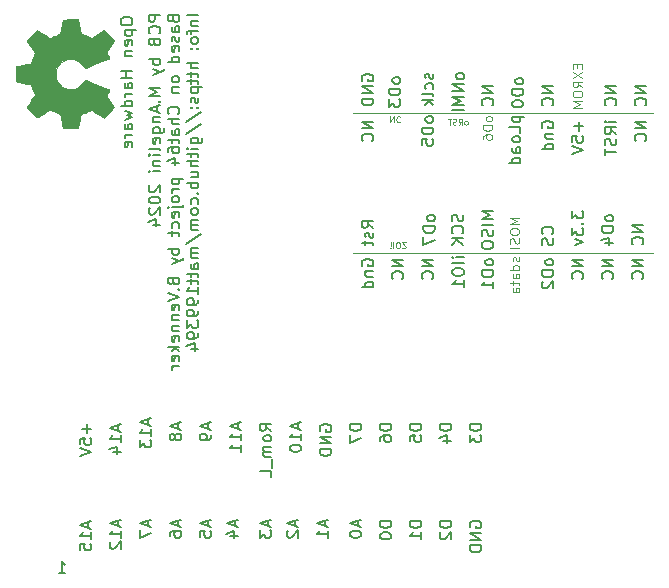
<source format=gbr>
G04 #@! TF.GenerationSoftware,KiCad,Pcbnew,7.0.10-7.0.10~ubuntu20.04.1*
G04 #@! TF.CreationDate,2024-02-18T22:33:17+01:00*
G04 #@! TF.ProjectId,ESP32Hardware,45535033-3248-4617-9264-776172652e6b,rev?*
G04 #@! TF.SameCoordinates,Original*
G04 #@! TF.FileFunction,Legend,Bot*
G04 #@! TF.FilePolarity,Positive*
%FSLAX46Y46*%
G04 Gerber Fmt 4.6, Leading zero omitted, Abs format (unit mm)*
G04 Created by KiCad (PCBNEW 7.0.10-7.0.10~ubuntu20.04.1) date 2024-02-18 22:33:17*
%MOMM*%
%LPD*%
G01*
G04 APERTURE LIST*
%ADD10C,0.100000*%
%ADD11C,0.120000*%
%ADD12C,0.150000*%
%ADD13C,0.010000*%
G04 APERTURE END LIST*
D10*
X140831142Y-89181890D02*
X140831142Y-89681890D01*
X140831142Y-89681890D02*
X141116856Y-89181890D01*
X141116856Y-89181890D02*
X141116856Y-89681890D01*
X141640666Y-89229509D02*
X141616857Y-89205700D01*
X141616857Y-89205700D02*
X141545428Y-89181890D01*
X141545428Y-89181890D02*
X141497809Y-89181890D01*
X141497809Y-89181890D02*
X141426381Y-89205700D01*
X141426381Y-89205700D02*
X141378762Y-89253319D01*
X141378762Y-89253319D02*
X141354952Y-89300938D01*
X141354952Y-89300938D02*
X141331143Y-89396176D01*
X141331143Y-89396176D02*
X141331143Y-89467604D01*
X141331143Y-89467604D02*
X141354952Y-89562842D01*
X141354952Y-89562842D02*
X141378762Y-89610461D01*
X141378762Y-89610461D02*
X141426381Y-89658080D01*
X141426381Y-89658080D02*
X141497809Y-89681890D01*
X141497809Y-89681890D02*
X141545428Y-89681890D01*
X141545428Y-89681890D02*
X141616857Y-89658080D01*
X141616857Y-89658080D02*
X141640666Y-89634271D01*
D11*
X163068000Y-100715000D02*
X137668000Y-100715000D01*
X163068000Y-88904000D02*
X137668000Y-88904000D01*
D12*
X162252819Y-98405286D02*
X161252819Y-98405286D01*
X161252819Y-98405286D02*
X162252819Y-98976714D01*
X162252819Y-98976714D02*
X161252819Y-98976714D01*
X162157580Y-100024333D02*
X162205200Y-99976714D01*
X162205200Y-99976714D02*
X162252819Y-99833857D01*
X162252819Y-99833857D02*
X162252819Y-99738619D01*
X162252819Y-99738619D02*
X162205200Y-99595762D01*
X162205200Y-99595762D02*
X162109961Y-99500524D01*
X162109961Y-99500524D02*
X162014723Y-99452905D01*
X162014723Y-99452905D02*
X161824247Y-99405286D01*
X161824247Y-99405286D02*
X161681390Y-99405286D01*
X161681390Y-99405286D02*
X161490914Y-99452905D01*
X161490914Y-99452905D02*
X161395676Y-99500524D01*
X161395676Y-99500524D02*
X161300438Y-99595762D01*
X161300438Y-99595762D02*
X161252819Y-99738619D01*
X161252819Y-99738619D02*
X161252819Y-99833857D01*
X161252819Y-99833857D02*
X161300438Y-99976714D01*
X161300438Y-99976714D02*
X161348057Y-100024333D01*
X138440438Y-101846094D02*
X138392819Y-101750856D01*
X138392819Y-101750856D02*
X138392819Y-101607999D01*
X138392819Y-101607999D02*
X138440438Y-101465142D01*
X138440438Y-101465142D02*
X138535676Y-101369904D01*
X138535676Y-101369904D02*
X138630914Y-101322285D01*
X138630914Y-101322285D02*
X138821390Y-101274666D01*
X138821390Y-101274666D02*
X138964247Y-101274666D01*
X138964247Y-101274666D02*
X139154723Y-101322285D01*
X139154723Y-101322285D02*
X139249961Y-101369904D01*
X139249961Y-101369904D02*
X139345200Y-101465142D01*
X139345200Y-101465142D02*
X139392819Y-101607999D01*
X139392819Y-101607999D02*
X139392819Y-101703237D01*
X139392819Y-101703237D02*
X139345200Y-101846094D01*
X139345200Y-101846094D02*
X139297580Y-101893713D01*
X139297580Y-101893713D02*
X138964247Y-101893713D01*
X138964247Y-101893713D02*
X138964247Y-101703237D01*
X138726152Y-102322285D02*
X139392819Y-102322285D01*
X138821390Y-102322285D02*
X138773771Y-102369904D01*
X138773771Y-102369904D02*
X138726152Y-102465142D01*
X138726152Y-102465142D02*
X138726152Y-102607999D01*
X138726152Y-102607999D02*
X138773771Y-102703237D01*
X138773771Y-102703237D02*
X138869009Y-102750856D01*
X138869009Y-102750856D02*
X139392819Y-102750856D01*
X139392819Y-103655618D02*
X138392819Y-103655618D01*
X139345200Y-103655618D02*
X139392819Y-103560380D01*
X139392819Y-103560380D02*
X139392819Y-103369904D01*
X139392819Y-103369904D02*
X139345200Y-103274666D01*
X139345200Y-103274666D02*
X139297580Y-103227047D01*
X139297580Y-103227047D02*
X139202342Y-103179428D01*
X139202342Y-103179428D02*
X138916628Y-103179428D01*
X138916628Y-103179428D02*
X138821390Y-103227047D01*
X138821390Y-103227047D02*
X138773771Y-103274666D01*
X138773771Y-103274666D02*
X138726152Y-103369904D01*
X138726152Y-103369904D02*
X138726152Y-103560380D01*
X138726152Y-103560380D02*
X138773771Y-103655618D01*
X159966819Y-89642285D02*
X159300152Y-89642285D01*
X158966819Y-89642285D02*
X159014438Y-89594666D01*
X159014438Y-89594666D02*
X159062057Y-89642285D01*
X159062057Y-89642285D02*
X159014438Y-89689904D01*
X159014438Y-89689904D02*
X158966819Y-89642285D01*
X158966819Y-89642285D02*
X159062057Y-89642285D01*
X159966819Y-90689903D02*
X159490628Y-90356570D01*
X159966819Y-90118475D02*
X158966819Y-90118475D01*
X158966819Y-90118475D02*
X158966819Y-90499427D01*
X158966819Y-90499427D02*
X159014438Y-90594665D01*
X159014438Y-90594665D02*
X159062057Y-90642284D01*
X159062057Y-90642284D02*
X159157295Y-90689903D01*
X159157295Y-90689903D02*
X159300152Y-90689903D01*
X159300152Y-90689903D02*
X159395390Y-90642284D01*
X159395390Y-90642284D02*
X159443009Y-90594665D01*
X159443009Y-90594665D02*
X159490628Y-90499427D01*
X159490628Y-90499427D02*
X159490628Y-90118475D01*
X159919200Y-91070856D02*
X159966819Y-91213713D01*
X159966819Y-91213713D02*
X159966819Y-91451808D01*
X159966819Y-91451808D02*
X159919200Y-91547046D01*
X159919200Y-91547046D02*
X159871580Y-91594665D01*
X159871580Y-91594665D02*
X159776342Y-91642284D01*
X159776342Y-91642284D02*
X159681104Y-91642284D01*
X159681104Y-91642284D02*
X159585866Y-91594665D01*
X159585866Y-91594665D02*
X159538247Y-91547046D01*
X159538247Y-91547046D02*
X159490628Y-91451808D01*
X159490628Y-91451808D02*
X159443009Y-91261332D01*
X159443009Y-91261332D02*
X159395390Y-91166094D01*
X159395390Y-91166094D02*
X159347771Y-91118475D01*
X159347771Y-91118475D02*
X159252533Y-91070856D01*
X159252533Y-91070856D02*
X159157295Y-91070856D01*
X159157295Y-91070856D02*
X159062057Y-91118475D01*
X159062057Y-91118475D02*
X159014438Y-91166094D01*
X159014438Y-91166094D02*
X158966819Y-91261332D01*
X158966819Y-91261332D02*
X158966819Y-91499427D01*
X158966819Y-91499427D02*
X159014438Y-91642284D01*
X158966819Y-91927999D02*
X158966819Y-92499427D01*
X159966819Y-92213713D02*
X158966819Y-92213713D01*
X156791866Y-89642286D02*
X156791866Y-90404191D01*
X157172819Y-90023238D02*
X156410914Y-90023238D01*
X156172819Y-91356571D02*
X156172819Y-90880381D01*
X156172819Y-90880381D02*
X156649009Y-90832762D01*
X156649009Y-90832762D02*
X156601390Y-90880381D01*
X156601390Y-90880381D02*
X156553771Y-90975619D01*
X156553771Y-90975619D02*
X156553771Y-91213714D01*
X156553771Y-91213714D02*
X156601390Y-91308952D01*
X156601390Y-91308952D02*
X156649009Y-91356571D01*
X156649009Y-91356571D02*
X156744247Y-91404190D01*
X156744247Y-91404190D02*
X156982342Y-91404190D01*
X156982342Y-91404190D02*
X157077580Y-91356571D01*
X157077580Y-91356571D02*
X157125200Y-91308952D01*
X157125200Y-91308952D02*
X157172819Y-91213714D01*
X157172819Y-91213714D02*
X157172819Y-90975619D01*
X157172819Y-90975619D02*
X157125200Y-90880381D01*
X157125200Y-90880381D02*
X157077580Y-90832762D01*
X156172819Y-91689905D02*
X157172819Y-92023238D01*
X157172819Y-92023238D02*
X156172819Y-92356571D01*
X138091104Y-123420285D02*
X138091104Y-123896475D01*
X138376819Y-123325047D02*
X137376819Y-123658380D01*
X137376819Y-123658380D02*
X138376819Y-123991713D01*
X137376819Y-124515523D02*
X137376819Y-124610761D01*
X137376819Y-124610761D02*
X137424438Y-124705999D01*
X137424438Y-124705999D02*
X137472057Y-124753618D01*
X137472057Y-124753618D02*
X137567295Y-124801237D01*
X137567295Y-124801237D02*
X137757771Y-124848856D01*
X137757771Y-124848856D02*
X137995866Y-124848856D01*
X137995866Y-124848856D02*
X138186342Y-124801237D01*
X138186342Y-124801237D02*
X138281580Y-124753618D01*
X138281580Y-124753618D02*
X138329200Y-124705999D01*
X138329200Y-124705999D02*
X138376819Y-124610761D01*
X138376819Y-124610761D02*
X138376819Y-124515523D01*
X138376819Y-124515523D02*
X138329200Y-124420285D01*
X138329200Y-124420285D02*
X138281580Y-124372666D01*
X138281580Y-124372666D02*
X138186342Y-124325047D01*
X138186342Y-124325047D02*
X137995866Y-124277428D01*
X137995866Y-124277428D02*
X137757771Y-124277428D01*
X137757771Y-124277428D02*
X137567295Y-124325047D01*
X137567295Y-124325047D02*
X137472057Y-124372666D01*
X137472057Y-124372666D02*
X137424438Y-124420285D01*
X137424438Y-124420285D02*
X137376819Y-124515523D01*
X135297104Y-123420285D02*
X135297104Y-123896475D01*
X135582819Y-123325047D02*
X134582819Y-123658380D01*
X134582819Y-123658380D02*
X135582819Y-123991713D01*
X135582819Y-124848856D02*
X135582819Y-124277428D01*
X135582819Y-124563142D02*
X134582819Y-124563142D01*
X134582819Y-124563142D02*
X134725676Y-124467904D01*
X134725676Y-124467904D02*
X134820914Y-124372666D01*
X134820914Y-124372666D02*
X134868533Y-124277428D01*
X145996819Y-115236667D02*
X144996819Y-115236667D01*
X144996819Y-115236667D02*
X144996819Y-115474762D01*
X144996819Y-115474762D02*
X145044438Y-115617619D01*
X145044438Y-115617619D02*
X145139676Y-115712857D01*
X145139676Y-115712857D02*
X145234914Y-115760476D01*
X145234914Y-115760476D02*
X145425390Y-115808095D01*
X145425390Y-115808095D02*
X145568247Y-115808095D01*
X145568247Y-115808095D02*
X145758723Y-115760476D01*
X145758723Y-115760476D02*
X145853961Y-115712857D01*
X145853961Y-115712857D02*
X145949200Y-115617619D01*
X145949200Y-115617619D02*
X145996819Y-115474762D01*
X145996819Y-115474762D02*
X145996819Y-115236667D01*
X145330152Y-116665238D02*
X145996819Y-116665238D01*
X144949200Y-116427143D02*
X145663485Y-116189048D01*
X145663485Y-116189048D02*
X145663485Y-116808095D01*
X153680438Y-90166094D02*
X153632819Y-90070856D01*
X153632819Y-90070856D02*
X153632819Y-89927999D01*
X153632819Y-89927999D02*
X153680438Y-89785142D01*
X153680438Y-89785142D02*
X153775676Y-89689904D01*
X153775676Y-89689904D02*
X153870914Y-89642285D01*
X153870914Y-89642285D02*
X154061390Y-89594666D01*
X154061390Y-89594666D02*
X154204247Y-89594666D01*
X154204247Y-89594666D02*
X154394723Y-89642285D01*
X154394723Y-89642285D02*
X154489961Y-89689904D01*
X154489961Y-89689904D02*
X154585200Y-89785142D01*
X154585200Y-89785142D02*
X154632819Y-89927999D01*
X154632819Y-89927999D02*
X154632819Y-90023237D01*
X154632819Y-90023237D02*
X154585200Y-90166094D01*
X154585200Y-90166094D02*
X154537580Y-90213713D01*
X154537580Y-90213713D02*
X154204247Y-90213713D01*
X154204247Y-90213713D02*
X154204247Y-90023237D01*
X153966152Y-90642285D02*
X154632819Y-90642285D01*
X154061390Y-90642285D02*
X154013771Y-90689904D01*
X154013771Y-90689904D02*
X153966152Y-90785142D01*
X153966152Y-90785142D02*
X153966152Y-90927999D01*
X153966152Y-90927999D02*
X154013771Y-91023237D01*
X154013771Y-91023237D02*
X154109009Y-91070856D01*
X154109009Y-91070856D02*
X154632819Y-91070856D01*
X154632819Y-91975618D02*
X153632819Y-91975618D01*
X154585200Y-91975618D02*
X154632819Y-91880380D01*
X154632819Y-91880380D02*
X154632819Y-91689904D01*
X154632819Y-91689904D02*
X154585200Y-91594666D01*
X154585200Y-91594666D02*
X154537580Y-91547047D01*
X154537580Y-91547047D02*
X154442342Y-91499428D01*
X154442342Y-91499428D02*
X154156628Y-91499428D01*
X154156628Y-91499428D02*
X154061390Y-91547047D01*
X154061390Y-91547047D02*
X154013771Y-91594666D01*
X154013771Y-91594666D02*
X153966152Y-91689904D01*
X153966152Y-91689904D02*
X153966152Y-91880380D01*
X153966152Y-91880380D02*
X154013771Y-91975618D01*
X149552819Y-86649715D02*
X148552819Y-86649715D01*
X148552819Y-86649715D02*
X149552819Y-87221143D01*
X149552819Y-87221143D02*
X148552819Y-87221143D01*
X149457580Y-88268762D02*
X149505200Y-88221143D01*
X149505200Y-88221143D02*
X149552819Y-88078286D01*
X149552819Y-88078286D02*
X149552819Y-87983048D01*
X149552819Y-87983048D02*
X149505200Y-87840191D01*
X149505200Y-87840191D02*
X149409961Y-87744953D01*
X149409961Y-87744953D02*
X149314723Y-87697334D01*
X149314723Y-87697334D02*
X149124247Y-87649715D01*
X149124247Y-87649715D02*
X148981390Y-87649715D01*
X148981390Y-87649715D02*
X148790914Y-87697334D01*
X148790914Y-87697334D02*
X148695676Y-87744953D01*
X148695676Y-87744953D02*
X148600438Y-87840191D01*
X148600438Y-87840191D02*
X148552819Y-87983048D01*
X148552819Y-87983048D02*
X148552819Y-88078286D01*
X148552819Y-88078286D02*
X148600438Y-88221143D01*
X148600438Y-88221143D02*
X148648057Y-88268762D01*
X143456819Y-115236667D02*
X142456819Y-115236667D01*
X142456819Y-115236667D02*
X142456819Y-115474762D01*
X142456819Y-115474762D02*
X142504438Y-115617619D01*
X142504438Y-115617619D02*
X142599676Y-115712857D01*
X142599676Y-115712857D02*
X142694914Y-115760476D01*
X142694914Y-115760476D02*
X142885390Y-115808095D01*
X142885390Y-115808095D02*
X143028247Y-115808095D01*
X143028247Y-115808095D02*
X143218723Y-115760476D01*
X143218723Y-115760476D02*
X143313961Y-115712857D01*
X143313961Y-115712857D02*
X143409200Y-115617619D01*
X143409200Y-115617619D02*
X143456819Y-115474762D01*
X143456819Y-115474762D02*
X143456819Y-115236667D01*
X142456819Y-116712857D02*
X142456819Y-116236667D01*
X142456819Y-116236667D02*
X142933009Y-116189048D01*
X142933009Y-116189048D02*
X142885390Y-116236667D01*
X142885390Y-116236667D02*
X142837771Y-116331905D01*
X142837771Y-116331905D02*
X142837771Y-116570000D01*
X142837771Y-116570000D02*
X142885390Y-116665238D01*
X142885390Y-116665238D02*
X142933009Y-116712857D01*
X142933009Y-116712857D02*
X143028247Y-116760476D01*
X143028247Y-116760476D02*
X143266342Y-116760476D01*
X143266342Y-116760476D02*
X143361580Y-116712857D01*
X143361580Y-116712857D02*
X143409200Y-116665238D01*
X143409200Y-116665238D02*
X143456819Y-116570000D01*
X143456819Y-116570000D02*
X143456819Y-116331905D01*
X143456819Y-116331905D02*
X143409200Y-116236667D01*
X143409200Y-116236667D02*
X143361580Y-116189048D01*
X154632819Y-86649715D02*
X153632819Y-86649715D01*
X153632819Y-86649715D02*
X154632819Y-87221143D01*
X154632819Y-87221143D02*
X153632819Y-87221143D01*
X154537580Y-88268762D02*
X154585200Y-88221143D01*
X154585200Y-88221143D02*
X154632819Y-88078286D01*
X154632819Y-88078286D02*
X154632819Y-87983048D01*
X154632819Y-87983048D02*
X154585200Y-87840191D01*
X154585200Y-87840191D02*
X154489961Y-87744953D01*
X154489961Y-87744953D02*
X154394723Y-87697334D01*
X154394723Y-87697334D02*
X154204247Y-87649715D01*
X154204247Y-87649715D02*
X154061390Y-87649715D01*
X154061390Y-87649715D02*
X153870914Y-87697334D01*
X153870914Y-87697334D02*
X153775676Y-87744953D01*
X153775676Y-87744953D02*
X153680438Y-87840191D01*
X153680438Y-87840191D02*
X153632819Y-87983048D01*
X153632819Y-87983048D02*
X153632819Y-88078286D01*
X153632819Y-88078286D02*
X153680438Y-88221143D01*
X153680438Y-88221143D02*
X153728057Y-88268762D01*
X127931104Y-115189048D02*
X127931104Y-115665238D01*
X128216819Y-115093810D02*
X127216819Y-115427143D01*
X127216819Y-115427143D02*
X128216819Y-115760476D01*
X128216819Y-116617619D02*
X128216819Y-116046191D01*
X128216819Y-116331905D02*
X127216819Y-116331905D01*
X127216819Y-116331905D02*
X127359676Y-116236667D01*
X127359676Y-116236667D02*
X127454914Y-116141429D01*
X127454914Y-116141429D02*
X127502533Y-116046191D01*
X128216819Y-117570000D02*
X128216819Y-116998572D01*
X128216819Y-117284286D02*
X127216819Y-117284286D01*
X127216819Y-117284286D02*
X127359676Y-117189048D01*
X127359676Y-117189048D02*
X127454914Y-117093810D01*
X127454914Y-117093810D02*
X127502533Y-116998572D01*
X154632819Y-101465143D02*
X154585200Y-101369905D01*
X154585200Y-101369905D02*
X154537580Y-101322286D01*
X154537580Y-101322286D02*
X154442342Y-101274667D01*
X154442342Y-101274667D02*
X154156628Y-101274667D01*
X154156628Y-101274667D02*
X154061390Y-101322286D01*
X154061390Y-101322286D02*
X154013771Y-101369905D01*
X154013771Y-101369905D02*
X153966152Y-101465143D01*
X153966152Y-101465143D02*
X153966152Y-101608000D01*
X153966152Y-101608000D02*
X154013771Y-101703238D01*
X154013771Y-101703238D02*
X154061390Y-101750857D01*
X154061390Y-101750857D02*
X154156628Y-101798476D01*
X154156628Y-101798476D02*
X154442342Y-101798476D01*
X154442342Y-101798476D02*
X154537580Y-101750857D01*
X154537580Y-101750857D02*
X154585200Y-101703238D01*
X154585200Y-101703238D02*
X154632819Y-101608000D01*
X154632819Y-101608000D02*
X154632819Y-101465143D01*
X154632819Y-102227048D02*
X153632819Y-102227048D01*
X153632819Y-102227048D02*
X153632819Y-102465143D01*
X153632819Y-102465143D02*
X153680438Y-102608000D01*
X153680438Y-102608000D02*
X153775676Y-102703238D01*
X153775676Y-102703238D02*
X153870914Y-102750857D01*
X153870914Y-102750857D02*
X154061390Y-102798476D01*
X154061390Y-102798476D02*
X154204247Y-102798476D01*
X154204247Y-102798476D02*
X154394723Y-102750857D01*
X154394723Y-102750857D02*
X154489961Y-102703238D01*
X154489961Y-102703238D02*
X154585200Y-102608000D01*
X154585200Y-102608000D02*
X154632819Y-102465143D01*
X154632819Y-102465143D02*
X154632819Y-102227048D01*
X153728057Y-103179429D02*
X153680438Y-103227048D01*
X153680438Y-103227048D02*
X153632819Y-103322286D01*
X153632819Y-103322286D02*
X153632819Y-103560381D01*
X153632819Y-103560381D02*
X153680438Y-103655619D01*
X153680438Y-103655619D02*
X153728057Y-103703238D01*
X153728057Y-103703238D02*
X153823295Y-103750857D01*
X153823295Y-103750857D02*
X153918533Y-103750857D01*
X153918533Y-103750857D02*
X154061390Y-103703238D01*
X154061390Y-103703238D02*
X154632819Y-103131810D01*
X154632819Y-103131810D02*
X154632819Y-103750857D01*
X151172152Y-89209809D02*
X152172152Y-89209809D01*
X151219771Y-89209809D02*
X151172152Y-89305047D01*
X151172152Y-89305047D02*
X151172152Y-89495523D01*
X151172152Y-89495523D02*
X151219771Y-89590761D01*
X151219771Y-89590761D02*
X151267390Y-89638380D01*
X151267390Y-89638380D02*
X151362628Y-89685999D01*
X151362628Y-89685999D02*
X151648342Y-89685999D01*
X151648342Y-89685999D02*
X151743580Y-89638380D01*
X151743580Y-89638380D02*
X151791200Y-89590761D01*
X151791200Y-89590761D02*
X151838819Y-89495523D01*
X151838819Y-89495523D02*
X151838819Y-89305047D01*
X151838819Y-89305047D02*
X151791200Y-89209809D01*
X151838819Y-90590761D02*
X151838819Y-90114571D01*
X151838819Y-90114571D02*
X150838819Y-90114571D01*
X151838819Y-91066952D02*
X151791200Y-90971714D01*
X151791200Y-90971714D02*
X151743580Y-90924095D01*
X151743580Y-90924095D02*
X151648342Y-90876476D01*
X151648342Y-90876476D02*
X151362628Y-90876476D01*
X151362628Y-90876476D02*
X151267390Y-90924095D01*
X151267390Y-90924095D02*
X151219771Y-90971714D01*
X151219771Y-90971714D02*
X151172152Y-91066952D01*
X151172152Y-91066952D02*
X151172152Y-91209809D01*
X151172152Y-91209809D02*
X151219771Y-91305047D01*
X151219771Y-91305047D02*
X151267390Y-91352666D01*
X151267390Y-91352666D02*
X151362628Y-91400285D01*
X151362628Y-91400285D02*
X151648342Y-91400285D01*
X151648342Y-91400285D02*
X151743580Y-91352666D01*
X151743580Y-91352666D02*
X151791200Y-91305047D01*
X151791200Y-91305047D02*
X151838819Y-91209809D01*
X151838819Y-91209809D02*
X151838819Y-91066952D01*
X151838819Y-92257428D02*
X151315009Y-92257428D01*
X151315009Y-92257428D02*
X151219771Y-92209809D01*
X151219771Y-92209809D02*
X151172152Y-92114571D01*
X151172152Y-92114571D02*
X151172152Y-91924095D01*
X151172152Y-91924095D02*
X151219771Y-91828857D01*
X151791200Y-92257428D02*
X151838819Y-92162190D01*
X151838819Y-92162190D02*
X151838819Y-91924095D01*
X151838819Y-91924095D02*
X151791200Y-91828857D01*
X151791200Y-91828857D02*
X151695961Y-91781238D01*
X151695961Y-91781238D02*
X151600723Y-91781238D01*
X151600723Y-91781238D02*
X151505485Y-91828857D01*
X151505485Y-91828857D02*
X151457866Y-91924095D01*
X151457866Y-91924095D02*
X151457866Y-92162190D01*
X151457866Y-92162190D02*
X151410247Y-92257428D01*
X151838819Y-93162190D02*
X150838819Y-93162190D01*
X151791200Y-93162190D02*
X151838819Y-93066952D01*
X151838819Y-93066952D02*
X151838819Y-92876476D01*
X151838819Y-92876476D02*
X151791200Y-92781238D01*
X151791200Y-92781238D02*
X151743580Y-92733619D01*
X151743580Y-92733619D02*
X151648342Y-92686000D01*
X151648342Y-92686000D02*
X151362628Y-92686000D01*
X151362628Y-92686000D02*
X151267390Y-92733619D01*
X151267390Y-92733619D02*
X151219771Y-92781238D01*
X151219771Y-92781238D02*
X151172152Y-92876476D01*
X151172152Y-92876476D02*
X151172152Y-93066952D01*
X151172152Y-93066952D02*
X151219771Y-93162190D01*
X143456819Y-123467905D02*
X142456819Y-123467905D01*
X142456819Y-123467905D02*
X142456819Y-123706000D01*
X142456819Y-123706000D02*
X142504438Y-123848857D01*
X142504438Y-123848857D02*
X142599676Y-123944095D01*
X142599676Y-123944095D02*
X142694914Y-123991714D01*
X142694914Y-123991714D02*
X142885390Y-124039333D01*
X142885390Y-124039333D02*
X143028247Y-124039333D01*
X143028247Y-124039333D02*
X143218723Y-123991714D01*
X143218723Y-123991714D02*
X143313961Y-123944095D01*
X143313961Y-123944095D02*
X143409200Y-123848857D01*
X143409200Y-123848857D02*
X143456819Y-123706000D01*
X143456819Y-123706000D02*
X143456819Y-123467905D01*
X143456819Y-124991714D02*
X143456819Y-124420286D01*
X143456819Y-124706000D02*
X142456819Y-124706000D01*
X142456819Y-124706000D02*
X142599676Y-124610762D01*
X142599676Y-124610762D02*
X142694914Y-124515524D01*
X142694914Y-124515524D02*
X142742533Y-124420286D01*
X122851104Y-123420285D02*
X122851104Y-123896475D01*
X123136819Y-123325047D02*
X122136819Y-123658380D01*
X122136819Y-123658380D02*
X123136819Y-123991713D01*
X122136819Y-124753618D02*
X122136819Y-124563142D01*
X122136819Y-124563142D02*
X122184438Y-124467904D01*
X122184438Y-124467904D02*
X122232057Y-124420285D01*
X122232057Y-124420285D02*
X122374914Y-124325047D01*
X122374914Y-124325047D02*
X122565390Y-124277428D01*
X122565390Y-124277428D02*
X122946342Y-124277428D01*
X122946342Y-124277428D02*
X123041580Y-124325047D01*
X123041580Y-124325047D02*
X123089200Y-124372666D01*
X123089200Y-124372666D02*
X123136819Y-124467904D01*
X123136819Y-124467904D02*
X123136819Y-124658380D01*
X123136819Y-124658380D02*
X123089200Y-124753618D01*
X123089200Y-124753618D02*
X123041580Y-124801237D01*
X123041580Y-124801237D02*
X122946342Y-124848856D01*
X122946342Y-124848856D02*
X122708247Y-124848856D01*
X122708247Y-124848856D02*
X122613009Y-124801237D01*
X122613009Y-124801237D02*
X122565390Y-124753618D01*
X122565390Y-124753618D02*
X122517771Y-124658380D01*
X122517771Y-124658380D02*
X122517771Y-124467904D01*
X122517771Y-124467904D02*
X122565390Y-124372666D01*
X122565390Y-124372666D02*
X122613009Y-124325047D01*
X122613009Y-124325047D02*
X122708247Y-124277428D01*
X156172819Y-97214810D02*
X156172819Y-97833857D01*
X156172819Y-97833857D02*
X156553771Y-97500524D01*
X156553771Y-97500524D02*
X156553771Y-97643381D01*
X156553771Y-97643381D02*
X156601390Y-97738619D01*
X156601390Y-97738619D02*
X156649009Y-97786238D01*
X156649009Y-97786238D02*
X156744247Y-97833857D01*
X156744247Y-97833857D02*
X156982342Y-97833857D01*
X156982342Y-97833857D02*
X157077580Y-97786238D01*
X157077580Y-97786238D02*
X157125200Y-97738619D01*
X157125200Y-97738619D02*
X157172819Y-97643381D01*
X157172819Y-97643381D02*
X157172819Y-97357667D01*
X157172819Y-97357667D02*
X157125200Y-97262429D01*
X157125200Y-97262429D02*
X157077580Y-97214810D01*
X157077580Y-98262429D02*
X157125200Y-98310048D01*
X157125200Y-98310048D02*
X157172819Y-98262429D01*
X157172819Y-98262429D02*
X157125200Y-98214810D01*
X157125200Y-98214810D02*
X157077580Y-98262429D01*
X157077580Y-98262429D02*
X157172819Y-98262429D01*
X156172819Y-98643381D02*
X156172819Y-99262428D01*
X156172819Y-99262428D02*
X156553771Y-98929095D01*
X156553771Y-98929095D02*
X156553771Y-99071952D01*
X156553771Y-99071952D02*
X156601390Y-99167190D01*
X156601390Y-99167190D02*
X156649009Y-99214809D01*
X156649009Y-99214809D02*
X156744247Y-99262428D01*
X156744247Y-99262428D02*
X156982342Y-99262428D01*
X156982342Y-99262428D02*
X157077580Y-99214809D01*
X157077580Y-99214809D02*
X157125200Y-99167190D01*
X157125200Y-99167190D02*
X157172819Y-99071952D01*
X157172819Y-99071952D02*
X157172819Y-98786238D01*
X157172819Y-98786238D02*
X157125200Y-98691000D01*
X157125200Y-98691000D02*
X157077580Y-98643381D01*
X156506152Y-99595762D02*
X157172819Y-99833857D01*
X157172819Y-99833857D02*
X156506152Y-100071952D01*
X127677104Y-123420285D02*
X127677104Y-123896475D01*
X127962819Y-123325047D02*
X126962819Y-123658380D01*
X126962819Y-123658380D02*
X127962819Y-123991713D01*
X127296152Y-124753618D02*
X127962819Y-124753618D01*
X126915200Y-124515523D02*
X127629485Y-124277428D01*
X127629485Y-124277428D02*
X127629485Y-124896475D01*
X162252819Y-101322286D02*
X161252819Y-101322286D01*
X161252819Y-101322286D02*
X162252819Y-101893714D01*
X162252819Y-101893714D02*
X161252819Y-101893714D01*
X162157580Y-102941333D02*
X162205200Y-102893714D01*
X162205200Y-102893714D02*
X162252819Y-102750857D01*
X162252819Y-102750857D02*
X162252819Y-102655619D01*
X162252819Y-102655619D02*
X162205200Y-102512762D01*
X162205200Y-102512762D02*
X162109961Y-102417524D01*
X162109961Y-102417524D02*
X162014723Y-102369905D01*
X162014723Y-102369905D02*
X161824247Y-102322286D01*
X161824247Y-102322286D02*
X161681390Y-102322286D01*
X161681390Y-102322286D02*
X161490914Y-102369905D01*
X161490914Y-102369905D02*
X161395676Y-102417524D01*
X161395676Y-102417524D02*
X161300438Y-102512762D01*
X161300438Y-102512762D02*
X161252819Y-102655619D01*
X161252819Y-102655619D02*
X161252819Y-102750857D01*
X161252819Y-102750857D02*
X161300438Y-102893714D01*
X161300438Y-102893714D02*
X161348057Y-102941333D01*
D10*
X156663847Y-84785428D02*
X156663847Y-85052094D01*
X157082895Y-85166380D02*
X157082895Y-84785428D01*
X157082895Y-84785428D02*
X156282895Y-84785428D01*
X156282895Y-84785428D02*
X156282895Y-85166380D01*
X156282895Y-85433047D02*
X157082895Y-85966381D01*
X156282895Y-85966381D02*
X157082895Y-85433047D01*
X157082895Y-86728286D02*
X156701942Y-86461619D01*
X157082895Y-86271143D02*
X156282895Y-86271143D01*
X156282895Y-86271143D02*
X156282895Y-86575905D01*
X156282895Y-86575905D02*
X156320990Y-86652095D01*
X156320990Y-86652095D02*
X156359085Y-86690190D01*
X156359085Y-86690190D02*
X156435276Y-86728286D01*
X156435276Y-86728286D02*
X156549561Y-86728286D01*
X156549561Y-86728286D02*
X156625752Y-86690190D01*
X156625752Y-86690190D02*
X156663847Y-86652095D01*
X156663847Y-86652095D02*
X156701942Y-86575905D01*
X156701942Y-86575905D02*
X156701942Y-86271143D01*
X156282895Y-87223524D02*
X156282895Y-87375905D01*
X156282895Y-87375905D02*
X156320990Y-87452095D01*
X156320990Y-87452095D02*
X156397180Y-87528286D01*
X156397180Y-87528286D02*
X156549561Y-87566381D01*
X156549561Y-87566381D02*
X156816228Y-87566381D01*
X156816228Y-87566381D02*
X156968609Y-87528286D01*
X156968609Y-87528286D02*
X157044800Y-87452095D01*
X157044800Y-87452095D02*
X157082895Y-87375905D01*
X157082895Y-87375905D02*
X157082895Y-87223524D01*
X157082895Y-87223524D02*
X157044800Y-87147333D01*
X157044800Y-87147333D02*
X156968609Y-87071143D01*
X156968609Y-87071143D02*
X156816228Y-87033047D01*
X156816228Y-87033047D02*
X156549561Y-87033047D01*
X156549561Y-87033047D02*
X156397180Y-87071143D01*
X156397180Y-87071143D02*
X156320990Y-87147333D01*
X156320990Y-87147333D02*
X156282895Y-87223524D01*
X157082895Y-87909238D02*
X156282895Y-87909238D01*
X156282895Y-87909238D02*
X156854323Y-88175904D01*
X156854323Y-88175904D02*
X156282895Y-88442571D01*
X156282895Y-88442571D02*
X157082895Y-88442571D01*
D12*
X140916819Y-115236667D02*
X139916819Y-115236667D01*
X139916819Y-115236667D02*
X139916819Y-115474762D01*
X139916819Y-115474762D02*
X139964438Y-115617619D01*
X139964438Y-115617619D02*
X140059676Y-115712857D01*
X140059676Y-115712857D02*
X140154914Y-115760476D01*
X140154914Y-115760476D02*
X140345390Y-115808095D01*
X140345390Y-115808095D02*
X140488247Y-115808095D01*
X140488247Y-115808095D02*
X140678723Y-115760476D01*
X140678723Y-115760476D02*
X140773961Y-115712857D01*
X140773961Y-115712857D02*
X140869200Y-115617619D01*
X140869200Y-115617619D02*
X140916819Y-115474762D01*
X140916819Y-115474762D02*
X140916819Y-115236667D01*
X139916819Y-116665238D02*
X139916819Y-116474762D01*
X139916819Y-116474762D02*
X139964438Y-116379524D01*
X139964438Y-116379524D02*
X140012057Y-116331905D01*
X140012057Y-116331905D02*
X140154914Y-116236667D01*
X140154914Y-116236667D02*
X140345390Y-116189048D01*
X140345390Y-116189048D02*
X140726342Y-116189048D01*
X140726342Y-116189048D02*
X140821580Y-116236667D01*
X140821580Y-116236667D02*
X140869200Y-116284286D01*
X140869200Y-116284286D02*
X140916819Y-116379524D01*
X140916819Y-116379524D02*
X140916819Y-116570000D01*
X140916819Y-116570000D02*
X140869200Y-116665238D01*
X140869200Y-116665238D02*
X140821580Y-116712857D01*
X140821580Y-116712857D02*
X140726342Y-116760476D01*
X140726342Y-116760476D02*
X140488247Y-116760476D01*
X140488247Y-116760476D02*
X140393009Y-116712857D01*
X140393009Y-116712857D02*
X140345390Y-116665238D01*
X140345390Y-116665238D02*
X140297771Y-116570000D01*
X140297771Y-116570000D02*
X140297771Y-116379524D01*
X140297771Y-116379524D02*
X140345390Y-116284286D01*
X140345390Y-116284286D02*
X140393009Y-116236667D01*
X140393009Y-116236667D02*
X140488247Y-116189048D01*
X147076219Y-101123905D02*
X146409552Y-101123905D01*
X146076219Y-101123905D02*
X146123838Y-101076286D01*
X146123838Y-101076286D02*
X146171457Y-101123905D01*
X146171457Y-101123905D02*
X146123838Y-101171524D01*
X146123838Y-101171524D02*
X146076219Y-101123905D01*
X146076219Y-101123905D02*
X146171457Y-101123905D01*
X147076219Y-101600095D02*
X146076219Y-101600095D01*
X146076219Y-102266761D02*
X146076219Y-102457237D01*
X146076219Y-102457237D02*
X146123838Y-102552475D01*
X146123838Y-102552475D02*
X146219076Y-102647713D01*
X146219076Y-102647713D02*
X146409552Y-102695332D01*
X146409552Y-102695332D02*
X146742885Y-102695332D01*
X146742885Y-102695332D02*
X146933361Y-102647713D01*
X146933361Y-102647713D02*
X147028600Y-102552475D01*
X147028600Y-102552475D02*
X147076219Y-102457237D01*
X147076219Y-102457237D02*
X147076219Y-102266761D01*
X147076219Y-102266761D02*
X147028600Y-102171523D01*
X147028600Y-102171523D02*
X146933361Y-102076285D01*
X146933361Y-102076285D02*
X146742885Y-102028666D01*
X146742885Y-102028666D02*
X146409552Y-102028666D01*
X146409552Y-102028666D02*
X146219076Y-102076285D01*
X146219076Y-102076285D02*
X146123838Y-102171523D01*
X146123838Y-102171523D02*
X146076219Y-102266761D01*
X147076219Y-103647713D02*
X147076219Y-103076285D01*
X147076219Y-103361999D02*
X146076219Y-103361999D01*
X146076219Y-103361999D02*
X146219076Y-103266761D01*
X146219076Y-103266761D02*
X146314314Y-103171523D01*
X146314314Y-103171523D02*
X146361933Y-103076285D01*
X162506819Y-89642286D02*
X161506819Y-89642286D01*
X161506819Y-89642286D02*
X162506819Y-90213714D01*
X162506819Y-90213714D02*
X161506819Y-90213714D01*
X162411580Y-91261333D02*
X162459200Y-91213714D01*
X162459200Y-91213714D02*
X162506819Y-91070857D01*
X162506819Y-91070857D02*
X162506819Y-90975619D01*
X162506819Y-90975619D02*
X162459200Y-90832762D01*
X162459200Y-90832762D02*
X162363961Y-90737524D01*
X162363961Y-90737524D02*
X162268723Y-90689905D01*
X162268723Y-90689905D02*
X162078247Y-90642286D01*
X162078247Y-90642286D02*
X161935390Y-90642286D01*
X161935390Y-90642286D02*
X161744914Y-90689905D01*
X161744914Y-90689905D02*
X161649676Y-90737524D01*
X161649676Y-90737524D02*
X161554438Y-90832762D01*
X161554438Y-90832762D02*
X161506819Y-90975619D01*
X161506819Y-90975619D02*
X161506819Y-91070857D01*
X161506819Y-91070857D02*
X161554438Y-91213714D01*
X161554438Y-91213714D02*
X161602057Y-91261333D01*
D11*
X151747855Y-97802857D02*
X150947855Y-97802857D01*
X150947855Y-97802857D02*
X151519283Y-98069523D01*
X151519283Y-98069523D02*
X150947855Y-98336190D01*
X150947855Y-98336190D02*
X151747855Y-98336190D01*
X150947855Y-98869524D02*
X150947855Y-99021905D01*
X150947855Y-99021905D02*
X150985950Y-99098095D01*
X150985950Y-99098095D02*
X151062140Y-99174286D01*
X151062140Y-99174286D02*
X151214521Y-99212381D01*
X151214521Y-99212381D02*
X151481188Y-99212381D01*
X151481188Y-99212381D02*
X151633569Y-99174286D01*
X151633569Y-99174286D02*
X151709760Y-99098095D01*
X151709760Y-99098095D02*
X151747855Y-99021905D01*
X151747855Y-99021905D02*
X151747855Y-98869524D01*
X151747855Y-98869524D02*
X151709760Y-98793333D01*
X151709760Y-98793333D02*
X151633569Y-98717143D01*
X151633569Y-98717143D02*
X151481188Y-98679047D01*
X151481188Y-98679047D02*
X151214521Y-98679047D01*
X151214521Y-98679047D02*
X151062140Y-98717143D01*
X151062140Y-98717143D02*
X150985950Y-98793333D01*
X150985950Y-98793333D02*
X150947855Y-98869524D01*
X151709760Y-99517142D02*
X151747855Y-99631428D01*
X151747855Y-99631428D02*
X151747855Y-99821904D01*
X151747855Y-99821904D02*
X151709760Y-99898095D01*
X151709760Y-99898095D02*
X151671664Y-99936190D01*
X151671664Y-99936190D02*
X151595474Y-99974285D01*
X151595474Y-99974285D02*
X151519283Y-99974285D01*
X151519283Y-99974285D02*
X151443093Y-99936190D01*
X151443093Y-99936190D02*
X151404998Y-99898095D01*
X151404998Y-99898095D02*
X151366902Y-99821904D01*
X151366902Y-99821904D02*
X151328807Y-99669523D01*
X151328807Y-99669523D02*
X151290712Y-99593333D01*
X151290712Y-99593333D02*
X151252617Y-99555238D01*
X151252617Y-99555238D02*
X151176426Y-99517142D01*
X151176426Y-99517142D02*
X151100236Y-99517142D01*
X151100236Y-99517142D02*
X151024045Y-99555238D01*
X151024045Y-99555238D02*
X150985950Y-99593333D01*
X150985950Y-99593333D02*
X150947855Y-99669523D01*
X150947855Y-99669523D02*
X150947855Y-99860000D01*
X150947855Y-99860000D02*
X150985950Y-99974285D01*
X151747855Y-100317143D02*
X150947855Y-100317143D01*
D12*
X159966819Y-86649715D02*
X158966819Y-86649715D01*
X158966819Y-86649715D02*
X159966819Y-87221143D01*
X159966819Y-87221143D02*
X158966819Y-87221143D01*
X159871580Y-88268762D02*
X159919200Y-88221143D01*
X159919200Y-88221143D02*
X159966819Y-88078286D01*
X159966819Y-88078286D02*
X159966819Y-87983048D01*
X159966819Y-87983048D02*
X159919200Y-87840191D01*
X159919200Y-87840191D02*
X159823961Y-87744953D01*
X159823961Y-87744953D02*
X159728723Y-87697334D01*
X159728723Y-87697334D02*
X159538247Y-87649715D01*
X159538247Y-87649715D02*
X159395390Y-87649715D01*
X159395390Y-87649715D02*
X159204914Y-87697334D01*
X159204914Y-87697334D02*
X159109676Y-87744953D01*
X159109676Y-87744953D02*
X159014438Y-87840191D01*
X159014438Y-87840191D02*
X158966819Y-87983048D01*
X158966819Y-87983048D02*
X158966819Y-88078286D01*
X158966819Y-88078286D02*
X159014438Y-88221143D01*
X159014438Y-88221143D02*
X159062057Y-88268762D01*
X149552819Y-97214810D02*
X148552819Y-97214810D01*
X148552819Y-97214810D02*
X149267104Y-97548143D01*
X149267104Y-97548143D02*
X148552819Y-97881476D01*
X148552819Y-97881476D02*
X149552819Y-97881476D01*
X149552819Y-98357667D02*
X148552819Y-98357667D01*
X149505200Y-98786238D02*
X149552819Y-98929095D01*
X149552819Y-98929095D02*
X149552819Y-99167190D01*
X149552819Y-99167190D02*
X149505200Y-99262428D01*
X149505200Y-99262428D02*
X149457580Y-99310047D01*
X149457580Y-99310047D02*
X149362342Y-99357666D01*
X149362342Y-99357666D02*
X149267104Y-99357666D01*
X149267104Y-99357666D02*
X149171866Y-99310047D01*
X149171866Y-99310047D02*
X149124247Y-99262428D01*
X149124247Y-99262428D02*
X149076628Y-99167190D01*
X149076628Y-99167190D02*
X149029009Y-98976714D01*
X149029009Y-98976714D02*
X148981390Y-98881476D01*
X148981390Y-98881476D02*
X148933771Y-98833857D01*
X148933771Y-98833857D02*
X148838533Y-98786238D01*
X148838533Y-98786238D02*
X148743295Y-98786238D01*
X148743295Y-98786238D02*
X148648057Y-98833857D01*
X148648057Y-98833857D02*
X148600438Y-98881476D01*
X148600438Y-98881476D02*
X148552819Y-98976714D01*
X148552819Y-98976714D02*
X148552819Y-99214809D01*
X148552819Y-99214809D02*
X148600438Y-99357666D01*
X148552819Y-99976714D02*
X148552819Y-100167190D01*
X148552819Y-100167190D02*
X148600438Y-100262428D01*
X148600438Y-100262428D02*
X148695676Y-100357666D01*
X148695676Y-100357666D02*
X148886152Y-100405285D01*
X148886152Y-100405285D02*
X149219485Y-100405285D01*
X149219485Y-100405285D02*
X149409961Y-100357666D01*
X149409961Y-100357666D02*
X149505200Y-100262428D01*
X149505200Y-100262428D02*
X149552819Y-100167190D01*
X149552819Y-100167190D02*
X149552819Y-99976714D01*
X149552819Y-99976714D02*
X149505200Y-99881476D01*
X149505200Y-99881476D02*
X149409961Y-99786238D01*
X149409961Y-99786238D02*
X149219485Y-99738619D01*
X149219485Y-99738619D02*
X148886152Y-99738619D01*
X148886152Y-99738619D02*
X148695676Y-99786238D01*
X148695676Y-99786238D02*
X148600438Y-99881476D01*
X148600438Y-99881476D02*
X148552819Y-99976714D01*
X149552819Y-101465143D02*
X149505200Y-101369905D01*
X149505200Y-101369905D02*
X149457580Y-101322286D01*
X149457580Y-101322286D02*
X149362342Y-101274667D01*
X149362342Y-101274667D02*
X149076628Y-101274667D01*
X149076628Y-101274667D02*
X148981390Y-101322286D01*
X148981390Y-101322286D02*
X148933771Y-101369905D01*
X148933771Y-101369905D02*
X148886152Y-101465143D01*
X148886152Y-101465143D02*
X148886152Y-101608000D01*
X148886152Y-101608000D02*
X148933771Y-101703238D01*
X148933771Y-101703238D02*
X148981390Y-101750857D01*
X148981390Y-101750857D02*
X149076628Y-101798476D01*
X149076628Y-101798476D02*
X149362342Y-101798476D01*
X149362342Y-101798476D02*
X149457580Y-101750857D01*
X149457580Y-101750857D02*
X149505200Y-101703238D01*
X149505200Y-101703238D02*
X149552819Y-101608000D01*
X149552819Y-101608000D02*
X149552819Y-101465143D01*
X149552819Y-102227048D02*
X148552819Y-102227048D01*
X148552819Y-102227048D02*
X148552819Y-102465143D01*
X148552819Y-102465143D02*
X148600438Y-102608000D01*
X148600438Y-102608000D02*
X148695676Y-102703238D01*
X148695676Y-102703238D02*
X148790914Y-102750857D01*
X148790914Y-102750857D02*
X148981390Y-102798476D01*
X148981390Y-102798476D02*
X149124247Y-102798476D01*
X149124247Y-102798476D02*
X149314723Y-102750857D01*
X149314723Y-102750857D02*
X149409961Y-102703238D01*
X149409961Y-102703238D02*
X149505200Y-102608000D01*
X149505200Y-102608000D02*
X149552819Y-102465143D01*
X149552819Y-102465143D02*
X149552819Y-102227048D01*
X149552819Y-103750857D02*
X149552819Y-103179429D01*
X149552819Y-103465143D02*
X148552819Y-103465143D01*
X148552819Y-103465143D02*
X148695676Y-103369905D01*
X148695676Y-103369905D02*
X148790914Y-103274667D01*
X148790914Y-103274667D02*
X148838533Y-103179429D01*
X144472819Y-89376381D02*
X144425200Y-89281143D01*
X144425200Y-89281143D02*
X144377580Y-89233524D01*
X144377580Y-89233524D02*
X144282342Y-89185905D01*
X144282342Y-89185905D02*
X143996628Y-89185905D01*
X143996628Y-89185905D02*
X143901390Y-89233524D01*
X143901390Y-89233524D02*
X143853771Y-89281143D01*
X143853771Y-89281143D02*
X143806152Y-89376381D01*
X143806152Y-89376381D02*
X143806152Y-89519238D01*
X143806152Y-89519238D02*
X143853771Y-89614476D01*
X143853771Y-89614476D02*
X143901390Y-89662095D01*
X143901390Y-89662095D02*
X143996628Y-89709714D01*
X143996628Y-89709714D02*
X144282342Y-89709714D01*
X144282342Y-89709714D02*
X144377580Y-89662095D01*
X144377580Y-89662095D02*
X144425200Y-89614476D01*
X144425200Y-89614476D02*
X144472819Y-89519238D01*
X144472819Y-89519238D02*
X144472819Y-89376381D01*
X144472819Y-90138286D02*
X143472819Y-90138286D01*
X143472819Y-90138286D02*
X143472819Y-90376381D01*
X143472819Y-90376381D02*
X143520438Y-90519238D01*
X143520438Y-90519238D02*
X143615676Y-90614476D01*
X143615676Y-90614476D02*
X143710914Y-90662095D01*
X143710914Y-90662095D02*
X143901390Y-90709714D01*
X143901390Y-90709714D02*
X144044247Y-90709714D01*
X144044247Y-90709714D02*
X144234723Y-90662095D01*
X144234723Y-90662095D02*
X144329961Y-90614476D01*
X144329961Y-90614476D02*
X144425200Y-90519238D01*
X144425200Y-90519238D02*
X144472819Y-90376381D01*
X144472819Y-90376381D02*
X144472819Y-90138286D01*
X143472819Y-91614476D02*
X143472819Y-91138286D01*
X143472819Y-91138286D02*
X143949009Y-91090667D01*
X143949009Y-91090667D02*
X143901390Y-91138286D01*
X143901390Y-91138286D02*
X143853771Y-91233524D01*
X143853771Y-91233524D02*
X143853771Y-91471619D01*
X143853771Y-91471619D02*
X143901390Y-91566857D01*
X143901390Y-91566857D02*
X143949009Y-91614476D01*
X143949009Y-91614476D02*
X144044247Y-91662095D01*
X144044247Y-91662095D02*
X144282342Y-91662095D01*
X144282342Y-91662095D02*
X144377580Y-91614476D01*
X144377580Y-91614476D02*
X144425200Y-91566857D01*
X144425200Y-91566857D02*
X144472819Y-91471619D01*
X144472819Y-91471619D02*
X144472819Y-91233524D01*
X144472819Y-91233524D02*
X144425200Y-91138286D01*
X144425200Y-91138286D02*
X144377580Y-91090667D01*
X157172819Y-101322286D02*
X156172819Y-101322286D01*
X156172819Y-101322286D02*
X157172819Y-101893714D01*
X157172819Y-101893714D02*
X156172819Y-101893714D01*
X157077580Y-102941333D02*
X157125200Y-102893714D01*
X157125200Y-102893714D02*
X157172819Y-102750857D01*
X157172819Y-102750857D02*
X157172819Y-102655619D01*
X157172819Y-102655619D02*
X157125200Y-102512762D01*
X157125200Y-102512762D02*
X157029961Y-102417524D01*
X157029961Y-102417524D02*
X156934723Y-102369905D01*
X156934723Y-102369905D02*
X156744247Y-102322286D01*
X156744247Y-102322286D02*
X156601390Y-102322286D01*
X156601390Y-102322286D02*
X156410914Y-102369905D01*
X156410914Y-102369905D02*
X156315676Y-102417524D01*
X156315676Y-102417524D02*
X156220438Y-102512762D01*
X156220438Y-102512762D02*
X156172819Y-102655619D01*
X156172819Y-102655619D02*
X156172819Y-102750857D01*
X156172819Y-102750857D02*
X156220438Y-102893714D01*
X156220438Y-102893714D02*
X156268057Y-102941333D01*
X144472819Y-101322286D02*
X143472819Y-101322286D01*
X143472819Y-101322286D02*
X144472819Y-101893714D01*
X144472819Y-101893714D02*
X143472819Y-101893714D01*
X144377580Y-102941333D02*
X144425200Y-102893714D01*
X144425200Y-102893714D02*
X144472819Y-102750857D01*
X144472819Y-102750857D02*
X144472819Y-102655619D01*
X144472819Y-102655619D02*
X144425200Y-102512762D01*
X144425200Y-102512762D02*
X144329961Y-102417524D01*
X144329961Y-102417524D02*
X144234723Y-102369905D01*
X144234723Y-102369905D02*
X144044247Y-102322286D01*
X144044247Y-102322286D02*
X143901390Y-102322286D01*
X143901390Y-102322286D02*
X143710914Y-102369905D01*
X143710914Y-102369905D02*
X143615676Y-102417524D01*
X143615676Y-102417524D02*
X143520438Y-102512762D01*
X143520438Y-102512762D02*
X143472819Y-102655619D01*
X143472819Y-102655619D02*
X143472819Y-102750857D01*
X143472819Y-102750857D02*
X143520438Y-102893714D01*
X143520438Y-102893714D02*
X143568057Y-102941333D01*
X133011104Y-115189048D02*
X133011104Y-115665238D01*
X133296819Y-115093810D02*
X132296819Y-115427143D01*
X132296819Y-115427143D02*
X133296819Y-115760476D01*
X133296819Y-116617619D02*
X133296819Y-116046191D01*
X133296819Y-116331905D02*
X132296819Y-116331905D01*
X132296819Y-116331905D02*
X132439676Y-116236667D01*
X132439676Y-116236667D02*
X132534914Y-116141429D01*
X132534914Y-116141429D02*
X132582533Y-116046191D01*
X132296819Y-117236667D02*
X132296819Y-117331905D01*
X132296819Y-117331905D02*
X132344438Y-117427143D01*
X132344438Y-117427143D02*
X132392057Y-117474762D01*
X132392057Y-117474762D02*
X132487295Y-117522381D01*
X132487295Y-117522381D02*
X132677771Y-117570000D01*
X132677771Y-117570000D02*
X132915866Y-117570000D01*
X132915866Y-117570000D02*
X133106342Y-117522381D01*
X133106342Y-117522381D02*
X133201580Y-117474762D01*
X133201580Y-117474762D02*
X133249200Y-117427143D01*
X133249200Y-117427143D02*
X133296819Y-117331905D01*
X133296819Y-117331905D02*
X133296819Y-117236667D01*
X133296819Y-117236667D02*
X133249200Y-117141429D01*
X133249200Y-117141429D02*
X133201580Y-117093810D01*
X133201580Y-117093810D02*
X133106342Y-117046191D01*
X133106342Y-117046191D02*
X132915866Y-116998572D01*
X132915866Y-116998572D02*
X132677771Y-116998572D01*
X132677771Y-116998572D02*
X132487295Y-117046191D01*
X132487295Y-117046191D02*
X132392057Y-117093810D01*
X132392057Y-117093810D02*
X132344438Y-117141429D01*
X132344438Y-117141429D02*
X132296819Y-117236667D01*
X162506819Y-86649715D02*
X161506819Y-86649715D01*
X161506819Y-86649715D02*
X162506819Y-87221143D01*
X162506819Y-87221143D02*
X161506819Y-87221143D01*
X162411580Y-88268762D02*
X162459200Y-88221143D01*
X162459200Y-88221143D02*
X162506819Y-88078286D01*
X162506819Y-88078286D02*
X162506819Y-87983048D01*
X162506819Y-87983048D02*
X162459200Y-87840191D01*
X162459200Y-87840191D02*
X162363961Y-87744953D01*
X162363961Y-87744953D02*
X162268723Y-87697334D01*
X162268723Y-87697334D02*
X162078247Y-87649715D01*
X162078247Y-87649715D02*
X161935390Y-87649715D01*
X161935390Y-87649715D02*
X161744914Y-87697334D01*
X161744914Y-87697334D02*
X161649676Y-87744953D01*
X161649676Y-87744953D02*
X161554438Y-87840191D01*
X161554438Y-87840191D02*
X161506819Y-87983048D01*
X161506819Y-87983048D02*
X161506819Y-88078286D01*
X161506819Y-88078286D02*
X161554438Y-88221143D01*
X161554438Y-88221143D02*
X161602057Y-88268762D01*
X130471104Y-123420285D02*
X130471104Y-123896475D01*
X130756819Y-123325047D02*
X129756819Y-123658380D01*
X129756819Y-123658380D02*
X130756819Y-123991713D01*
X129756819Y-124229809D02*
X129756819Y-124848856D01*
X129756819Y-124848856D02*
X130137771Y-124515523D01*
X130137771Y-124515523D02*
X130137771Y-124658380D01*
X130137771Y-124658380D02*
X130185390Y-124753618D01*
X130185390Y-124753618D02*
X130233009Y-124801237D01*
X130233009Y-124801237D02*
X130328247Y-124848856D01*
X130328247Y-124848856D02*
X130566342Y-124848856D01*
X130566342Y-124848856D02*
X130661580Y-124801237D01*
X130661580Y-124801237D02*
X130709200Y-124753618D01*
X130709200Y-124753618D02*
X130756819Y-124658380D01*
X130756819Y-124658380D02*
X130756819Y-124372666D01*
X130756819Y-124372666D02*
X130709200Y-124277428D01*
X130709200Y-124277428D02*
X130661580Y-124229809D01*
X115231104Y-123563143D02*
X115231104Y-124039333D01*
X115516819Y-123467905D02*
X114516819Y-123801238D01*
X114516819Y-123801238D02*
X115516819Y-124134571D01*
X115516819Y-124991714D02*
X115516819Y-124420286D01*
X115516819Y-124706000D02*
X114516819Y-124706000D01*
X114516819Y-124706000D02*
X114659676Y-124610762D01*
X114659676Y-124610762D02*
X114754914Y-124515524D01*
X114754914Y-124515524D02*
X114802533Y-124420286D01*
X114516819Y-125896476D02*
X114516819Y-125420286D01*
X114516819Y-125420286D02*
X114993009Y-125372667D01*
X114993009Y-125372667D02*
X114945390Y-125420286D01*
X114945390Y-125420286D02*
X114897771Y-125515524D01*
X114897771Y-125515524D02*
X114897771Y-125753619D01*
X114897771Y-125753619D02*
X114945390Y-125848857D01*
X114945390Y-125848857D02*
X114993009Y-125896476D01*
X114993009Y-125896476D02*
X115088247Y-125944095D01*
X115088247Y-125944095D02*
X115326342Y-125944095D01*
X115326342Y-125944095D02*
X115421580Y-125896476D01*
X115421580Y-125896476D02*
X115469200Y-125848857D01*
X115469200Y-125848857D02*
X115516819Y-125753619D01*
X115516819Y-125753619D02*
X115516819Y-125515524D01*
X115516819Y-125515524D02*
X115469200Y-125420286D01*
X115469200Y-125420286D02*
X115421580Y-125372667D01*
X120311104Y-114831905D02*
X120311104Y-115308095D01*
X120596819Y-114736667D02*
X119596819Y-115070000D01*
X119596819Y-115070000D02*
X120596819Y-115403333D01*
X120596819Y-116260476D02*
X120596819Y-115689048D01*
X120596819Y-115974762D02*
X119596819Y-115974762D01*
X119596819Y-115974762D02*
X119739676Y-115879524D01*
X119739676Y-115879524D02*
X119834914Y-115784286D01*
X119834914Y-115784286D02*
X119882533Y-115689048D01*
X119596819Y-116593810D02*
X119596819Y-117212857D01*
X119596819Y-117212857D02*
X119977771Y-116879524D01*
X119977771Y-116879524D02*
X119977771Y-117022381D01*
X119977771Y-117022381D02*
X120025390Y-117117619D01*
X120025390Y-117117619D02*
X120073009Y-117165238D01*
X120073009Y-117165238D02*
X120168247Y-117212857D01*
X120168247Y-117212857D02*
X120406342Y-117212857D01*
X120406342Y-117212857D02*
X120501580Y-117165238D01*
X120501580Y-117165238D02*
X120549200Y-117117619D01*
X120549200Y-117117619D02*
X120596819Y-117022381D01*
X120596819Y-117022381D02*
X120596819Y-116736667D01*
X120596819Y-116736667D02*
X120549200Y-116641429D01*
X120549200Y-116641429D02*
X120501580Y-116593810D01*
D10*
X140858952Y-99849890D02*
X140858952Y-100183223D01*
X140858952Y-100349890D02*
X140835143Y-100326080D01*
X140835143Y-100326080D02*
X140858952Y-100302271D01*
X140858952Y-100302271D02*
X140882762Y-100326080D01*
X140882762Y-100326080D02*
X140858952Y-100349890D01*
X140858952Y-100349890D02*
X140858952Y-100302271D01*
X141097047Y-99849890D02*
X141097047Y-100349890D01*
X141430380Y-100349890D02*
X141525618Y-100349890D01*
X141525618Y-100349890D02*
X141573237Y-100326080D01*
X141573237Y-100326080D02*
X141620856Y-100278461D01*
X141620856Y-100278461D02*
X141644666Y-100183223D01*
X141644666Y-100183223D02*
X141644666Y-100016557D01*
X141644666Y-100016557D02*
X141620856Y-99921319D01*
X141620856Y-99921319D02*
X141573237Y-99873700D01*
X141573237Y-99873700D02*
X141525618Y-99849890D01*
X141525618Y-99849890D02*
X141430380Y-99849890D01*
X141430380Y-99849890D02*
X141382761Y-99873700D01*
X141382761Y-99873700D02*
X141335142Y-99921319D01*
X141335142Y-99921319D02*
X141311333Y-100016557D01*
X141311333Y-100016557D02*
X141311333Y-100183223D01*
X141311333Y-100183223D02*
X141335142Y-100278461D01*
X141335142Y-100278461D02*
X141382761Y-100326080D01*
X141382761Y-100326080D02*
X141430380Y-100349890D01*
X141835143Y-100302271D02*
X141858952Y-100326080D01*
X141858952Y-100326080D02*
X141906571Y-100349890D01*
X141906571Y-100349890D02*
X142025619Y-100349890D01*
X142025619Y-100349890D02*
X142073238Y-100326080D01*
X142073238Y-100326080D02*
X142097047Y-100302271D01*
X142097047Y-100302271D02*
X142120857Y-100254652D01*
X142120857Y-100254652D02*
X142120857Y-100207033D01*
X142120857Y-100207033D02*
X142097047Y-100135604D01*
X142097047Y-100135604D02*
X141811333Y-99849890D01*
X141811333Y-99849890D02*
X142120857Y-99849890D01*
D12*
X144599819Y-97738619D02*
X144552200Y-97643381D01*
X144552200Y-97643381D02*
X144504580Y-97595762D01*
X144504580Y-97595762D02*
X144409342Y-97548143D01*
X144409342Y-97548143D02*
X144123628Y-97548143D01*
X144123628Y-97548143D02*
X144028390Y-97595762D01*
X144028390Y-97595762D02*
X143980771Y-97643381D01*
X143980771Y-97643381D02*
X143933152Y-97738619D01*
X143933152Y-97738619D02*
X143933152Y-97881476D01*
X143933152Y-97881476D02*
X143980771Y-97976714D01*
X143980771Y-97976714D02*
X144028390Y-98024333D01*
X144028390Y-98024333D02*
X144123628Y-98071952D01*
X144123628Y-98071952D02*
X144409342Y-98071952D01*
X144409342Y-98071952D02*
X144504580Y-98024333D01*
X144504580Y-98024333D02*
X144552200Y-97976714D01*
X144552200Y-97976714D02*
X144599819Y-97881476D01*
X144599819Y-97881476D02*
X144599819Y-97738619D01*
X144599819Y-98500524D02*
X143599819Y-98500524D01*
X143599819Y-98500524D02*
X143599819Y-98738619D01*
X143599819Y-98738619D02*
X143647438Y-98881476D01*
X143647438Y-98881476D02*
X143742676Y-98976714D01*
X143742676Y-98976714D02*
X143837914Y-99024333D01*
X143837914Y-99024333D02*
X144028390Y-99071952D01*
X144028390Y-99071952D02*
X144171247Y-99071952D01*
X144171247Y-99071952D02*
X144361723Y-99024333D01*
X144361723Y-99024333D02*
X144456961Y-98976714D01*
X144456961Y-98976714D02*
X144552200Y-98881476D01*
X144552200Y-98881476D02*
X144599819Y-98738619D01*
X144599819Y-98738619D02*
X144599819Y-98500524D01*
X143599819Y-99405286D02*
X143599819Y-100071952D01*
X143599819Y-100071952D02*
X144599819Y-99643381D01*
X144425200Y-85578286D02*
X144472819Y-85673524D01*
X144472819Y-85673524D02*
X144472819Y-85864000D01*
X144472819Y-85864000D02*
X144425200Y-85959238D01*
X144425200Y-85959238D02*
X144329961Y-86006857D01*
X144329961Y-86006857D02*
X144282342Y-86006857D01*
X144282342Y-86006857D02*
X144187104Y-85959238D01*
X144187104Y-85959238D02*
X144139485Y-85864000D01*
X144139485Y-85864000D02*
X144139485Y-85721143D01*
X144139485Y-85721143D02*
X144091866Y-85625905D01*
X144091866Y-85625905D02*
X143996628Y-85578286D01*
X143996628Y-85578286D02*
X143949009Y-85578286D01*
X143949009Y-85578286D02*
X143853771Y-85625905D01*
X143853771Y-85625905D02*
X143806152Y-85721143D01*
X143806152Y-85721143D02*
X143806152Y-85864000D01*
X143806152Y-85864000D02*
X143853771Y-85959238D01*
X144425200Y-86864000D02*
X144472819Y-86768762D01*
X144472819Y-86768762D02*
X144472819Y-86578286D01*
X144472819Y-86578286D02*
X144425200Y-86483048D01*
X144425200Y-86483048D02*
X144377580Y-86435429D01*
X144377580Y-86435429D02*
X144282342Y-86387810D01*
X144282342Y-86387810D02*
X143996628Y-86387810D01*
X143996628Y-86387810D02*
X143901390Y-86435429D01*
X143901390Y-86435429D02*
X143853771Y-86483048D01*
X143853771Y-86483048D02*
X143806152Y-86578286D01*
X143806152Y-86578286D02*
X143806152Y-86768762D01*
X143806152Y-86768762D02*
X143853771Y-86864000D01*
X144472819Y-87435429D02*
X144425200Y-87340191D01*
X144425200Y-87340191D02*
X144329961Y-87292572D01*
X144329961Y-87292572D02*
X143472819Y-87292572D01*
X144472819Y-87816382D02*
X143472819Y-87816382D01*
X144091866Y-87911620D02*
X144472819Y-88197334D01*
X143806152Y-88197334D02*
X144187104Y-87816382D01*
X159712819Y-97738619D02*
X159665200Y-97643381D01*
X159665200Y-97643381D02*
X159617580Y-97595762D01*
X159617580Y-97595762D02*
X159522342Y-97548143D01*
X159522342Y-97548143D02*
X159236628Y-97548143D01*
X159236628Y-97548143D02*
X159141390Y-97595762D01*
X159141390Y-97595762D02*
X159093771Y-97643381D01*
X159093771Y-97643381D02*
X159046152Y-97738619D01*
X159046152Y-97738619D02*
X159046152Y-97881476D01*
X159046152Y-97881476D02*
X159093771Y-97976714D01*
X159093771Y-97976714D02*
X159141390Y-98024333D01*
X159141390Y-98024333D02*
X159236628Y-98071952D01*
X159236628Y-98071952D02*
X159522342Y-98071952D01*
X159522342Y-98071952D02*
X159617580Y-98024333D01*
X159617580Y-98024333D02*
X159665200Y-97976714D01*
X159665200Y-97976714D02*
X159712819Y-97881476D01*
X159712819Y-97881476D02*
X159712819Y-97738619D01*
X159712819Y-98500524D02*
X158712819Y-98500524D01*
X158712819Y-98500524D02*
X158712819Y-98738619D01*
X158712819Y-98738619D02*
X158760438Y-98881476D01*
X158760438Y-98881476D02*
X158855676Y-98976714D01*
X158855676Y-98976714D02*
X158950914Y-99024333D01*
X158950914Y-99024333D02*
X159141390Y-99071952D01*
X159141390Y-99071952D02*
X159284247Y-99071952D01*
X159284247Y-99071952D02*
X159474723Y-99024333D01*
X159474723Y-99024333D02*
X159569961Y-98976714D01*
X159569961Y-98976714D02*
X159665200Y-98881476D01*
X159665200Y-98881476D02*
X159712819Y-98738619D01*
X159712819Y-98738619D02*
X159712819Y-98500524D01*
X159046152Y-99929095D02*
X159712819Y-99929095D01*
X158665200Y-99691000D02*
X159379485Y-99452905D01*
X159379485Y-99452905D02*
X159379485Y-100071952D01*
X130756819Y-115808094D02*
X130280628Y-115474761D01*
X130756819Y-115236666D02*
X129756819Y-115236666D01*
X129756819Y-115236666D02*
X129756819Y-115617618D01*
X129756819Y-115617618D02*
X129804438Y-115712856D01*
X129804438Y-115712856D02*
X129852057Y-115760475D01*
X129852057Y-115760475D02*
X129947295Y-115808094D01*
X129947295Y-115808094D02*
X130090152Y-115808094D01*
X130090152Y-115808094D02*
X130185390Y-115760475D01*
X130185390Y-115760475D02*
X130233009Y-115712856D01*
X130233009Y-115712856D02*
X130280628Y-115617618D01*
X130280628Y-115617618D02*
X130280628Y-115236666D01*
X130756819Y-116379523D02*
X130709200Y-116284285D01*
X130709200Y-116284285D02*
X130661580Y-116236666D01*
X130661580Y-116236666D02*
X130566342Y-116189047D01*
X130566342Y-116189047D02*
X130280628Y-116189047D01*
X130280628Y-116189047D02*
X130185390Y-116236666D01*
X130185390Y-116236666D02*
X130137771Y-116284285D01*
X130137771Y-116284285D02*
X130090152Y-116379523D01*
X130090152Y-116379523D02*
X130090152Y-116522380D01*
X130090152Y-116522380D02*
X130137771Y-116617618D01*
X130137771Y-116617618D02*
X130185390Y-116665237D01*
X130185390Y-116665237D02*
X130280628Y-116712856D01*
X130280628Y-116712856D02*
X130566342Y-116712856D01*
X130566342Y-116712856D02*
X130661580Y-116665237D01*
X130661580Y-116665237D02*
X130709200Y-116617618D01*
X130709200Y-116617618D02*
X130756819Y-116522380D01*
X130756819Y-116522380D02*
X130756819Y-116379523D01*
X130756819Y-117141428D02*
X130090152Y-117141428D01*
X130185390Y-117141428D02*
X130137771Y-117189047D01*
X130137771Y-117189047D02*
X130090152Y-117284285D01*
X130090152Y-117284285D02*
X130090152Y-117427142D01*
X130090152Y-117427142D02*
X130137771Y-117522380D01*
X130137771Y-117522380D02*
X130233009Y-117569999D01*
X130233009Y-117569999D02*
X130756819Y-117569999D01*
X130233009Y-117569999D02*
X130137771Y-117617618D01*
X130137771Y-117617618D02*
X130090152Y-117712856D01*
X130090152Y-117712856D02*
X130090152Y-117855713D01*
X130090152Y-117855713D02*
X130137771Y-117950952D01*
X130137771Y-117950952D02*
X130233009Y-117998571D01*
X130233009Y-117998571D02*
X130756819Y-117998571D01*
X130852057Y-118236666D02*
X130852057Y-118998570D01*
X130756819Y-119712856D02*
X130756819Y-119236666D01*
X130756819Y-119236666D02*
X129756819Y-119236666D01*
X117771104Y-123420286D02*
X117771104Y-123896476D01*
X118056819Y-123325048D02*
X117056819Y-123658381D01*
X117056819Y-123658381D02*
X118056819Y-123991714D01*
X118056819Y-124848857D02*
X118056819Y-124277429D01*
X118056819Y-124563143D02*
X117056819Y-124563143D01*
X117056819Y-124563143D02*
X117199676Y-124467905D01*
X117199676Y-124467905D02*
X117294914Y-124372667D01*
X117294914Y-124372667D02*
X117342533Y-124277429D01*
X117152057Y-125229810D02*
X117104438Y-125277429D01*
X117104438Y-125277429D02*
X117056819Y-125372667D01*
X117056819Y-125372667D02*
X117056819Y-125610762D01*
X117056819Y-125610762D02*
X117104438Y-125706000D01*
X117104438Y-125706000D02*
X117152057Y-125753619D01*
X117152057Y-125753619D02*
X117247295Y-125801238D01*
X117247295Y-125801238D02*
X117342533Y-125801238D01*
X117342533Y-125801238D02*
X117485390Y-125753619D01*
X117485390Y-125753619D02*
X118056819Y-125182191D01*
X118056819Y-125182191D02*
X118056819Y-125801238D01*
X115135866Y-115236667D02*
X115135866Y-115998572D01*
X115516819Y-115617619D02*
X114754914Y-115617619D01*
X114516819Y-116950952D02*
X114516819Y-116474762D01*
X114516819Y-116474762D02*
X114993009Y-116427143D01*
X114993009Y-116427143D02*
X114945390Y-116474762D01*
X114945390Y-116474762D02*
X114897771Y-116570000D01*
X114897771Y-116570000D02*
X114897771Y-116808095D01*
X114897771Y-116808095D02*
X114945390Y-116903333D01*
X114945390Y-116903333D02*
X114993009Y-116950952D01*
X114993009Y-116950952D02*
X115088247Y-116998571D01*
X115088247Y-116998571D02*
X115326342Y-116998571D01*
X115326342Y-116998571D02*
X115421580Y-116950952D01*
X115421580Y-116950952D02*
X115469200Y-116903333D01*
X115469200Y-116903333D02*
X115516819Y-116808095D01*
X115516819Y-116808095D02*
X115516819Y-116570000D01*
X115516819Y-116570000D02*
X115469200Y-116474762D01*
X115469200Y-116474762D02*
X115421580Y-116427143D01*
X114516819Y-117284286D02*
X115516819Y-117617619D01*
X115516819Y-117617619D02*
X114516819Y-117950952D01*
X141678819Y-86074381D02*
X141631200Y-85979143D01*
X141631200Y-85979143D02*
X141583580Y-85931524D01*
X141583580Y-85931524D02*
X141488342Y-85883905D01*
X141488342Y-85883905D02*
X141202628Y-85883905D01*
X141202628Y-85883905D02*
X141107390Y-85931524D01*
X141107390Y-85931524D02*
X141059771Y-85979143D01*
X141059771Y-85979143D02*
X141012152Y-86074381D01*
X141012152Y-86074381D02*
X141012152Y-86217238D01*
X141012152Y-86217238D02*
X141059771Y-86312476D01*
X141059771Y-86312476D02*
X141107390Y-86360095D01*
X141107390Y-86360095D02*
X141202628Y-86407714D01*
X141202628Y-86407714D02*
X141488342Y-86407714D01*
X141488342Y-86407714D02*
X141583580Y-86360095D01*
X141583580Y-86360095D02*
X141631200Y-86312476D01*
X141631200Y-86312476D02*
X141678819Y-86217238D01*
X141678819Y-86217238D02*
X141678819Y-86074381D01*
X141678819Y-86836286D02*
X140678819Y-86836286D01*
X140678819Y-86836286D02*
X140678819Y-87074381D01*
X140678819Y-87074381D02*
X140726438Y-87217238D01*
X140726438Y-87217238D02*
X140821676Y-87312476D01*
X140821676Y-87312476D02*
X140916914Y-87360095D01*
X140916914Y-87360095D02*
X141107390Y-87407714D01*
X141107390Y-87407714D02*
X141250247Y-87407714D01*
X141250247Y-87407714D02*
X141440723Y-87360095D01*
X141440723Y-87360095D02*
X141535961Y-87312476D01*
X141535961Y-87312476D02*
X141631200Y-87217238D01*
X141631200Y-87217238D02*
X141678819Y-87074381D01*
X141678819Y-87074381D02*
X141678819Y-86836286D01*
X140678819Y-87741048D02*
X140678819Y-88360095D01*
X140678819Y-88360095D02*
X141059771Y-88026762D01*
X141059771Y-88026762D02*
X141059771Y-88169619D01*
X141059771Y-88169619D02*
X141107390Y-88264857D01*
X141107390Y-88264857D02*
X141155009Y-88312476D01*
X141155009Y-88312476D02*
X141250247Y-88360095D01*
X141250247Y-88360095D02*
X141488342Y-88360095D01*
X141488342Y-88360095D02*
X141583580Y-88312476D01*
X141583580Y-88312476D02*
X141631200Y-88264857D01*
X141631200Y-88264857D02*
X141678819Y-88169619D01*
X141678819Y-88169619D02*
X141678819Y-87883905D01*
X141678819Y-87883905D02*
X141631200Y-87788667D01*
X141631200Y-87788667D02*
X141583580Y-87741048D01*
X147076219Y-85721143D02*
X147028600Y-85625905D01*
X147028600Y-85625905D02*
X146980980Y-85578286D01*
X146980980Y-85578286D02*
X146885742Y-85530667D01*
X146885742Y-85530667D02*
X146600028Y-85530667D01*
X146600028Y-85530667D02*
X146504790Y-85578286D01*
X146504790Y-85578286D02*
X146457171Y-85625905D01*
X146457171Y-85625905D02*
X146409552Y-85721143D01*
X146409552Y-85721143D02*
X146409552Y-85864000D01*
X146409552Y-85864000D02*
X146457171Y-85959238D01*
X146457171Y-85959238D02*
X146504790Y-86006857D01*
X146504790Y-86006857D02*
X146600028Y-86054476D01*
X146600028Y-86054476D02*
X146885742Y-86054476D01*
X146885742Y-86054476D02*
X146980980Y-86006857D01*
X146980980Y-86006857D02*
X147028600Y-85959238D01*
X147028600Y-85959238D02*
X147076219Y-85864000D01*
X147076219Y-85864000D02*
X147076219Y-85721143D01*
X147076219Y-86483048D02*
X146076219Y-86483048D01*
X146076219Y-86483048D02*
X147076219Y-87054476D01*
X147076219Y-87054476D02*
X146076219Y-87054476D01*
X147076219Y-87530667D02*
X146076219Y-87530667D01*
X146076219Y-87530667D02*
X146790504Y-87864000D01*
X146790504Y-87864000D02*
X146076219Y-88197333D01*
X146076219Y-88197333D02*
X147076219Y-88197333D01*
X147076219Y-88673524D02*
X146076219Y-88673524D01*
X138376819Y-115236667D02*
X137376819Y-115236667D01*
X137376819Y-115236667D02*
X137376819Y-115474762D01*
X137376819Y-115474762D02*
X137424438Y-115617619D01*
X137424438Y-115617619D02*
X137519676Y-115712857D01*
X137519676Y-115712857D02*
X137614914Y-115760476D01*
X137614914Y-115760476D02*
X137805390Y-115808095D01*
X137805390Y-115808095D02*
X137948247Y-115808095D01*
X137948247Y-115808095D02*
X138138723Y-115760476D01*
X138138723Y-115760476D02*
X138233961Y-115712857D01*
X138233961Y-115712857D02*
X138329200Y-115617619D01*
X138329200Y-115617619D02*
X138376819Y-115474762D01*
X138376819Y-115474762D02*
X138376819Y-115236667D01*
X137376819Y-116141429D02*
X137376819Y-116808095D01*
X137376819Y-116808095D02*
X138376819Y-116379524D01*
X141932819Y-101322286D02*
X140932819Y-101322286D01*
X140932819Y-101322286D02*
X141932819Y-101893714D01*
X141932819Y-101893714D02*
X140932819Y-101893714D01*
X141837580Y-102941333D02*
X141885200Y-102893714D01*
X141885200Y-102893714D02*
X141932819Y-102750857D01*
X141932819Y-102750857D02*
X141932819Y-102655619D01*
X141932819Y-102655619D02*
X141885200Y-102512762D01*
X141885200Y-102512762D02*
X141789961Y-102417524D01*
X141789961Y-102417524D02*
X141694723Y-102369905D01*
X141694723Y-102369905D02*
X141504247Y-102322286D01*
X141504247Y-102322286D02*
X141361390Y-102322286D01*
X141361390Y-102322286D02*
X141170914Y-102369905D01*
X141170914Y-102369905D02*
X141075676Y-102417524D01*
X141075676Y-102417524D02*
X140980438Y-102512762D01*
X140980438Y-102512762D02*
X140932819Y-102655619D01*
X140932819Y-102655619D02*
X140932819Y-102750857D01*
X140932819Y-102750857D02*
X140980438Y-102893714D01*
X140980438Y-102893714D02*
X141028057Y-102941333D01*
X125391104Y-123420285D02*
X125391104Y-123896475D01*
X125676819Y-123325047D02*
X124676819Y-123658380D01*
X124676819Y-123658380D02*
X125676819Y-123991713D01*
X124676819Y-124801237D02*
X124676819Y-124325047D01*
X124676819Y-124325047D02*
X125153009Y-124277428D01*
X125153009Y-124277428D02*
X125105390Y-124325047D01*
X125105390Y-124325047D02*
X125057771Y-124420285D01*
X125057771Y-124420285D02*
X125057771Y-124658380D01*
X125057771Y-124658380D02*
X125105390Y-124753618D01*
X125105390Y-124753618D02*
X125153009Y-124801237D01*
X125153009Y-124801237D02*
X125248247Y-124848856D01*
X125248247Y-124848856D02*
X125486342Y-124848856D01*
X125486342Y-124848856D02*
X125581580Y-124801237D01*
X125581580Y-124801237D02*
X125629200Y-124753618D01*
X125629200Y-124753618D02*
X125676819Y-124658380D01*
X125676819Y-124658380D02*
X125676819Y-124420285D01*
X125676819Y-124420285D02*
X125629200Y-124325047D01*
X125629200Y-124325047D02*
X125581580Y-124277428D01*
X145996819Y-123467905D02*
X144996819Y-123467905D01*
X144996819Y-123467905D02*
X144996819Y-123706000D01*
X144996819Y-123706000D02*
X145044438Y-123848857D01*
X145044438Y-123848857D02*
X145139676Y-123944095D01*
X145139676Y-123944095D02*
X145234914Y-123991714D01*
X145234914Y-123991714D02*
X145425390Y-124039333D01*
X145425390Y-124039333D02*
X145568247Y-124039333D01*
X145568247Y-124039333D02*
X145758723Y-123991714D01*
X145758723Y-123991714D02*
X145853961Y-123944095D01*
X145853961Y-123944095D02*
X145949200Y-123848857D01*
X145949200Y-123848857D02*
X145996819Y-123706000D01*
X145996819Y-123706000D02*
X145996819Y-123467905D01*
X145092057Y-124420286D02*
X145044438Y-124467905D01*
X145044438Y-124467905D02*
X144996819Y-124563143D01*
X144996819Y-124563143D02*
X144996819Y-124801238D01*
X144996819Y-124801238D02*
X145044438Y-124896476D01*
X145044438Y-124896476D02*
X145092057Y-124944095D01*
X145092057Y-124944095D02*
X145187295Y-124991714D01*
X145187295Y-124991714D02*
X145282533Y-124991714D01*
X145282533Y-124991714D02*
X145425390Y-124944095D01*
X145425390Y-124944095D02*
X145996819Y-124372667D01*
X145996819Y-124372667D02*
X145996819Y-124991714D01*
X147584438Y-123991714D02*
X147536819Y-123896476D01*
X147536819Y-123896476D02*
X147536819Y-123753619D01*
X147536819Y-123753619D02*
X147584438Y-123610762D01*
X147584438Y-123610762D02*
X147679676Y-123515524D01*
X147679676Y-123515524D02*
X147774914Y-123467905D01*
X147774914Y-123467905D02*
X147965390Y-123420286D01*
X147965390Y-123420286D02*
X148108247Y-123420286D01*
X148108247Y-123420286D02*
X148298723Y-123467905D01*
X148298723Y-123467905D02*
X148393961Y-123515524D01*
X148393961Y-123515524D02*
X148489200Y-123610762D01*
X148489200Y-123610762D02*
X148536819Y-123753619D01*
X148536819Y-123753619D02*
X148536819Y-123848857D01*
X148536819Y-123848857D02*
X148489200Y-123991714D01*
X148489200Y-123991714D02*
X148441580Y-124039333D01*
X148441580Y-124039333D02*
X148108247Y-124039333D01*
X148108247Y-124039333D02*
X148108247Y-123848857D01*
X148536819Y-124467905D02*
X147536819Y-124467905D01*
X147536819Y-124467905D02*
X148536819Y-125039333D01*
X148536819Y-125039333D02*
X147536819Y-125039333D01*
X148536819Y-125515524D02*
X147536819Y-125515524D01*
X147536819Y-125515524D02*
X147536819Y-125753619D01*
X147536819Y-125753619D02*
X147584438Y-125896476D01*
X147584438Y-125896476D02*
X147679676Y-125991714D01*
X147679676Y-125991714D02*
X147774914Y-126039333D01*
X147774914Y-126039333D02*
X147965390Y-126086952D01*
X147965390Y-126086952D02*
X148108247Y-126086952D01*
X148108247Y-126086952D02*
X148298723Y-126039333D01*
X148298723Y-126039333D02*
X148393961Y-125991714D01*
X148393961Y-125991714D02*
X148489200Y-125896476D01*
X148489200Y-125896476D02*
X148536819Y-125753619D01*
X148536819Y-125753619D02*
X148536819Y-125515524D01*
X138440438Y-86173524D02*
X138392819Y-86078286D01*
X138392819Y-86078286D02*
X138392819Y-85935429D01*
X138392819Y-85935429D02*
X138440438Y-85792572D01*
X138440438Y-85792572D02*
X138535676Y-85697334D01*
X138535676Y-85697334D02*
X138630914Y-85649715D01*
X138630914Y-85649715D02*
X138821390Y-85602096D01*
X138821390Y-85602096D02*
X138964247Y-85602096D01*
X138964247Y-85602096D02*
X139154723Y-85649715D01*
X139154723Y-85649715D02*
X139249961Y-85697334D01*
X139249961Y-85697334D02*
X139345200Y-85792572D01*
X139345200Y-85792572D02*
X139392819Y-85935429D01*
X139392819Y-85935429D02*
X139392819Y-86030667D01*
X139392819Y-86030667D02*
X139345200Y-86173524D01*
X139345200Y-86173524D02*
X139297580Y-86221143D01*
X139297580Y-86221143D02*
X138964247Y-86221143D01*
X138964247Y-86221143D02*
X138964247Y-86030667D01*
X139392819Y-86649715D02*
X138392819Y-86649715D01*
X138392819Y-86649715D02*
X139392819Y-87221143D01*
X139392819Y-87221143D02*
X138392819Y-87221143D01*
X139392819Y-87697334D02*
X138392819Y-87697334D01*
X138392819Y-87697334D02*
X138392819Y-87935429D01*
X138392819Y-87935429D02*
X138440438Y-88078286D01*
X138440438Y-88078286D02*
X138535676Y-88173524D01*
X138535676Y-88173524D02*
X138630914Y-88221143D01*
X138630914Y-88221143D02*
X138821390Y-88268762D01*
X138821390Y-88268762D02*
X138964247Y-88268762D01*
X138964247Y-88268762D02*
X139154723Y-88221143D01*
X139154723Y-88221143D02*
X139249961Y-88173524D01*
X139249961Y-88173524D02*
X139345200Y-88078286D01*
X139345200Y-88078286D02*
X139392819Y-87935429D01*
X139392819Y-87935429D02*
X139392819Y-87697334D01*
X134884438Y-115824095D02*
X134836819Y-115728857D01*
X134836819Y-115728857D02*
X134836819Y-115586000D01*
X134836819Y-115586000D02*
X134884438Y-115443143D01*
X134884438Y-115443143D02*
X134979676Y-115347905D01*
X134979676Y-115347905D02*
X135074914Y-115300286D01*
X135074914Y-115300286D02*
X135265390Y-115252667D01*
X135265390Y-115252667D02*
X135408247Y-115252667D01*
X135408247Y-115252667D02*
X135598723Y-115300286D01*
X135598723Y-115300286D02*
X135693961Y-115347905D01*
X135693961Y-115347905D02*
X135789200Y-115443143D01*
X135789200Y-115443143D02*
X135836819Y-115586000D01*
X135836819Y-115586000D02*
X135836819Y-115681238D01*
X135836819Y-115681238D02*
X135789200Y-115824095D01*
X135789200Y-115824095D02*
X135741580Y-115871714D01*
X135741580Y-115871714D02*
X135408247Y-115871714D01*
X135408247Y-115871714D02*
X135408247Y-115681238D01*
X135836819Y-116300286D02*
X134836819Y-116300286D01*
X134836819Y-116300286D02*
X135836819Y-116871714D01*
X135836819Y-116871714D02*
X134836819Y-116871714D01*
X135836819Y-117347905D02*
X134836819Y-117347905D01*
X134836819Y-117347905D02*
X134836819Y-117586000D01*
X134836819Y-117586000D02*
X134884438Y-117728857D01*
X134884438Y-117728857D02*
X134979676Y-117824095D01*
X134979676Y-117824095D02*
X135074914Y-117871714D01*
X135074914Y-117871714D02*
X135265390Y-117919333D01*
X135265390Y-117919333D02*
X135408247Y-117919333D01*
X135408247Y-117919333D02*
X135598723Y-117871714D01*
X135598723Y-117871714D02*
X135693961Y-117824095D01*
X135693961Y-117824095D02*
X135789200Y-117728857D01*
X135789200Y-117728857D02*
X135836819Y-117586000D01*
X135836819Y-117586000D02*
X135836819Y-117347905D01*
X152092819Y-86125905D02*
X152045200Y-86030667D01*
X152045200Y-86030667D02*
X151997580Y-85983048D01*
X151997580Y-85983048D02*
X151902342Y-85935429D01*
X151902342Y-85935429D02*
X151616628Y-85935429D01*
X151616628Y-85935429D02*
X151521390Y-85983048D01*
X151521390Y-85983048D02*
X151473771Y-86030667D01*
X151473771Y-86030667D02*
X151426152Y-86125905D01*
X151426152Y-86125905D02*
X151426152Y-86268762D01*
X151426152Y-86268762D02*
X151473771Y-86364000D01*
X151473771Y-86364000D02*
X151521390Y-86411619D01*
X151521390Y-86411619D02*
X151616628Y-86459238D01*
X151616628Y-86459238D02*
X151902342Y-86459238D01*
X151902342Y-86459238D02*
X151997580Y-86411619D01*
X151997580Y-86411619D02*
X152045200Y-86364000D01*
X152045200Y-86364000D02*
X152092819Y-86268762D01*
X152092819Y-86268762D02*
X152092819Y-86125905D01*
X152092819Y-86887810D02*
X151092819Y-86887810D01*
X151092819Y-86887810D02*
X151092819Y-87125905D01*
X151092819Y-87125905D02*
X151140438Y-87268762D01*
X151140438Y-87268762D02*
X151235676Y-87364000D01*
X151235676Y-87364000D02*
X151330914Y-87411619D01*
X151330914Y-87411619D02*
X151521390Y-87459238D01*
X151521390Y-87459238D02*
X151664247Y-87459238D01*
X151664247Y-87459238D02*
X151854723Y-87411619D01*
X151854723Y-87411619D02*
X151949961Y-87364000D01*
X151949961Y-87364000D02*
X152045200Y-87268762D01*
X152045200Y-87268762D02*
X152092819Y-87125905D01*
X152092819Y-87125905D02*
X152092819Y-86887810D01*
X151092819Y-88078286D02*
X151092819Y-88173524D01*
X151092819Y-88173524D02*
X151140438Y-88268762D01*
X151140438Y-88268762D02*
X151188057Y-88316381D01*
X151188057Y-88316381D02*
X151283295Y-88364000D01*
X151283295Y-88364000D02*
X151473771Y-88411619D01*
X151473771Y-88411619D02*
X151711866Y-88411619D01*
X151711866Y-88411619D02*
X151902342Y-88364000D01*
X151902342Y-88364000D02*
X151997580Y-88316381D01*
X151997580Y-88316381D02*
X152045200Y-88268762D01*
X152045200Y-88268762D02*
X152092819Y-88173524D01*
X152092819Y-88173524D02*
X152092819Y-88078286D01*
X152092819Y-88078286D02*
X152045200Y-87983048D01*
X152045200Y-87983048D02*
X151997580Y-87935429D01*
X151997580Y-87935429D02*
X151902342Y-87887810D01*
X151902342Y-87887810D02*
X151711866Y-87840191D01*
X151711866Y-87840191D02*
X151473771Y-87840191D01*
X151473771Y-87840191D02*
X151283295Y-87887810D01*
X151283295Y-87887810D02*
X151188057Y-87935429D01*
X151188057Y-87935429D02*
X151140438Y-87983048D01*
X151140438Y-87983048D02*
X151092819Y-88078286D01*
X122851104Y-115189047D02*
X122851104Y-115665237D01*
X123136819Y-115093809D02*
X122136819Y-115427142D01*
X122136819Y-115427142D02*
X123136819Y-115760475D01*
X122565390Y-116236666D02*
X122517771Y-116141428D01*
X122517771Y-116141428D02*
X122470152Y-116093809D01*
X122470152Y-116093809D02*
X122374914Y-116046190D01*
X122374914Y-116046190D02*
X122327295Y-116046190D01*
X122327295Y-116046190D02*
X122232057Y-116093809D01*
X122232057Y-116093809D02*
X122184438Y-116141428D01*
X122184438Y-116141428D02*
X122136819Y-116236666D01*
X122136819Y-116236666D02*
X122136819Y-116427142D01*
X122136819Y-116427142D02*
X122184438Y-116522380D01*
X122184438Y-116522380D02*
X122232057Y-116569999D01*
X122232057Y-116569999D02*
X122327295Y-116617618D01*
X122327295Y-116617618D02*
X122374914Y-116617618D01*
X122374914Y-116617618D02*
X122470152Y-116569999D01*
X122470152Y-116569999D02*
X122517771Y-116522380D01*
X122517771Y-116522380D02*
X122565390Y-116427142D01*
X122565390Y-116427142D02*
X122565390Y-116236666D01*
X122565390Y-116236666D02*
X122613009Y-116141428D01*
X122613009Y-116141428D02*
X122660628Y-116093809D01*
X122660628Y-116093809D02*
X122755866Y-116046190D01*
X122755866Y-116046190D02*
X122946342Y-116046190D01*
X122946342Y-116046190D02*
X123041580Y-116093809D01*
X123041580Y-116093809D02*
X123089200Y-116141428D01*
X123089200Y-116141428D02*
X123136819Y-116236666D01*
X123136819Y-116236666D02*
X123136819Y-116427142D01*
X123136819Y-116427142D02*
X123089200Y-116522380D01*
X123089200Y-116522380D02*
X123041580Y-116569999D01*
X123041580Y-116569999D02*
X122946342Y-116617618D01*
X122946342Y-116617618D02*
X122755866Y-116617618D01*
X122755866Y-116617618D02*
X122660628Y-116569999D01*
X122660628Y-116569999D02*
X122613009Y-116522380D01*
X122613009Y-116522380D02*
X122565390Y-116427142D01*
X148536819Y-115236667D02*
X147536819Y-115236667D01*
X147536819Y-115236667D02*
X147536819Y-115474762D01*
X147536819Y-115474762D02*
X147584438Y-115617619D01*
X147584438Y-115617619D02*
X147679676Y-115712857D01*
X147679676Y-115712857D02*
X147774914Y-115760476D01*
X147774914Y-115760476D02*
X147965390Y-115808095D01*
X147965390Y-115808095D02*
X148108247Y-115808095D01*
X148108247Y-115808095D02*
X148298723Y-115760476D01*
X148298723Y-115760476D02*
X148393961Y-115712857D01*
X148393961Y-115712857D02*
X148489200Y-115617619D01*
X148489200Y-115617619D02*
X148536819Y-115474762D01*
X148536819Y-115474762D02*
X148536819Y-115236667D01*
X147536819Y-116141429D02*
X147536819Y-116760476D01*
X147536819Y-116760476D02*
X147917771Y-116427143D01*
X147917771Y-116427143D02*
X147917771Y-116570000D01*
X147917771Y-116570000D02*
X147965390Y-116665238D01*
X147965390Y-116665238D02*
X148013009Y-116712857D01*
X148013009Y-116712857D02*
X148108247Y-116760476D01*
X148108247Y-116760476D02*
X148346342Y-116760476D01*
X148346342Y-116760476D02*
X148441580Y-116712857D01*
X148441580Y-116712857D02*
X148489200Y-116665238D01*
X148489200Y-116665238D02*
X148536819Y-116570000D01*
X148536819Y-116570000D02*
X148536819Y-116284286D01*
X148536819Y-116284286D02*
X148489200Y-116189048D01*
X148489200Y-116189048D02*
X148441580Y-116141429D01*
X146965200Y-97500524D02*
X147012819Y-97643381D01*
X147012819Y-97643381D02*
X147012819Y-97881476D01*
X147012819Y-97881476D02*
X146965200Y-97976714D01*
X146965200Y-97976714D02*
X146917580Y-98024333D01*
X146917580Y-98024333D02*
X146822342Y-98071952D01*
X146822342Y-98071952D02*
X146727104Y-98071952D01*
X146727104Y-98071952D02*
X146631866Y-98024333D01*
X146631866Y-98024333D02*
X146584247Y-97976714D01*
X146584247Y-97976714D02*
X146536628Y-97881476D01*
X146536628Y-97881476D02*
X146489009Y-97691000D01*
X146489009Y-97691000D02*
X146441390Y-97595762D01*
X146441390Y-97595762D02*
X146393771Y-97548143D01*
X146393771Y-97548143D02*
X146298533Y-97500524D01*
X146298533Y-97500524D02*
X146203295Y-97500524D01*
X146203295Y-97500524D02*
X146108057Y-97548143D01*
X146108057Y-97548143D02*
X146060438Y-97595762D01*
X146060438Y-97595762D02*
X146012819Y-97691000D01*
X146012819Y-97691000D02*
X146012819Y-97929095D01*
X146012819Y-97929095D02*
X146060438Y-98071952D01*
X146917580Y-99071952D02*
X146965200Y-99024333D01*
X146965200Y-99024333D02*
X147012819Y-98881476D01*
X147012819Y-98881476D02*
X147012819Y-98786238D01*
X147012819Y-98786238D02*
X146965200Y-98643381D01*
X146965200Y-98643381D02*
X146869961Y-98548143D01*
X146869961Y-98548143D02*
X146774723Y-98500524D01*
X146774723Y-98500524D02*
X146584247Y-98452905D01*
X146584247Y-98452905D02*
X146441390Y-98452905D01*
X146441390Y-98452905D02*
X146250914Y-98500524D01*
X146250914Y-98500524D02*
X146155676Y-98548143D01*
X146155676Y-98548143D02*
X146060438Y-98643381D01*
X146060438Y-98643381D02*
X146012819Y-98786238D01*
X146012819Y-98786238D02*
X146012819Y-98881476D01*
X146012819Y-98881476D02*
X146060438Y-99024333D01*
X146060438Y-99024333D02*
X146108057Y-99071952D01*
X147012819Y-99500524D02*
X146012819Y-99500524D01*
X147012819Y-100071952D02*
X146441390Y-99643381D01*
X146012819Y-100071952D02*
X146584247Y-99500524D01*
X140916819Y-123467905D02*
X139916819Y-123467905D01*
X139916819Y-123467905D02*
X139916819Y-123706000D01*
X139916819Y-123706000D02*
X139964438Y-123848857D01*
X139964438Y-123848857D02*
X140059676Y-123944095D01*
X140059676Y-123944095D02*
X140154914Y-123991714D01*
X140154914Y-123991714D02*
X140345390Y-124039333D01*
X140345390Y-124039333D02*
X140488247Y-124039333D01*
X140488247Y-124039333D02*
X140678723Y-123991714D01*
X140678723Y-123991714D02*
X140773961Y-123944095D01*
X140773961Y-123944095D02*
X140869200Y-123848857D01*
X140869200Y-123848857D02*
X140916819Y-123706000D01*
X140916819Y-123706000D02*
X140916819Y-123467905D01*
X139916819Y-124658381D02*
X139916819Y-124753619D01*
X139916819Y-124753619D02*
X139964438Y-124848857D01*
X139964438Y-124848857D02*
X140012057Y-124896476D01*
X140012057Y-124896476D02*
X140107295Y-124944095D01*
X140107295Y-124944095D02*
X140297771Y-124991714D01*
X140297771Y-124991714D02*
X140535866Y-124991714D01*
X140535866Y-124991714D02*
X140726342Y-124944095D01*
X140726342Y-124944095D02*
X140821580Y-124896476D01*
X140821580Y-124896476D02*
X140869200Y-124848857D01*
X140869200Y-124848857D02*
X140916819Y-124753619D01*
X140916819Y-124753619D02*
X140916819Y-124658381D01*
X140916819Y-124658381D02*
X140869200Y-124563143D01*
X140869200Y-124563143D02*
X140821580Y-124515524D01*
X140821580Y-124515524D02*
X140726342Y-124467905D01*
X140726342Y-124467905D02*
X140535866Y-124420286D01*
X140535866Y-124420286D02*
X140297771Y-124420286D01*
X140297771Y-124420286D02*
X140107295Y-124467905D01*
X140107295Y-124467905D02*
X140012057Y-124515524D01*
X140012057Y-124515524D02*
X139964438Y-124563143D01*
X139964438Y-124563143D02*
X139916819Y-124658381D01*
X139392819Y-89642286D02*
X138392819Y-89642286D01*
X138392819Y-89642286D02*
X139392819Y-90213714D01*
X139392819Y-90213714D02*
X138392819Y-90213714D01*
X139297580Y-91261333D02*
X139345200Y-91213714D01*
X139345200Y-91213714D02*
X139392819Y-91070857D01*
X139392819Y-91070857D02*
X139392819Y-90975619D01*
X139392819Y-90975619D02*
X139345200Y-90832762D01*
X139345200Y-90832762D02*
X139249961Y-90737524D01*
X139249961Y-90737524D02*
X139154723Y-90689905D01*
X139154723Y-90689905D02*
X138964247Y-90642286D01*
X138964247Y-90642286D02*
X138821390Y-90642286D01*
X138821390Y-90642286D02*
X138630914Y-90689905D01*
X138630914Y-90689905D02*
X138535676Y-90737524D01*
X138535676Y-90737524D02*
X138440438Y-90832762D01*
X138440438Y-90832762D02*
X138392819Y-90975619D01*
X138392819Y-90975619D02*
X138392819Y-91070857D01*
X138392819Y-91070857D02*
X138440438Y-91213714D01*
X138440438Y-91213714D02*
X138488057Y-91261333D01*
X159712819Y-101322286D02*
X158712819Y-101322286D01*
X158712819Y-101322286D02*
X159712819Y-101893714D01*
X159712819Y-101893714D02*
X158712819Y-101893714D01*
X159617580Y-102941333D02*
X159665200Y-102893714D01*
X159665200Y-102893714D02*
X159712819Y-102750857D01*
X159712819Y-102750857D02*
X159712819Y-102655619D01*
X159712819Y-102655619D02*
X159665200Y-102512762D01*
X159665200Y-102512762D02*
X159569961Y-102417524D01*
X159569961Y-102417524D02*
X159474723Y-102369905D01*
X159474723Y-102369905D02*
X159284247Y-102322286D01*
X159284247Y-102322286D02*
X159141390Y-102322286D01*
X159141390Y-102322286D02*
X158950914Y-102369905D01*
X158950914Y-102369905D02*
X158855676Y-102417524D01*
X158855676Y-102417524D02*
X158760438Y-102512762D01*
X158760438Y-102512762D02*
X158712819Y-102655619D01*
X158712819Y-102655619D02*
X158712819Y-102750857D01*
X158712819Y-102750857D02*
X158760438Y-102893714D01*
X158760438Y-102893714D02*
X158808057Y-102941333D01*
X117771104Y-115331905D02*
X117771104Y-115808095D01*
X118056819Y-115236667D02*
X117056819Y-115570000D01*
X117056819Y-115570000D02*
X118056819Y-115903333D01*
X118056819Y-116760476D02*
X118056819Y-116189048D01*
X118056819Y-116474762D02*
X117056819Y-116474762D01*
X117056819Y-116474762D02*
X117199676Y-116379524D01*
X117199676Y-116379524D02*
X117294914Y-116284286D01*
X117294914Y-116284286D02*
X117342533Y-116189048D01*
X117390152Y-117617619D02*
X118056819Y-117617619D01*
X117009200Y-117379524D02*
X117723485Y-117141429D01*
X117723485Y-117141429D02*
X117723485Y-117760476D01*
D10*
X147272284Y-89888109D02*
X147319903Y-89864300D01*
X147319903Y-89864300D02*
X147343713Y-89840490D01*
X147343713Y-89840490D02*
X147367522Y-89792871D01*
X147367522Y-89792871D02*
X147367522Y-89650014D01*
X147367522Y-89650014D02*
X147343713Y-89602395D01*
X147343713Y-89602395D02*
X147319903Y-89578585D01*
X147319903Y-89578585D02*
X147272284Y-89554776D01*
X147272284Y-89554776D02*
X147200856Y-89554776D01*
X147200856Y-89554776D02*
X147153237Y-89578585D01*
X147153237Y-89578585D02*
X147129427Y-89602395D01*
X147129427Y-89602395D02*
X147105618Y-89650014D01*
X147105618Y-89650014D02*
X147105618Y-89792871D01*
X147105618Y-89792871D02*
X147129427Y-89840490D01*
X147129427Y-89840490D02*
X147153237Y-89864300D01*
X147153237Y-89864300D02*
X147200856Y-89888109D01*
X147200856Y-89888109D02*
X147272284Y-89888109D01*
X146605618Y-89888109D02*
X146772284Y-89650014D01*
X146891332Y-89888109D02*
X146891332Y-89388109D01*
X146891332Y-89388109D02*
X146700856Y-89388109D01*
X146700856Y-89388109D02*
X146653237Y-89411919D01*
X146653237Y-89411919D02*
X146629427Y-89435728D01*
X146629427Y-89435728D02*
X146605618Y-89483347D01*
X146605618Y-89483347D02*
X146605618Y-89554776D01*
X146605618Y-89554776D02*
X146629427Y-89602395D01*
X146629427Y-89602395D02*
X146653237Y-89626204D01*
X146653237Y-89626204D02*
X146700856Y-89650014D01*
X146700856Y-89650014D02*
X146891332Y-89650014D01*
X146415141Y-89864300D02*
X146343713Y-89888109D01*
X146343713Y-89888109D02*
X146224665Y-89888109D01*
X146224665Y-89888109D02*
X146177046Y-89864300D01*
X146177046Y-89864300D02*
X146153237Y-89840490D01*
X146153237Y-89840490D02*
X146129427Y-89792871D01*
X146129427Y-89792871D02*
X146129427Y-89745252D01*
X146129427Y-89745252D02*
X146153237Y-89697633D01*
X146153237Y-89697633D02*
X146177046Y-89673823D01*
X146177046Y-89673823D02*
X146224665Y-89650014D01*
X146224665Y-89650014D02*
X146319903Y-89626204D01*
X146319903Y-89626204D02*
X146367522Y-89602395D01*
X146367522Y-89602395D02*
X146391332Y-89578585D01*
X146391332Y-89578585D02*
X146415141Y-89530966D01*
X146415141Y-89530966D02*
X146415141Y-89483347D01*
X146415141Y-89483347D02*
X146391332Y-89435728D01*
X146391332Y-89435728D02*
X146367522Y-89411919D01*
X146367522Y-89411919D02*
X146319903Y-89388109D01*
X146319903Y-89388109D02*
X146200856Y-89388109D01*
X146200856Y-89388109D02*
X146129427Y-89411919D01*
X145986570Y-89388109D02*
X145700856Y-89388109D01*
X145843713Y-89888109D02*
X145843713Y-89388109D01*
D12*
X132757104Y-123420285D02*
X132757104Y-123896475D01*
X133042819Y-123325047D02*
X132042819Y-123658380D01*
X132042819Y-123658380D02*
X133042819Y-123991713D01*
X132138057Y-124277428D02*
X132090438Y-124325047D01*
X132090438Y-124325047D02*
X132042819Y-124420285D01*
X132042819Y-124420285D02*
X132042819Y-124658380D01*
X132042819Y-124658380D02*
X132090438Y-124753618D01*
X132090438Y-124753618D02*
X132138057Y-124801237D01*
X132138057Y-124801237D02*
X132233295Y-124848856D01*
X132233295Y-124848856D02*
X132328533Y-124848856D01*
X132328533Y-124848856D02*
X132471390Y-124801237D01*
X132471390Y-124801237D02*
X133042819Y-124229809D01*
X133042819Y-124229809D02*
X133042819Y-124848856D01*
X112744285Y-127859581D02*
X113315713Y-127859581D01*
X113029999Y-127859581D02*
X113029999Y-126859581D01*
X113029999Y-126859581D02*
X113125237Y-127002438D01*
X113125237Y-127002438D02*
X113220475Y-127097676D01*
X113220475Y-127097676D02*
X113315713Y-127145295D01*
X154537580Y-99147333D02*
X154585200Y-99099714D01*
X154585200Y-99099714D02*
X154632819Y-98956857D01*
X154632819Y-98956857D02*
X154632819Y-98861619D01*
X154632819Y-98861619D02*
X154585200Y-98718762D01*
X154585200Y-98718762D02*
X154489961Y-98623524D01*
X154489961Y-98623524D02*
X154394723Y-98575905D01*
X154394723Y-98575905D02*
X154204247Y-98528286D01*
X154204247Y-98528286D02*
X154061390Y-98528286D01*
X154061390Y-98528286D02*
X153870914Y-98575905D01*
X153870914Y-98575905D02*
X153775676Y-98623524D01*
X153775676Y-98623524D02*
X153680438Y-98718762D01*
X153680438Y-98718762D02*
X153632819Y-98861619D01*
X153632819Y-98861619D02*
X153632819Y-98956857D01*
X153632819Y-98956857D02*
X153680438Y-99099714D01*
X153680438Y-99099714D02*
X153728057Y-99147333D01*
X154585200Y-99528286D02*
X154632819Y-99671143D01*
X154632819Y-99671143D02*
X154632819Y-99909238D01*
X154632819Y-99909238D02*
X154585200Y-100004476D01*
X154585200Y-100004476D02*
X154537580Y-100052095D01*
X154537580Y-100052095D02*
X154442342Y-100099714D01*
X154442342Y-100099714D02*
X154347104Y-100099714D01*
X154347104Y-100099714D02*
X154251866Y-100052095D01*
X154251866Y-100052095D02*
X154204247Y-100004476D01*
X154204247Y-100004476D02*
X154156628Y-99909238D01*
X154156628Y-99909238D02*
X154109009Y-99718762D01*
X154109009Y-99718762D02*
X154061390Y-99623524D01*
X154061390Y-99623524D02*
X154013771Y-99575905D01*
X154013771Y-99575905D02*
X153918533Y-99528286D01*
X153918533Y-99528286D02*
X153823295Y-99528286D01*
X153823295Y-99528286D02*
X153728057Y-99575905D01*
X153728057Y-99575905D02*
X153680438Y-99623524D01*
X153680438Y-99623524D02*
X153632819Y-99718762D01*
X153632819Y-99718762D02*
X153632819Y-99956857D01*
X153632819Y-99956857D02*
X153680438Y-100099714D01*
X121363819Y-80600779D02*
X120363819Y-80600779D01*
X120363819Y-80600779D02*
X120363819Y-80981731D01*
X120363819Y-80981731D02*
X120411438Y-81076969D01*
X120411438Y-81076969D02*
X120459057Y-81124588D01*
X120459057Y-81124588D02*
X120554295Y-81172207D01*
X120554295Y-81172207D02*
X120697152Y-81172207D01*
X120697152Y-81172207D02*
X120792390Y-81124588D01*
X120792390Y-81124588D02*
X120840009Y-81076969D01*
X120840009Y-81076969D02*
X120887628Y-80981731D01*
X120887628Y-80981731D02*
X120887628Y-80600779D01*
X121268580Y-82172207D02*
X121316200Y-82124588D01*
X121316200Y-82124588D02*
X121363819Y-81981731D01*
X121363819Y-81981731D02*
X121363819Y-81886493D01*
X121363819Y-81886493D02*
X121316200Y-81743636D01*
X121316200Y-81743636D02*
X121220961Y-81648398D01*
X121220961Y-81648398D02*
X121125723Y-81600779D01*
X121125723Y-81600779D02*
X120935247Y-81553160D01*
X120935247Y-81553160D02*
X120792390Y-81553160D01*
X120792390Y-81553160D02*
X120601914Y-81600779D01*
X120601914Y-81600779D02*
X120506676Y-81648398D01*
X120506676Y-81648398D02*
X120411438Y-81743636D01*
X120411438Y-81743636D02*
X120363819Y-81886493D01*
X120363819Y-81886493D02*
X120363819Y-81981731D01*
X120363819Y-81981731D02*
X120411438Y-82124588D01*
X120411438Y-82124588D02*
X120459057Y-82172207D01*
X120840009Y-82934112D02*
X120887628Y-83076969D01*
X120887628Y-83076969D02*
X120935247Y-83124588D01*
X120935247Y-83124588D02*
X121030485Y-83172207D01*
X121030485Y-83172207D02*
X121173342Y-83172207D01*
X121173342Y-83172207D02*
X121268580Y-83124588D01*
X121268580Y-83124588D02*
X121316200Y-83076969D01*
X121316200Y-83076969D02*
X121363819Y-82981731D01*
X121363819Y-82981731D02*
X121363819Y-82600779D01*
X121363819Y-82600779D02*
X120363819Y-82600779D01*
X120363819Y-82600779D02*
X120363819Y-82934112D01*
X120363819Y-82934112D02*
X120411438Y-83029350D01*
X120411438Y-83029350D02*
X120459057Y-83076969D01*
X120459057Y-83076969D02*
X120554295Y-83124588D01*
X120554295Y-83124588D02*
X120649533Y-83124588D01*
X120649533Y-83124588D02*
X120744771Y-83076969D01*
X120744771Y-83076969D02*
X120792390Y-83029350D01*
X120792390Y-83029350D02*
X120840009Y-82934112D01*
X120840009Y-82934112D02*
X120840009Y-82600779D01*
X121363819Y-84362684D02*
X120363819Y-84362684D01*
X120744771Y-84362684D02*
X120697152Y-84457922D01*
X120697152Y-84457922D02*
X120697152Y-84648398D01*
X120697152Y-84648398D02*
X120744771Y-84743636D01*
X120744771Y-84743636D02*
X120792390Y-84791255D01*
X120792390Y-84791255D02*
X120887628Y-84838874D01*
X120887628Y-84838874D02*
X121173342Y-84838874D01*
X121173342Y-84838874D02*
X121268580Y-84791255D01*
X121268580Y-84791255D02*
X121316200Y-84743636D01*
X121316200Y-84743636D02*
X121363819Y-84648398D01*
X121363819Y-84648398D02*
X121363819Y-84457922D01*
X121363819Y-84457922D02*
X121316200Y-84362684D01*
X120697152Y-85172208D02*
X121363819Y-85410303D01*
X120697152Y-85648398D02*
X121363819Y-85410303D01*
X121363819Y-85410303D02*
X121601914Y-85315065D01*
X121601914Y-85315065D02*
X121649533Y-85267446D01*
X121649533Y-85267446D02*
X121697152Y-85172208D01*
X121363819Y-86791256D02*
X120363819Y-86791256D01*
X120363819Y-86791256D02*
X121078104Y-87124589D01*
X121078104Y-87124589D02*
X120363819Y-87457922D01*
X120363819Y-87457922D02*
X121363819Y-87457922D01*
X121268580Y-87934113D02*
X121316200Y-87981732D01*
X121316200Y-87981732D02*
X121363819Y-87934113D01*
X121363819Y-87934113D02*
X121316200Y-87886494D01*
X121316200Y-87886494D02*
X121268580Y-87934113D01*
X121268580Y-87934113D02*
X121363819Y-87934113D01*
X121078104Y-88362684D02*
X121078104Y-88838874D01*
X121363819Y-88267446D02*
X120363819Y-88600779D01*
X120363819Y-88600779D02*
X121363819Y-88934112D01*
X120697152Y-89267446D02*
X121363819Y-89267446D01*
X120792390Y-89267446D02*
X120744771Y-89315065D01*
X120744771Y-89315065D02*
X120697152Y-89410303D01*
X120697152Y-89410303D02*
X120697152Y-89553160D01*
X120697152Y-89553160D02*
X120744771Y-89648398D01*
X120744771Y-89648398D02*
X120840009Y-89696017D01*
X120840009Y-89696017D02*
X121363819Y-89696017D01*
X120697152Y-90600779D02*
X121506676Y-90600779D01*
X121506676Y-90600779D02*
X121601914Y-90553160D01*
X121601914Y-90553160D02*
X121649533Y-90505541D01*
X121649533Y-90505541D02*
X121697152Y-90410303D01*
X121697152Y-90410303D02*
X121697152Y-90267446D01*
X121697152Y-90267446D02*
X121649533Y-90172208D01*
X121316200Y-90600779D02*
X121363819Y-90505541D01*
X121363819Y-90505541D02*
X121363819Y-90315065D01*
X121363819Y-90315065D02*
X121316200Y-90219827D01*
X121316200Y-90219827D02*
X121268580Y-90172208D01*
X121268580Y-90172208D02*
X121173342Y-90124589D01*
X121173342Y-90124589D02*
X120887628Y-90124589D01*
X120887628Y-90124589D02*
X120792390Y-90172208D01*
X120792390Y-90172208D02*
X120744771Y-90219827D01*
X120744771Y-90219827D02*
X120697152Y-90315065D01*
X120697152Y-90315065D02*
X120697152Y-90505541D01*
X120697152Y-90505541D02*
X120744771Y-90600779D01*
X121316200Y-91457922D02*
X121363819Y-91362684D01*
X121363819Y-91362684D02*
X121363819Y-91172208D01*
X121363819Y-91172208D02*
X121316200Y-91076970D01*
X121316200Y-91076970D02*
X121220961Y-91029351D01*
X121220961Y-91029351D02*
X120840009Y-91029351D01*
X120840009Y-91029351D02*
X120744771Y-91076970D01*
X120744771Y-91076970D02*
X120697152Y-91172208D01*
X120697152Y-91172208D02*
X120697152Y-91362684D01*
X120697152Y-91362684D02*
X120744771Y-91457922D01*
X120744771Y-91457922D02*
X120840009Y-91505541D01*
X120840009Y-91505541D02*
X120935247Y-91505541D01*
X120935247Y-91505541D02*
X121030485Y-91029351D01*
X121363819Y-92076970D02*
X121316200Y-91981732D01*
X121316200Y-91981732D02*
X121220961Y-91934113D01*
X121220961Y-91934113D02*
X120363819Y-91934113D01*
X121363819Y-92457923D02*
X120697152Y-92457923D01*
X120363819Y-92457923D02*
X120411438Y-92410304D01*
X120411438Y-92410304D02*
X120459057Y-92457923D01*
X120459057Y-92457923D02*
X120411438Y-92505542D01*
X120411438Y-92505542D02*
X120363819Y-92457923D01*
X120363819Y-92457923D02*
X120459057Y-92457923D01*
X120697152Y-92934113D02*
X121363819Y-92934113D01*
X120792390Y-92934113D02*
X120744771Y-92981732D01*
X120744771Y-92981732D02*
X120697152Y-93076970D01*
X120697152Y-93076970D02*
X120697152Y-93219827D01*
X120697152Y-93219827D02*
X120744771Y-93315065D01*
X120744771Y-93315065D02*
X120840009Y-93362684D01*
X120840009Y-93362684D02*
X121363819Y-93362684D01*
X121363819Y-93838875D02*
X120697152Y-93838875D01*
X120363819Y-93838875D02*
X120411438Y-93791256D01*
X120411438Y-93791256D02*
X120459057Y-93838875D01*
X120459057Y-93838875D02*
X120411438Y-93886494D01*
X120411438Y-93886494D02*
X120363819Y-93838875D01*
X120363819Y-93838875D02*
X120459057Y-93838875D01*
X120459057Y-95029351D02*
X120411438Y-95076970D01*
X120411438Y-95076970D02*
X120363819Y-95172208D01*
X120363819Y-95172208D02*
X120363819Y-95410303D01*
X120363819Y-95410303D02*
X120411438Y-95505541D01*
X120411438Y-95505541D02*
X120459057Y-95553160D01*
X120459057Y-95553160D02*
X120554295Y-95600779D01*
X120554295Y-95600779D02*
X120649533Y-95600779D01*
X120649533Y-95600779D02*
X120792390Y-95553160D01*
X120792390Y-95553160D02*
X121363819Y-94981732D01*
X121363819Y-94981732D02*
X121363819Y-95600779D01*
X120363819Y-96219827D02*
X120363819Y-96315065D01*
X120363819Y-96315065D02*
X120411438Y-96410303D01*
X120411438Y-96410303D02*
X120459057Y-96457922D01*
X120459057Y-96457922D02*
X120554295Y-96505541D01*
X120554295Y-96505541D02*
X120744771Y-96553160D01*
X120744771Y-96553160D02*
X120982866Y-96553160D01*
X120982866Y-96553160D02*
X121173342Y-96505541D01*
X121173342Y-96505541D02*
X121268580Y-96457922D01*
X121268580Y-96457922D02*
X121316200Y-96410303D01*
X121316200Y-96410303D02*
X121363819Y-96315065D01*
X121363819Y-96315065D02*
X121363819Y-96219827D01*
X121363819Y-96219827D02*
X121316200Y-96124589D01*
X121316200Y-96124589D02*
X121268580Y-96076970D01*
X121268580Y-96076970D02*
X121173342Y-96029351D01*
X121173342Y-96029351D02*
X120982866Y-95981732D01*
X120982866Y-95981732D02*
X120744771Y-95981732D01*
X120744771Y-95981732D02*
X120554295Y-96029351D01*
X120554295Y-96029351D02*
X120459057Y-96076970D01*
X120459057Y-96076970D02*
X120411438Y-96124589D01*
X120411438Y-96124589D02*
X120363819Y-96219827D01*
X120459057Y-96934113D02*
X120411438Y-96981732D01*
X120411438Y-96981732D02*
X120363819Y-97076970D01*
X120363819Y-97076970D02*
X120363819Y-97315065D01*
X120363819Y-97315065D02*
X120411438Y-97410303D01*
X120411438Y-97410303D02*
X120459057Y-97457922D01*
X120459057Y-97457922D02*
X120554295Y-97505541D01*
X120554295Y-97505541D02*
X120649533Y-97505541D01*
X120649533Y-97505541D02*
X120792390Y-97457922D01*
X120792390Y-97457922D02*
X121363819Y-96886494D01*
X121363819Y-96886494D02*
X121363819Y-97505541D01*
X120697152Y-98362684D02*
X121363819Y-98362684D01*
X120316200Y-98124589D02*
X121030485Y-97886494D01*
X121030485Y-97886494D02*
X121030485Y-98505541D01*
X122450009Y-80934112D02*
X122497628Y-81076969D01*
X122497628Y-81076969D02*
X122545247Y-81124588D01*
X122545247Y-81124588D02*
X122640485Y-81172207D01*
X122640485Y-81172207D02*
X122783342Y-81172207D01*
X122783342Y-81172207D02*
X122878580Y-81124588D01*
X122878580Y-81124588D02*
X122926200Y-81076969D01*
X122926200Y-81076969D02*
X122973819Y-80981731D01*
X122973819Y-80981731D02*
X122973819Y-80600779D01*
X122973819Y-80600779D02*
X121973819Y-80600779D01*
X121973819Y-80600779D02*
X121973819Y-80934112D01*
X121973819Y-80934112D02*
X122021438Y-81029350D01*
X122021438Y-81029350D02*
X122069057Y-81076969D01*
X122069057Y-81076969D02*
X122164295Y-81124588D01*
X122164295Y-81124588D02*
X122259533Y-81124588D01*
X122259533Y-81124588D02*
X122354771Y-81076969D01*
X122354771Y-81076969D02*
X122402390Y-81029350D01*
X122402390Y-81029350D02*
X122450009Y-80934112D01*
X122450009Y-80934112D02*
X122450009Y-80600779D01*
X122973819Y-82029350D02*
X122450009Y-82029350D01*
X122450009Y-82029350D02*
X122354771Y-81981731D01*
X122354771Y-81981731D02*
X122307152Y-81886493D01*
X122307152Y-81886493D02*
X122307152Y-81696017D01*
X122307152Y-81696017D02*
X122354771Y-81600779D01*
X122926200Y-82029350D02*
X122973819Y-81934112D01*
X122973819Y-81934112D02*
X122973819Y-81696017D01*
X122973819Y-81696017D02*
X122926200Y-81600779D01*
X122926200Y-81600779D02*
X122830961Y-81553160D01*
X122830961Y-81553160D02*
X122735723Y-81553160D01*
X122735723Y-81553160D02*
X122640485Y-81600779D01*
X122640485Y-81600779D02*
X122592866Y-81696017D01*
X122592866Y-81696017D02*
X122592866Y-81934112D01*
X122592866Y-81934112D02*
X122545247Y-82029350D01*
X122926200Y-82457922D02*
X122973819Y-82553160D01*
X122973819Y-82553160D02*
X122973819Y-82743636D01*
X122973819Y-82743636D02*
X122926200Y-82838874D01*
X122926200Y-82838874D02*
X122830961Y-82886493D01*
X122830961Y-82886493D02*
X122783342Y-82886493D01*
X122783342Y-82886493D02*
X122688104Y-82838874D01*
X122688104Y-82838874D02*
X122640485Y-82743636D01*
X122640485Y-82743636D02*
X122640485Y-82600779D01*
X122640485Y-82600779D02*
X122592866Y-82505541D01*
X122592866Y-82505541D02*
X122497628Y-82457922D01*
X122497628Y-82457922D02*
X122450009Y-82457922D01*
X122450009Y-82457922D02*
X122354771Y-82505541D01*
X122354771Y-82505541D02*
X122307152Y-82600779D01*
X122307152Y-82600779D02*
X122307152Y-82743636D01*
X122307152Y-82743636D02*
X122354771Y-82838874D01*
X122926200Y-83696017D02*
X122973819Y-83600779D01*
X122973819Y-83600779D02*
X122973819Y-83410303D01*
X122973819Y-83410303D02*
X122926200Y-83315065D01*
X122926200Y-83315065D02*
X122830961Y-83267446D01*
X122830961Y-83267446D02*
X122450009Y-83267446D01*
X122450009Y-83267446D02*
X122354771Y-83315065D01*
X122354771Y-83315065D02*
X122307152Y-83410303D01*
X122307152Y-83410303D02*
X122307152Y-83600779D01*
X122307152Y-83600779D02*
X122354771Y-83696017D01*
X122354771Y-83696017D02*
X122450009Y-83743636D01*
X122450009Y-83743636D02*
X122545247Y-83743636D01*
X122545247Y-83743636D02*
X122640485Y-83267446D01*
X122973819Y-84600779D02*
X121973819Y-84600779D01*
X122926200Y-84600779D02*
X122973819Y-84505541D01*
X122973819Y-84505541D02*
X122973819Y-84315065D01*
X122973819Y-84315065D02*
X122926200Y-84219827D01*
X122926200Y-84219827D02*
X122878580Y-84172208D01*
X122878580Y-84172208D02*
X122783342Y-84124589D01*
X122783342Y-84124589D02*
X122497628Y-84124589D01*
X122497628Y-84124589D02*
X122402390Y-84172208D01*
X122402390Y-84172208D02*
X122354771Y-84219827D01*
X122354771Y-84219827D02*
X122307152Y-84315065D01*
X122307152Y-84315065D02*
X122307152Y-84505541D01*
X122307152Y-84505541D02*
X122354771Y-84600779D01*
X122973819Y-85981732D02*
X122926200Y-85886494D01*
X122926200Y-85886494D02*
X122878580Y-85838875D01*
X122878580Y-85838875D02*
X122783342Y-85791256D01*
X122783342Y-85791256D02*
X122497628Y-85791256D01*
X122497628Y-85791256D02*
X122402390Y-85838875D01*
X122402390Y-85838875D02*
X122354771Y-85886494D01*
X122354771Y-85886494D02*
X122307152Y-85981732D01*
X122307152Y-85981732D02*
X122307152Y-86124589D01*
X122307152Y-86124589D02*
X122354771Y-86219827D01*
X122354771Y-86219827D02*
X122402390Y-86267446D01*
X122402390Y-86267446D02*
X122497628Y-86315065D01*
X122497628Y-86315065D02*
X122783342Y-86315065D01*
X122783342Y-86315065D02*
X122878580Y-86267446D01*
X122878580Y-86267446D02*
X122926200Y-86219827D01*
X122926200Y-86219827D02*
X122973819Y-86124589D01*
X122973819Y-86124589D02*
X122973819Y-85981732D01*
X122307152Y-86743637D02*
X122973819Y-86743637D01*
X122402390Y-86743637D02*
X122354771Y-86791256D01*
X122354771Y-86791256D02*
X122307152Y-86886494D01*
X122307152Y-86886494D02*
X122307152Y-87029351D01*
X122307152Y-87029351D02*
X122354771Y-87124589D01*
X122354771Y-87124589D02*
X122450009Y-87172208D01*
X122450009Y-87172208D02*
X122973819Y-87172208D01*
X122878580Y-88981732D02*
X122926200Y-88934113D01*
X122926200Y-88934113D02*
X122973819Y-88791256D01*
X122973819Y-88791256D02*
X122973819Y-88696018D01*
X122973819Y-88696018D02*
X122926200Y-88553161D01*
X122926200Y-88553161D02*
X122830961Y-88457923D01*
X122830961Y-88457923D02*
X122735723Y-88410304D01*
X122735723Y-88410304D02*
X122545247Y-88362685D01*
X122545247Y-88362685D02*
X122402390Y-88362685D01*
X122402390Y-88362685D02*
X122211914Y-88410304D01*
X122211914Y-88410304D02*
X122116676Y-88457923D01*
X122116676Y-88457923D02*
X122021438Y-88553161D01*
X122021438Y-88553161D02*
X121973819Y-88696018D01*
X121973819Y-88696018D02*
X121973819Y-88791256D01*
X121973819Y-88791256D02*
X122021438Y-88934113D01*
X122021438Y-88934113D02*
X122069057Y-88981732D01*
X122973819Y-89410304D02*
X121973819Y-89410304D01*
X122973819Y-89838875D02*
X122450009Y-89838875D01*
X122450009Y-89838875D02*
X122354771Y-89791256D01*
X122354771Y-89791256D02*
X122307152Y-89696018D01*
X122307152Y-89696018D02*
X122307152Y-89553161D01*
X122307152Y-89553161D02*
X122354771Y-89457923D01*
X122354771Y-89457923D02*
X122402390Y-89410304D01*
X122973819Y-90743637D02*
X122450009Y-90743637D01*
X122450009Y-90743637D02*
X122354771Y-90696018D01*
X122354771Y-90696018D02*
X122307152Y-90600780D01*
X122307152Y-90600780D02*
X122307152Y-90410304D01*
X122307152Y-90410304D02*
X122354771Y-90315066D01*
X122926200Y-90743637D02*
X122973819Y-90648399D01*
X122973819Y-90648399D02*
X122973819Y-90410304D01*
X122973819Y-90410304D02*
X122926200Y-90315066D01*
X122926200Y-90315066D02*
X122830961Y-90267447D01*
X122830961Y-90267447D02*
X122735723Y-90267447D01*
X122735723Y-90267447D02*
X122640485Y-90315066D01*
X122640485Y-90315066D02*
X122592866Y-90410304D01*
X122592866Y-90410304D02*
X122592866Y-90648399D01*
X122592866Y-90648399D02*
X122545247Y-90743637D01*
X122307152Y-91076971D02*
X122307152Y-91457923D01*
X121973819Y-91219828D02*
X122830961Y-91219828D01*
X122830961Y-91219828D02*
X122926200Y-91267447D01*
X122926200Y-91267447D02*
X122973819Y-91362685D01*
X122973819Y-91362685D02*
X122973819Y-91457923D01*
X121973819Y-92219828D02*
X121973819Y-92029352D01*
X121973819Y-92029352D02*
X122021438Y-91934114D01*
X122021438Y-91934114D02*
X122069057Y-91886495D01*
X122069057Y-91886495D02*
X122211914Y-91791257D01*
X122211914Y-91791257D02*
X122402390Y-91743638D01*
X122402390Y-91743638D02*
X122783342Y-91743638D01*
X122783342Y-91743638D02*
X122878580Y-91791257D01*
X122878580Y-91791257D02*
X122926200Y-91838876D01*
X122926200Y-91838876D02*
X122973819Y-91934114D01*
X122973819Y-91934114D02*
X122973819Y-92124590D01*
X122973819Y-92124590D02*
X122926200Y-92219828D01*
X122926200Y-92219828D02*
X122878580Y-92267447D01*
X122878580Y-92267447D02*
X122783342Y-92315066D01*
X122783342Y-92315066D02*
X122545247Y-92315066D01*
X122545247Y-92315066D02*
X122450009Y-92267447D01*
X122450009Y-92267447D02*
X122402390Y-92219828D01*
X122402390Y-92219828D02*
X122354771Y-92124590D01*
X122354771Y-92124590D02*
X122354771Y-91934114D01*
X122354771Y-91934114D02*
X122402390Y-91838876D01*
X122402390Y-91838876D02*
X122450009Y-91791257D01*
X122450009Y-91791257D02*
X122545247Y-91743638D01*
X122307152Y-93172209D02*
X122973819Y-93172209D01*
X121926200Y-92934114D02*
X122640485Y-92696019D01*
X122640485Y-92696019D02*
X122640485Y-93315066D01*
X122307152Y-94457924D02*
X123307152Y-94457924D01*
X122354771Y-94457924D02*
X122307152Y-94553162D01*
X122307152Y-94553162D02*
X122307152Y-94743638D01*
X122307152Y-94743638D02*
X122354771Y-94838876D01*
X122354771Y-94838876D02*
X122402390Y-94886495D01*
X122402390Y-94886495D02*
X122497628Y-94934114D01*
X122497628Y-94934114D02*
X122783342Y-94934114D01*
X122783342Y-94934114D02*
X122878580Y-94886495D01*
X122878580Y-94886495D02*
X122926200Y-94838876D01*
X122926200Y-94838876D02*
X122973819Y-94743638D01*
X122973819Y-94743638D02*
X122973819Y-94553162D01*
X122973819Y-94553162D02*
X122926200Y-94457924D01*
X122973819Y-95362686D02*
X122307152Y-95362686D01*
X122497628Y-95362686D02*
X122402390Y-95410305D01*
X122402390Y-95410305D02*
X122354771Y-95457924D01*
X122354771Y-95457924D02*
X122307152Y-95553162D01*
X122307152Y-95553162D02*
X122307152Y-95648400D01*
X122973819Y-96124591D02*
X122926200Y-96029353D01*
X122926200Y-96029353D02*
X122878580Y-95981734D01*
X122878580Y-95981734D02*
X122783342Y-95934115D01*
X122783342Y-95934115D02*
X122497628Y-95934115D01*
X122497628Y-95934115D02*
X122402390Y-95981734D01*
X122402390Y-95981734D02*
X122354771Y-96029353D01*
X122354771Y-96029353D02*
X122307152Y-96124591D01*
X122307152Y-96124591D02*
X122307152Y-96267448D01*
X122307152Y-96267448D02*
X122354771Y-96362686D01*
X122354771Y-96362686D02*
X122402390Y-96410305D01*
X122402390Y-96410305D02*
X122497628Y-96457924D01*
X122497628Y-96457924D02*
X122783342Y-96457924D01*
X122783342Y-96457924D02*
X122878580Y-96410305D01*
X122878580Y-96410305D02*
X122926200Y-96362686D01*
X122926200Y-96362686D02*
X122973819Y-96267448D01*
X122973819Y-96267448D02*
X122973819Y-96124591D01*
X122307152Y-96886496D02*
X123164295Y-96886496D01*
X123164295Y-96886496D02*
X123259533Y-96838877D01*
X123259533Y-96838877D02*
X123307152Y-96743639D01*
X123307152Y-96743639D02*
X123307152Y-96696020D01*
X121973819Y-96886496D02*
X122021438Y-96838877D01*
X122021438Y-96838877D02*
X122069057Y-96886496D01*
X122069057Y-96886496D02*
X122021438Y-96934115D01*
X122021438Y-96934115D02*
X121973819Y-96886496D01*
X121973819Y-96886496D02*
X122069057Y-96886496D01*
X122926200Y-97743638D02*
X122973819Y-97648400D01*
X122973819Y-97648400D02*
X122973819Y-97457924D01*
X122973819Y-97457924D02*
X122926200Y-97362686D01*
X122926200Y-97362686D02*
X122830961Y-97315067D01*
X122830961Y-97315067D02*
X122450009Y-97315067D01*
X122450009Y-97315067D02*
X122354771Y-97362686D01*
X122354771Y-97362686D02*
X122307152Y-97457924D01*
X122307152Y-97457924D02*
X122307152Y-97648400D01*
X122307152Y-97648400D02*
X122354771Y-97743638D01*
X122354771Y-97743638D02*
X122450009Y-97791257D01*
X122450009Y-97791257D02*
X122545247Y-97791257D01*
X122545247Y-97791257D02*
X122640485Y-97315067D01*
X122926200Y-98648400D02*
X122973819Y-98553162D01*
X122973819Y-98553162D02*
X122973819Y-98362686D01*
X122973819Y-98362686D02*
X122926200Y-98267448D01*
X122926200Y-98267448D02*
X122878580Y-98219829D01*
X122878580Y-98219829D02*
X122783342Y-98172210D01*
X122783342Y-98172210D02*
X122497628Y-98172210D01*
X122497628Y-98172210D02*
X122402390Y-98219829D01*
X122402390Y-98219829D02*
X122354771Y-98267448D01*
X122354771Y-98267448D02*
X122307152Y-98362686D01*
X122307152Y-98362686D02*
X122307152Y-98553162D01*
X122307152Y-98553162D02*
X122354771Y-98648400D01*
X122307152Y-98934115D02*
X122307152Y-99315067D01*
X121973819Y-99076972D02*
X122830961Y-99076972D01*
X122830961Y-99076972D02*
X122926200Y-99124591D01*
X122926200Y-99124591D02*
X122973819Y-99219829D01*
X122973819Y-99219829D02*
X122973819Y-99315067D01*
X122973819Y-100410306D02*
X121973819Y-100410306D01*
X122354771Y-100410306D02*
X122307152Y-100505544D01*
X122307152Y-100505544D02*
X122307152Y-100696020D01*
X122307152Y-100696020D02*
X122354771Y-100791258D01*
X122354771Y-100791258D02*
X122402390Y-100838877D01*
X122402390Y-100838877D02*
X122497628Y-100886496D01*
X122497628Y-100886496D02*
X122783342Y-100886496D01*
X122783342Y-100886496D02*
X122878580Y-100838877D01*
X122878580Y-100838877D02*
X122926200Y-100791258D01*
X122926200Y-100791258D02*
X122973819Y-100696020D01*
X122973819Y-100696020D02*
X122973819Y-100505544D01*
X122973819Y-100505544D02*
X122926200Y-100410306D01*
X122307152Y-101219830D02*
X122973819Y-101457925D01*
X122307152Y-101696020D02*
X122973819Y-101457925D01*
X122973819Y-101457925D02*
X123211914Y-101362687D01*
X123211914Y-101362687D02*
X123259533Y-101315068D01*
X123259533Y-101315068D02*
X123307152Y-101219830D01*
X122450009Y-103172211D02*
X122497628Y-103315068D01*
X122497628Y-103315068D02*
X122545247Y-103362687D01*
X122545247Y-103362687D02*
X122640485Y-103410306D01*
X122640485Y-103410306D02*
X122783342Y-103410306D01*
X122783342Y-103410306D02*
X122878580Y-103362687D01*
X122878580Y-103362687D02*
X122926200Y-103315068D01*
X122926200Y-103315068D02*
X122973819Y-103219830D01*
X122973819Y-103219830D02*
X122973819Y-102838878D01*
X122973819Y-102838878D02*
X121973819Y-102838878D01*
X121973819Y-102838878D02*
X121973819Y-103172211D01*
X121973819Y-103172211D02*
X122021438Y-103267449D01*
X122021438Y-103267449D02*
X122069057Y-103315068D01*
X122069057Y-103315068D02*
X122164295Y-103362687D01*
X122164295Y-103362687D02*
X122259533Y-103362687D01*
X122259533Y-103362687D02*
X122354771Y-103315068D01*
X122354771Y-103315068D02*
X122402390Y-103267449D01*
X122402390Y-103267449D02*
X122450009Y-103172211D01*
X122450009Y-103172211D02*
X122450009Y-102838878D01*
X122878580Y-103838878D02*
X122926200Y-103886497D01*
X122926200Y-103886497D02*
X122973819Y-103838878D01*
X122973819Y-103838878D02*
X122926200Y-103791259D01*
X122926200Y-103791259D02*
X122878580Y-103838878D01*
X122878580Y-103838878D02*
X122973819Y-103838878D01*
X121973819Y-104172211D02*
X122973819Y-104505544D01*
X122973819Y-104505544D02*
X121973819Y-104838877D01*
X122926200Y-105553163D02*
X122973819Y-105457925D01*
X122973819Y-105457925D02*
X122973819Y-105267449D01*
X122973819Y-105267449D02*
X122926200Y-105172211D01*
X122926200Y-105172211D02*
X122830961Y-105124592D01*
X122830961Y-105124592D02*
X122450009Y-105124592D01*
X122450009Y-105124592D02*
X122354771Y-105172211D01*
X122354771Y-105172211D02*
X122307152Y-105267449D01*
X122307152Y-105267449D02*
X122307152Y-105457925D01*
X122307152Y-105457925D02*
X122354771Y-105553163D01*
X122354771Y-105553163D02*
X122450009Y-105600782D01*
X122450009Y-105600782D02*
X122545247Y-105600782D01*
X122545247Y-105600782D02*
X122640485Y-105124592D01*
X122307152Y-106029354D02*
X122973819Y-106029354D01*
X122402390Y-106029354D02*
X122354771Y-106076973D01*
X122354771Y-106076973D02*
X122307152Y-106172211D01*
X122307152Y-106172211D02*
X122307152Y-106315068D01*
X122307152Y-106315068D02*
X122354771Y-106410306D01*
X122354771Y-106410306D02*
X122450009Y-106457925D01*
X122450009Y-106457925D02*
X122973819Y-106457925D01*
X122307152Y-106934116D02*
X122973819Y-106934116D01*
X122402390Y-106934116D02*
X122354771Y-106981735D01*
X122354771Y-106981735D02*
X122307152Y-107076973D01*
X122307152Y-107076973D02*
X122307152Y-107219830D01*
X122307152Y-107219830D02*
X122354771Y-107315068D01*
X122354771Y-107315068D02*
X122450009Y-107362687D01*
X122450009Y-107362687D02*
X122973819Y-107362687D01*
X122926200Y-108219830D02*
X122973819Y-108124592D01*
X122973819Y-108124592D02*
X122973819Y-107934116D01*
X122973819Y-107934116D02*
X122926200Y-107838878D01*
X122926200Y-107838878D02*
X122830961Y-107791259D01*
X122830961Y-107791259D02*
X122450009Y-107791259D01*
X122450009Y-107791259D02*
X122354771Y-107838878D01*
X122354771Y-107838878D02*
X122307152Y-107934116D01*
X122307152Y-107934116D02*
X122307152Y-108124592D01*
X122307152Y-108124592D02*
X122354771Y-108219830D01*
X122354771Y-108219830D02*
X122450009Y-108267449D01*
X122450009Y-108267449D02*
X122545247Y-108267449D01*
X122545247Y-108267449D02*
X122640485Y-107791259D01*
X122973819Y-108696021D02*
X121973819Y-108696021D01*
X122592866Y-108791259D02*
X122973819Y-109076973D01*
X122307152Y-109076973D02*
X122688104Y-108696021D01*
X122926200Y-109886497D02*
X122973819Y-109791259D01*
X122973819Y-109791259D02*
X122973819Y-109600783D01*
X122973819Y-109600783D02*
X122926200Y-109505545D01*
X122926200Y-109505545D02*
X122830961Y-109457926D01*
X122830961Y-109457926D02*
X122450009Y-109457926D01*
X122450009Y-109457926D02*
X122354771Y-109505545D01*
X122354771Y-109505545D02*
X122307152Y-109600783D01*
X122307152Y-109600783D02*
X122307152Y-109791259D01*
X122307152Y-109791259D02*
X122354771Y-109886497D01*
X122354771Y-109886497D02*
X122450009Y-109934116D01*
X122450009Y-109934116D02*
X122545247Y-109934116D01*
X122545247Y-109934116D02*
X122640485Y-109457926D01*
X122973819Y-110362688D02*
X122307152Y-110362688D01*
X122497628Y-110362688D02*
X122402390Y-110410307D01*
X122402390Y-110410307D02*
X122354771Y-110457926D01*
X122354771Y-110457926D02*
X122307152Y-110553164D01*
X122307152Y-110553164D02*
X122307152Y-110648402D01*
X124583819Y-80600779D02*
X123583819Y-80600779D01*
X123917152Y-81076969D02*
X124583819Y-81076969D01*
X124012390Y-81076969D02*
X123964771Y-81124588D01*
X123964771Y-81124588D02*
X123917152Y-81219826D01*
X123917152Y-81219826D02*
X123917152Y-81362683D01*
X123917152Y-81362683D02*
X123964771Y-81457921D01*
X123964771Y-81457921D02*
X124060009Y-81505540D01*
X124060009Y-81505540D02*
X124583819Y-81505540D01*
X123917152Y-81838874D02*
X123917152Y-82219826D01*
X124583819Y-81981731D02*
X123726676Y-81981731D01*
X123726676Y-81981731D02*
X123631438Y-82029350D01*
X123631438Y-82029350D02*
X123583819Y-82124588D01*
X123583819Y-82124588D02*
X123583819Y-82219826D01*
X124583819Y-82696017D02*
X124536200Y-82600779D01*
X124536200Y-82600779D02*
X124488580Y-82553160D01*
X124488580Y-82553160D02*
X124393342Y-82505541D01*
X124393342Y-82505541D02*
X124107628Y-82505541D01*
X124107628Y-82505541D02*
X124012390Y-82553160D01*
X124012390Y-82553160D02*
X123964771Y-82600779D01*
X123964771Y-82600779D02*
X123917152Y-82696017D01*
X123917152Y-82696017D02*
X123917152Y-82838874D01*
X123917152Y-82838874D02*
X123964771Y-82934112D01*
X123964771Y-82934112D02*
X124012390Y-82981731D01*
X124012390Y-82981731D02*
X124107628Y-83029350D01*
X124107628Y-83029350D02*
X124393342Y-83029350D01*
X124393342Y-83029350D02*
X124488580Y-82981731D01*
X124488580Y-82981731D02*
X124536200Y-82934112D01*
X124536200Y-82934112D02*
X124583819Y-82838874D01*
X124583819Y-82838874D02*
X124583819Y-82696017D01*
X124488580Y-83457922D02*
X124536200Y-83505541D01*
X124536200Y-83505541D02*
X124583819Y-83457922D01*
X124583819Y-83457922D02*
X124536200Y-83410303D01*
X124536200Y-83410303D02*
X124488580Y-83457922D01*
X124488580Y-83457922D02*
X124583819Y-83457922D01*
X123964771Y-83457922D02*
X124012390Y-83505541D01*
X124012390Y-83505541D02*
X124060009Y-83457922D01*
X124060009Y-83457922D02*
X124012390Y-83410303D01*
X124012390Y-83410303D02*
X123964771Y-83457922D01*
X123964771Y-83457922D02*
X124060009Y-83457922D01*
X124583819Y-84696017D02*
X123583819Y-84696017D01*
X124583819Y-85124588D02*
X124060009Y-85124588D01*
X124060009Y-85124588D02*
X123964771Y-85076969D01*
X123964771Y-85076969D02*
X123917152Y-84981731D01*
X123917152Y-84981731D02*
X123917152Y-84838874D01*
X123917152Y-84838874D02*
X123964771Y-84743636D01*
X123964771Y-84743636D02*
X124012390Y-84696017D01*
X123917152Y-85457922D02*
X123917152Y-85838874D01*
X123583819Y-85600779D02*
X124440961Y-85600779D01*
X124440961Y-85600779D02*
X124536200Y-85648398D01*
X124536200Y-85648398D02*
X124583819Y-85743636D01*
X124583819Y-85743636D02*
X124583819Y-85838874D01*
X123917152Y-86029351D02*
X123917152Y-86410303D01*
X123583819Y-86172208D02*
X124440961Y-86172208D01*
X124440961Y-86172208D02*
X124536200Y-86219827D01*
X124536200Y-86219827D02*
X124583819Y-86315065D01*
X124583819Y-86315065D02*
X124583819Y-86410303D01*
X123917152Y-86743637D02*
X124917152Y-86743637D01*
X123964771Y-86743637D02*
X123917152Y-86838875D01*
X123917152Y-86838875D02*
X123917152Y-87029351D01*
X123917152Y-87029351D02*
X123964771Y-87124589D01*
X123964771Y-87124589D02*
X124012390Y-87172208D01*
X124012390Y-87172208D02*
X124107628Y-87219827D01*
X124107628Y-87219827D02*
X124393342Y-87219827D01*
X124393342Y-87219827D02*
X124488580Y-87172208D01*
X124488580Y-87172208D02*
X124536200Y-87124589D01*
X124536200Y-87124589D02*
X124583819Y-87029351D01*
X124583819Y-87029351D02*
X124583819Y-86838875D01*
X124583819Y-86838875D02*
X124536200Y-86743637D01*
X124536200Y-87600780D02*
X124583819Y-87696018D01*
X124583819Y-87696018D02*
X124583819Y-87886494D01*
X124583819Y-87886494D02*
X124536200Y-87981732D01*
X124536200Y-87981732D02*
X124440961Y-88029351D01*
X124440961Y-88029351D02*
X124393342Y-88029351D01*
X124393342Y-88029351D02*
X124298104Y-87981732D01*
X124298104Y-87981732D02*
X124250485Y-87886494D01*
X124250485Y-87886494D02*
X124250485Y-87743637D01*
X124250485Y-87743637D02*
X124202866Y-87648399D01*
X124202866Y-87648399D02*
X124107628Y-87600780D01*
X124107628Y-87600780D02*
X124060009Y-87600780D01*
X124060009Y-87600780D02*
X123964771Y-87648399D01*
X123964771Y-87648399D02*
X123917152Y-87743637D01*
X123917152Y-87743637D02*
X123917152Y-87886494D01*
X123917152Y-87886494D02*
X123964771Y-87981732D01*
X124488580Y-88457923D02*
X124536200Y-88505542D01*
X124536200Y-88505542D02*
X124583819Y-88457923D01*
X124583819Y-88457923D02*
X124536200Y-88410304D01*
X124536200Y-88410304D02*
X124488580Y-88457923D01*
X124488580Y-88457923D02*
X124583819Y-88457923D01*
X123964771Y-88457923D02*
X124012390Y-88505542D01*
X124012390Y-88505542D02*
X124060009Y-88457923D01*
X124060009Y-88457923D02*
X124012390Y-88410304D01*
X124012390Y-88410304D02*
X123964771Y-88457923D01*
X123964771Y-88457923D02*
X124060009Y-88457923D01*
X123536200Y-89648398D02*
X124821914Y-88791256D01*
X123536200Y-90696017D02*
X124821914Y-89838875D01*
X123917152Y-91457922D02*
X124726676Y-91457922D01*
X124726676Y-91457922D02*
X124821914Y-91410303D01*
X124821914Y-91410303D02*
X124869533Y-91362684D01*
X124869533Y-91362684D02*
X124917152Y-91267446D01*
X124917152Y-91267446D02*
X124917152Y-91124589D01*
X124917152Y-91124589D02*
X124869533Y-91029351D01*
X124536200Y-91457922D02*
X124583819Y-91362684D01*
X124583819Y-91362684D02*
X124583819Y-91172208D01*
X124583819Y-91172208D02*
X124536200Y-91076970D01*
X124536200Y-91076970D02*
X124488580Y-91029351D01*
X124488580Y-91029351D02*
X124393342Y-90981732D01*
X124393342Y-90981732D02*
X124107628Y-90981732D01*
X124107628Y-90981732D02*
X124012390Y-91029351D01*
X124012390Y-91029351D02*
X123964771Y-91076970D01*
X123964771Y-91076970D02*
X123917152Y-91172208D01*
X123917152Y-91172208D02*
X123917152Y-91362684D01*
X123917152Y-91362684D02*
X123964771Y-91457922D01*
X124583819Y-91934113D02*
X123917152Y-91934113D01*
X123583819Y-91934113D02*
X123631438Y-91886494D01*
X123631438Y-91886494D02*
X123679057Y-91934113D01*
X123679057Y-91934113D02*
X123631438Y-91981732D01*
X123631438Y-91981732D02*
X123583819Y-91934113D01*
X123583819Y-91934113D02*
X123679057Y-91934113D01*
X123917152Y-92267446D02*
X123917152Y-92648398D01*
X123583819Y-92410303D02*
X124440961Y-92410303D01*
X124440961Y-92410303D02*
X124536200Y-92457922D01*
X124536200Y-92457922D02*
X124583819Y-92553160D01*
X124583819Y-92553160D02*
X124583819Y-92648398D01*
X124583819Y-92981732D02*
X123583819Y-92981732D01*
X124583819Y-93410303D02*
X124060009Y-93410303D01*
X124060009Y-93410303D02*
X123964771Y-93362684D01*
X123964771Y-93362684D02*
X123917152Y-93267446D01*
X123917152Y-93267446D02*
X123917152Y-93124589D01*
X123917152Y-93124589D02*
X123964771Y-93029351D01*
X123964771Y-93029351D02*
X124012390Y-92981732D01*
X123917152Y-94315065D02*
X124583819Y-94315065D01*
X123917152Y-93886494D02*
X124440961Y-93886494D01*
X124440961Y-93886494D02*
X124536200Y-93934113D01*
X124536200Y-93934113D02*
X124583819Y-94029351D01*
X124583819Y-94029351D02*
X124583819Y-94172208D01*
X124583819Y-94172208D02*
X124536200Y-94267446D01*
X124536200Y-94267446D02*
X124488580Y-94315065D01*
X124583819Y-94791256D02*
X123583819Y-94791256D01*
X123964771Y-94791256D02*
X123917152Y-94886494D01*
X123917152Y-94886494D02*
X123917152Y-95076970D01*
X123917152Y-95076970D02*
X123964771Y-95172208D01*
X123964771Y-95172208D02*
X124012390Y-95219827D01*
X124012390Y-95219827D02*
X124107628Y-95267446D01*
X124107628Y-95267446D02*
X124393342Y-95267446D01*
X124393342Y-95267446D02*
X124488580Y-95219827D01*
X124488580Y-95219827D02*
X124536200Y-95172208D01*
X124536200Y-95172208D02*
X124583819Y-95076970D01*
X124583819Y-95076970D02*
X124583819Y-94886494D01*
X124583819Y-94886494D02*
X124536200Y-94791256D01*
X124488580Y-95696018D02*
X124536200Y-95743637D01*
X124536200Y-95743637D02*
X124583819Y-95696018D01*
X124583819Y-95696018D02*
X124536200Y-95648399D01*
X124536200Y-95648399D02*
X124488580Y-95696018D01*
X124488580Y-95696018D02*
X124583819Y-95696018D01*
X124536200Y-96600779D02*
X124583819Y-96505541D01*
X124583819Y-96505541D02*
X124583819Y-96315065D01*
X124583819Y-96315065D02*
X124536200Y-96219827D01*
X124536200Y-96219827D02*
X124488580Y-96172208D01*
X124488580Y-96172208D02*
X124393342Y-96124589D01*
X124393342Y-96124589D02*
X124107628Y-96124589D01*
X124107628Y-96124589D02*
X124012390Y-96172208D01*
X124012390Y-96172208D02*
X123964771Y-96219827D01*
X123964771Y-96219827D02*
X123917152Y-96315065D01*
X123917152Y-96315065D02*
X123917152Y-96505541D01*
X123917152Y-96505541D02*
X123964771Y-96600779D01*
X124583819Y-97172208D02*
X124536200Y-97076970D01*
X124536200Y-97076970D02*
X124488580Y-97029351D01*
X124488580Y-97029351D02*
X124393342Y-96981732D01*
X124393342Y-96981732D02*
X124107628Y-96981732D01*
X124107628Y-96981732D02*
X124012390Y-97029351D01*
X124012390Y-97029351D02*
X123964771Y-97076970D01*
X123964771Y-97076970D02*
X123917152Y-97172208D01*
X123917152Y-97172208D02*
X123917152Y-97315065D01*
X123917152Y-97315065D02*
X123964771Y-97410303D01*
X123964771Y-97410303D02*
X124012390Y-97457922D01*
X124012390Y-97457922D02*
X124107628Y-97505541D01*
X124107628Y-97505541D02*
X124393342Y-97505541D01*
X124393342Y-97505541D02*
X124488580Y-97457922D01*
X124488580Y-97457922D02*
X124536200Y-97410303D01*
X124536200Y-97410303D02*
X124583819Y-97315065D01*
X124583819Y-97315065D02*
X124583819Y-97172208D01*
X124583819Y-97934113D02*
X123917152Y-97934113D01*
X124012390Y-97934113D02*
X123964771Y-97981732D01*
X123964771Y-97981732D02*
X123917152Y-98076970D01*
X123917152Y-98076970D02*
X123917152Y-98219827D01*
X123917152Y-98219827D02*
X123964771Y-98315065D01*
X123964771Y-98315065D02*
X124060009Y-98362684D01*
X124060009Y-98362684D02*
X124583819Y-98362684D01*
X124060009Y-98362684D02*
X123964771Y-98410303D01*
X123964771Y-98410303D02*
X123917152Y-98505541D01*
X123917152Y-98505541D02*
X123917152Y-98648398D01*
X123917152Y-98648398D02*
X123964771Y-98743637D01*
X123964771Y-98743637D02*
X124060009Y-98791256D01*
X124060009Y-98791256D02*
X124583819Y-98791256D01*
X123536200Y-99981731D02*
X124821914Y-99124589D01*
X124583819Y-100315065D02*
X123917152Y-100315065D01*
X124012390Y-100315065D02*
X123964771Y-100362684D01*
X123964771Y-100362684D02*
X123917152Y-100457922D01*
X123917152Y-100457922D02*
X123917152Y-100600779D01*
X123917152Y-100600779D02*
X123964771Y-100696017D01*
X123964771Y-100696017D02*
X124060009Y-100743636D01*
X124060009Y-100743636D02*
X124583819Y-100743636D01*
X124060009Y-100743636D02*
X123964771Y-100791255D01*
X123964771Y-100791255D02*
X123917152Y-100886493D01*
X123917152Y-100886493D02*
X123917152Y-101029350D01*
X123917152Y-101029350D02*
X123964771Y-101124589D01*
X123964771Y-101124589D02*
X124060009Y-101172208D01*
X124060009Y-101172208D02*
X124583819Y-101172208D01*
X124583819Y-102076969D02*
X124060009Y-102076969D01*
X124060009Y-102076969D02*
X123964771Y-102029350D01*
X123964771Y-102029350D02*
X123917152Y-101934112D01*
X123917152Y-101934112D02*
X123917152Y-101743636D01*
X123917152Y-101743636D02*
X123964771Y-101648398D01*
X124536200Y-102076969D02*
X124583819Y-101981731D01*
X124583819Y-101981731D02*
X124583819Y-101743636D01*
X124583819Y-101743636D02*
X124536200Y-101648398D01*
X124536200Y-101648398D02*
X124440961Y-101600779D01*
X124440961Y-101600779D02*
X124345723Y-101600779D01*
X124345723Y-101600779D02*
X124250485Y-101648398D01*
X124250485Y-101648398D02*
X124202866Y-101743636D01*
X124202866Y-101743636D02*
X124202866Y-101981731D01*
X124202866Y-101981731D02*
X124155247Y-102076969D01*
X123917152Y-102410303D02*
X123917152Y-102791255D01*
X123583819Y-102553160D02*
X124440961Y-102553160D01*
X124440961Y-102553160D02*
X124536200Y-102600779D01*
X124536200Y-102600779D02*
X124583819Y-102696017D01*
X124583819Y-102696017D02*
X124583819Y-102791255D01*
X123917152Y-102981732D02*
X123917152Y-103362684D01*
X123583819Y-103124589D02*
X124440961Y-103124589D01*
X124440961Y-103124589D02*
X124536200Y-103172208D01*
X124536200Y-103172208D02*
X124583819Y-103267446D01*
X124583819Y-103267446D02*
X124583819Y-103362684D01*
X124583819Y-104219827D02*
X124583819Y-103648399D01*
X124583819Y-103934113D02*
X123583819Y-103934113D01*
X123583819Y-103934113D02*
X123726676Y-103838875D01*
X123726676Y-103838875D02*
X123821914Y-103743637D01*
X123821914Y-103743637D02*
X123869533Y-103648399D01*
X124583819Y-104696018D02*
X124583819Y-104886494D01*
X124583819Y-104886494D02*
X124536200Y-104981732D01*
X124536200Y-104981732D02*
X124488580Y-105029351D01*
X124488580Y-105029351D02*
X124345723Y-105124589D01*
X124345723Y-105124589D02*
X124155247Y-105172208D01*
X124155247Y-105172208D02*
X123774295Y-105172208D01*
X123774295Y-105172208D02*
X123679057Y-105124589D01*
X123679057Y-105124589D02*
X123631438Y-105076970D01*
X123631438Y-105076970D02*
X123583819Y-104981732D01*
X123583819Y-104981732D02*
X123583819Y-104791256D01*
X123583819Y-104791256D02*
X123631438Y-104696018D01*
X123631438Y-104696018D02*
X123679057Y-104648399D01*
X123679057Y-104648399D02*
X123774295Y-104600780D01*
X123774295Y-104600780D02*
X124012390Y-104600780D01*
X124012390Y-104600780D02*
X124107628Y-104648399D01*
X124107628Y-104648399D02*
X124155247Y-104696018D01*
X124155247Y-104696018D02*
X124202866Y-104791256D01*
X124202866Y-104791256D02*
X124202866Y-104981732D01*
X124202866Y-104981732D02*
X124155247Y-105076970D01*
X124155247Y-105076970D02*
X124107628Y-105124589D01*
X124107628Y-105124589D02*
X124012390Y-105172208D01*
X124583819Y-105648399D02*
X124583819Y-105838875D01*
X124583819Y-105838875D02*
X124536200Y-105934113D01*
X124536200Y-105934113D02*
X124488580Y-105981732D01*
X124488580Y-105981732D02*
X124345723Y-106076970D01*
X124345723Y-106076970D02*
X124155247Y-106124589D01*
X124155247Y-106124589D02*
X123774295Y-106124589D01*
X123774295Y-106124589D02*
X123679057Y-106076970D01*
X123679057Y-106076970D02*
X123631438Y-106029351D01*
X123631438Y-106029351D02*
X123583819Y-105934113D01*
X123583819Y-105934113D02*
X123583819Y-105743637D01*
X123583819Y-105743637D02*
X123631438Y-105648399D01*
X123631438Y-105648399D02*
X123679057Y-105600780D01*
X123679057Y-105600780D02*
X123774295Y-105553161D01*
X123774295Y-105553161D02*
X124012390Y-105553161D01*
X124012390Y-105553161D02*
X124107628Y-105600780D01*
X124107628Y-105600780D02*
X124155247Y-105648399D01*
X124155247Y-105648399D02*
X124202866Y-105743637D01*
X124202866Y-105743637D02*
X124202866Y-105934113D01*
X124202866Y-105934113D02*
X124155247Y-106029351D01*
X124155247Y-106029351D02*
X124107628Y-106076970D01*
X124107628Y-106076970D02*
X124012390Y-106124589D01*
X123583819Y-106457923D02*
X123583819Y-107076970D01*
X123583819Y-107076970D02*
X123964771Y-106743637D01*
X123964771Y-106743637D02*
X123964771Y-106886494D01*
X123964771Y-106886494D02*
X124012390Y-106981732D01*
X124012390Y-106981732D02*
X124060009Y-107029351D01*
X124060009Y-107029351D02*
X124155247Y-107076970D01*
X124155247Y-107076970D02*
X124393342Y-107076970D01*
X124393342Y-107076970D02*
X124488580Y-107029351D01*
X124488580Y-107029351D02*
X124536200Y-106981732D01*
X124536200Y-106981732D02*
X124583819Y-106886494D01*
X124583819Y-106886494D02*
X124583819Y-106600780D01*
X124583819Y-106600780D02*
X124536200Y-106505542D01*
X124536200Y-106505542D02*
X124488580Y-106457923D01*
X124583819Y-107553161D02*
X124583819Y-107743637D01*
X124583819Y-107743637D02*
X124536200Y-107838875D01*
X124536200Y-107838875D02*
X124488580Y-107886494D01*
X124488580Y-107886494D02*
X124345723Y-107981732D01*
X124345723Y-107981732D02*
X124155247Y-108029351D01*
X124155247Y-108029351D02*
X123774295Y-108029351D01*
X123774295Y-108029351D02*
X123679057Y-107981732D01*
X123679057Y-107981732D02*
X123631438Y-107934113D01*
X123631438Y-107934113D02*
X123583819Y-107838875D01*
X123583819Y-107838875D02*
X123583819Y-107648399D01*
X123583819Y-107648399D02*
X123631438Y-107553161D01*
X123631438Y-107553161D02*
X123679057Y-107505542D01*
X123679057Y-107505542D02*
X123774295Y-107457923D01*
X123774295Y-107457923D02*
X124012390Y-107457923D01*
X124012390Y-107457923D02*
X124107628Y-107505542D01*
X124107628Y-107505542D02*
X124155247Y-107553161D01*
X124155247Y-107553161D02*
X124202866Y-107648399D01*
X124202866Y-107648399D02*
X124202866Y-107838875D01*
X124202866Y-107838875D02*
X124155247Y-107934113D01*
X124155247Y-107934113D02*
X124107628Y-107981732D01*
X124107628Y-107981732D02*
X124012390Y-108029351D01*
X123917152Y-108886494D02*
X124583819Y-108886494D01*
X123536200Y-108648399D02*
X124250485Y-108410304D01*
X124250485Y-108410304D02*
X124250485Y-109029351D01*
D10*
X151710800Y-101130284D02*
X151748895Y-101206475D01*
X151748895Y-101206475D02*
X151748895Y-101358856D01*
X151748895Y-101358856D02*
X151710800Y-101435046D01*
X151710800Y-101435046D02*
X151634609Y-101473142D01*
X151634609Y-101473142D02*
X151596514Y-101473142D01*
X151596514Y-101473142D02*
X151520323Y-101435046D01*
X151520323Y-101435046D02*
X151482228Y-101358856D01*
X151482228Y-101358856D02*
X151482228Y-101244570D01*
X151482228Y-101244570D02*
X151444133Y-101168380D01*
X151444133Y-101168380D02*
X151367942Y-101130284D01*
X151367942Y-101130284D02*
X151329847Y-101130284D01*
X151329847Y-101130284D02*
X151253657Y-101168380D01*
X151253657Y-101168380D02*
X151215561Y-101244570D01*
X151215561Y-101244570D02*
X151215561Y-101358856D01*
X151215561Y-101358856D02*
X151253657Y-101435046D01*
X151748895Y-102158856D02*
X150948895Y-102158856D01*
X151710800Y-102158856D02*
X151748895Y-102082665D01*
X151748895Y-102082665D02*
X151748895Y-101930284D01*
X151748895Y-101930284D02*
X151710800Y-101854094D01*
X151710800Y-101854094D02*
X151672704Y-101815999D01*
X151672704Y-101815999D02*
X151596514Y-101777903D01*
X151596514Y-101777903D02*
X151367942Y-101777903D01*
X151367942Y-101777903D02*
X151291752Y-101815999D01*
X151291752Y-101815999D02*
X151253657Y-101854094D01*
X151253657Y-101854094D02*
X151215561Y-101930284D01*
X151215561Y-101930284D02*
X151215561Y-102082665D01*
X151215561Y-102082665D02*
X151253657Y-102158856D01*
X151748895Y-102882666D02*
X151329847Y-102882666D01*
X151329847Y-102882666D02*
X151253657Y-102844571D01*
X151253657Y-102844571D02*
X151215561Y-102768380D01*
X151215561Y-102768380D02*
X151215561Y-102615999D01*
X151215561Y-102615999D02*
X151253657Y-102539809D01*
X151710800Y-102882666D02*
X151748895Y-102806475D01*
X151748895Y-102806475D02*
X151748895Y-102615999D01*
X151748895Y-102615999D02*
X151710800Y-102539809D01*
X151710800Y-102539809D02*
X151634609Y-102501713D01*
X151634609Y-102501713D02*
X151558419Y-102501713D01*
X151558419Y-102501713D02*
X151482228Y-102539809D01*
X151482228Y-102539809D02*
X151444133Y-102615999D01*
X151444133Y-102615999D02*
X151444133Y-102806475D01*
X151444133Y-102806475D02*
X151406038Y-102882666D01*
X151215561Y-103149333D02*
X151215561Y-103454095D01*
X150948895Y-103263619D02*
X151634609Y-103263619D01*
X151634609Y-103263619D02*
X151710800Y-103301714D01*
X151710800Y-103301714D02*
X151748895Y-103377904D01*
X151748895Y-103377904D02*
X151748895Y-103454095D01*
X151748895Y-104063619D02*
X151329847Y-104063619D01*
X151329847Y-104063619D02*
X151253657Y-104025524D01*
X151253657Y-104025524D02*
X151215561Y-103949333D01*
X151215561Y-103949333D02*
X151215561Y-103796952D01*
X151215561Y-103796952D02*
X151253657Y-103720762D01*
X151710800Y-104063619D02*
X151748895Y-103987428D01*
X151748895Y-103987428D02*
X151748895Y-103796952D01*
X151748895Y-103796952D02*
X151710800Y-103720762D01*
X151710800Y-103720762D02*
X151634609Y-103682666D01*
X151634609Y-103682666D02*
X151558419Y-103682666D01*
X151558419Y-103682666D02*
X151482228Y-103720762D01*
X151482228Y-103720762D02*
X151444133Y-103796952D01*
X151444133Y-103796952D02*
X151444133Y-103987428D01*
X151444133Y-103987428D02*
X151406038Y-104063619D01*
D12*
X120311104Y-123420285D02*
X120311104Y-123896475D01*
X120596819Y-123325047D02*
X119596819Y-123658380D01*
X119596819Y-123658380D02*
X120596819Y-123991713D01*
X119596819Y-124229809D02*
X119596819Y-124896475D01*
X119596819Y-124896475D02*
X120596819Y-124467904D01*
X139392819Y-98643380D02*
X138916628Y-98310047D01*
X139392819Y-98071952D02*
X138392819Y-98071952D01*
X138392819Y-98071952D02*
X138392819Y-98452904D01*
X138392819Y-98452904D02*
X138440438Y-98548142D01*
X138440438Y-98548142D02*
X138488057Y-98595761D01*
X138488057Y-98595761D02*
X138583295Y-98643380D01*
X138583295Y-98643380D02*
X138726152Y-98643380D01*
X138726152Y-98643380D02*
X138821390Y-98595761D01*
X138821390Y-98595761D02*
X138869009Y-98548142D01*
X138869009Y-98548142D02*
X138916628Y-98452904D01*
X138916628Y-98452904D02*
X138916628Y-98071952D01*
X139345200Y-99024333D02*
X139392819Y-99119571D01*
X139392819Y-99119571D02*
X139392819Y-99310047D01*
X139392819Y-99310047D02*
X139345200Y-99405285D01*
X139345200Y-99405285D02*
X139249961Y-99452904D01*
X139249961Y-99452904D02*
X139202342Y-99452904D01*
X139202342Y-99452904D02*
X139107104Y-99405285D01*
X139107104Y-99405285D02*
X139059485Y-99310047D01*
X139059485Y-99310047D02*
X139059485Y-99167190D01*
X139059485Y-99167190D02*
X139011866Y-99071952D01*
X139011866Y-99071952D02*
X138916628Y-99024333D01*
X138916628Y-99024333D02*
X138869009Y-99024333D01*
X138869009Y-99024333D02*
X138773771Y-99071952D01*
X138773771Y-99071952D02*
X138726152Y-99167190D01*
X138726152Y-99167190D02*
X138726152Y-99310047D01*
X138726152Y-99310047D02*
X138773771Y-99405285D01*
X138726152Y-99738619D02*
X138726152Y-100119571D01*
X138392819Y-99881476D02*
X139249961Y-99881476D01*
X139249961Y-99881476D02*
X139345200Y-99929095D01*
X139345200Y-99929095D02*
X139392819Y-100024333D01*
X139392819Y-100024333D02*
X139392819Y-100119571D01*
D10*
X149462895Y-89331904D02*
X149424800Y-89255714D01*
X149424800Y-89255714D02*
X149386704Y-89217619D01*
X149386704Y-89217619D02*
X149310514Y-89179523D01*
X149310514Y-89179523D02*
X149081942Y-89179523D01*
X149081942Y-89179523D02*
X149005752Y-89217619D01*
X149005752Y-89217619D02*
X148967657Y-89255714D01*
X148967657Y-89255714D02*
X148929561Y-89331904D01*
X148929561Y-89331904D02*
X148929561Y-89446190D01*
X148929561Y-89446190D02*
X148967657Y-89522381D01*
X148967657Y-89522381D02*
X149005752Y-89560476D01*
X149005752Y-89560476D02*
X149081942Y-89598571D01*
X149081942Y-89598571D02*
X149310514Y-89598571D01*
X149310514Y-89598571D02*
X149386704Y-89560476D01*
X149386704Y-89560476D02*
X149424800Y-89522381D01*
X149424800Y-89522381D02*
X149462895Y-89446190D01*
X149462895Y-89446190D02*
X149462895Y-89331904D01*
X149462895Y-89941429D02*
X148662895Y-89941429D01*
X148662895Y-89941429D02*
X148662895Y-90131905D01*
X148662895Y-90131905D02*
X148700990Y-90246191D01*
X148700990Y-90246191D02*
X148777180Y-90322381D01*
X148777180Y-90322381D02*
X148853371Y-90360476D01*
X148853371Y-90360476D02*
X149005752Y-90398572D01*
X149005752Y-90398572D02*
X149120038Y-90398572D01*
X149120038Y-90398572D02*
X149272419Y-90360476D01*
X149272419Y-90360476D02*
X149348609Y-90322381D01*
X149348609Y-90322381D02*
X149424800Y-90246191D01*
X149424800Y-90246191D02*
X149462895Y-90131905D01*
X149462895Y-90131905D02*
X149462895Y-89941429D01*
X148662895Y-91084286D02*
X148662895Y-90931905D01*
X148662895Y-90931905D02*
X148700990Y-90855714D01*
X148700990Y-90855714D02*
X148739085Y-90817619D01*
X148739085Y-90817619D02*
X148853371Y-90741429D01*
X148853371Y-90741429D02*
X149005752Y-90703333D01*
X149005752Y-90703333D02*
X149310514Y-90703333D01*
X149310514Y-90703333D02*
X149386704Y-90741429D01*
X149386704Y-90741429D02*
X149424800Y-90779524D01*
X149424800Y-90779524D02*
X149462895Y-90855714D01*
X149462895Y-90855714D02*
X149462895Y-91008095D01*
X149462895Y-91008095D02*
X149424800Y-91084286D01*
X149424800Y-91084286D02*
X149386704Y-91122381D01*
X149386704Y-91122381D02*
X149310514Y-91160476D01*
X149310514Y-91160476D02*
X149120038Y-91160476D01*
X149120038Y-91160476D02*
X149043847Y-91122381D01*
X149043847Y-91122381D02*
X149005752Y-91084286D01*
X149005752Y-91084286D02*
X148967657Y-91008095D01*
X148967657Y-91008095D02*
X148967657Y-90855714D01*
X148967657Y-90855714D02*
X149005752Y-90779524D01*
X149005752Y-90779524D02*
X149043847Y-90741429D01*
X149043847Y-90741429D02*
X149120038Y-90703333D01*
D12*
X125391104Y-115189047D02*
X125391104Y-115665237D01*
X125676819Y-115093809D02*
X124676819Y-115427142D01*
X124676819Y-115427142D02*
X125676819Y-115760475D01*
X125676819Y-116141428D02*
X125676819Y-116331904D01*
X125676819Y-116331904D02*
X125629200Y-116427142D01*
X125629200Y-116427142D02*
X125581580Y-116474761D01*
X125581580Y-116474761D02*
X125438723Y-116569999D01*
X125438723Y-116569999D02*
X125248247Y-116617618D01*
X125248247Y-116617618D02*
X124867295Y-116617618D01*
X124867295Y-116617618D02*
X124772057Y-116569999D01*
X124772057Y-116569999D02*
X124724438Y-116522380D01*
X124724438Y-116522380D02*
X124676819Y-116427142D01*
X124676819Y-116427142D02*
X124676819Y-116236666D01*
X124676819Y-116236666D02*
X124724438Y-116141428D01*
X124724438Y-116141428D02*
X124772057Y-116093809D01*
X124772057Y-116093809D02*
X124867295Y-116046190D01*
X124867295Y-116046190D02*
X125105390Y-116046190D01*
X125105390Y-116046190D02*
X125200628Y-116093809D01*
X125200628Y-116093809D02*
X125248247Y-116141428D01*
X125248247Y-116141428D02*
X125295866Y-116236666D01*
X125295866Y-116236666D02*
X125295866Y-116427142D01*
X125295866Y-116427142D02*
X125248247Y-116522380D01*
X125248247Y-116522380D02*
X125200628Y-116569999D01*
X125200628Y-116569999D02*
X125105390Y-116617618D01*
X118000198Y-81045256D02*
X118000198Y-81235732D01*
X118000198Y-81235732D02*
X118047817Y-81330970D01*
X118047817Y-81330970D02*
X118143055Y-81426208D01*
X118143055Y-81426208D02*
X118333531Y-81473827D01*
X118333531Y-81473827D02*
X118666864Y-81473827D01*
X118666864Y-81473827D02*
X118857340Y-81426208D01*
X118857340Y-81426208D02*
X118952579Y-81330970D01*
X118952579Y-81330970D02*
X119000198Y-81235732D01*
X119000198Y-81235732D02*
X119000198Y-81045256D01*
X119000198Y-81045256D02*
X118952579Y-80950018D01*
X118952579Y-80950018D02*
X118857340Y-80854780D01*
X118857340Y-80854780D02*
X118666864Y-80807161D01*
X118666864Y-80807161D02*
X118333531Y-80807161D01*
X118333531Y-80807161D02*
X118143055Y-80854780D01*
X118143055Y-80854780D02*
X118047817Y-80950018D01*
X118047817Y-80950018D02*
X118000198Y-81045256D01*
X118333531Y-81902399D02*
X119333531Y-81902399D01*
X118381150Y-81902399D02*
X118333531Y-81997637D01*
X118333531Y-81997637D02*
X118333531Y-82188113D01*
X118333531Y-82188113D02*
X118381150Y-82283351D01*
X118381150Y-82283351D02*
X118428769Y-82330970D01*
X118428769Y-82330970D02*
X118524007Y-82378589D01*
X118524007Y-82378589D02*
X118809721Y-82378589D01*
X118809721Y-82378589D02*
X118904959Y-82330970D01*
X118904959Y-82330970D02*
X118952579Y-82283351D01*
X118952579Y-82283351D02*
X119000198Y-82188113D01*
X119000198Y-82188113D02*
X119000198Y-81997637D01*
X119000198Y-81997637D02*
X118952579Y-81902399D01*
X118952579Y-83188113D02*
X119000198Y-83092875D01*
X119000198Y-83092875D02*
X119000198Y-82902399D01*
X119000198Y-82902399D02*
X118952579Y-82807161D01*
X118952579Y-82807161D02*
X118857340Y-82759542D01*
X118857340Y-82759542D02*
X118476388Y-82759542D01*
X118476388Y-82759542D02*
X118381150Y-82807161D01*
X118381150Y-82807161D02*
X118333531Y-82902399D01*
X118333531Y-82902399D02*
X118333531Y-83092875D01*
X118333531Y-83092875D02*
X118381150Y-83188113D01*
X118381150Y-83188113D02*
X118476388Y-83235732D01*
X118476388Y-83235732D02*
X118571626Y-83235732D01*
X118571626Y-83235732D02*
X118666864Y-82759542D01*
X118333531Y-83664304D02*
X119000198Y-83664304D01*
X118428769Y-83664304D02*
X118381150Y-83711923D01*
X118381150Y-83711923D02*
X118333531Y-83807161D01*
X118333531Y-83807161D02*
X118333531Y-83950018D01*
X118333531Y-83950018D02*
X118381150Y-84045256D01*
X118381150Y-84045256D02*
X118476388Y-84092875D01*
X118476388Y-84092875D02*
X119000198Y-84092875D01*
X119000198Y-85330971D02*
X118000198Y-85330971D01*
X118476388Y-85330971D02*
X118476388Y-85902399D01*
X119000198Y-85902399D02*
X118000198Y-85902399D01*
X119000198Y-86807161D02*
X118476388Y-86807161D01*
X118476388Y-86807161D02*
X118381150Y-86759542D01*
X118381150Y-86759542D02*
X118333531Y-86664304D01*
X118333531Y-86664304D02*
X118333531Y-86473828D01*
X118333531Y-86473828D02*
X118381150Y-86378590D01*
X118952579Y-86807161D02*
X119000198Y-86711923D01*
X119000198Y-86711923D02*
X119000198Y-86473828D01*
X119000198Y-86473828D02*
X118952579Y-86378590D01*
X118952579Y-86378590D02*
X118857340Y-86330971D01*
X118857340Y-86330971D02*
X118762102Y-86330971D01*
X118762102Y-86330971D02*
X118666864Y-86378590D01*
X118666864Y-86378590D02*
X118619245Y-86473828D01*
X118619245Y-86473828D02*
X118619245Y-86711923D01*
X118619245Y-86711923D02*
X118571626Y-86807161D01*
X119000198Y-87283352D02*
X118333531Y-87283352D01*
X118524007Y-87283352D02*
X118428769Y-87330971D01*
X118428769Y-87330971D02*
X118381150Y-87378590D01*
X118381150Y-87378590D02*
X118333531Y-87473828D01*
X118333531Y-87473828D02*
X118333531Y-87569066D01*
X119000198Y-88330971D02*
X118000198Y-88330971D01*
X118952579Y-88330971D02*
X119000198Y-88235733D01*
X119000198Y-88235733D02*
X119000198Y-88045257D01*
X119000198Y-88045257D02*
X118952579Y-87950019D01*
X118952579Y-87950019D02*
X118904959Y-87902400D01*
X118904959Y-87902400D02*
X118809721Y-87854781D01*
X118809721Y-87854781D02*
X118524007Y-87854781D01*
X118524007Y-87854781D02*
X118428769Y-87902400D01*
X118428769Y-87902400D02*
X118381150Y-87950019D01*
X118381150Y-87950019D02*
X118333531Y-88045257D01*
X118333531Y-88045257D02*
X118333531Y-88235733D01*
X118333531Y-88235733D02*
X118381150Y-88330971D01*
X118333531Y-88711924D02*
X119000198Y-88902400D01*
X119000198Y-88902400D02*
X118524007Y-89092876D01*
X118524007Y-89092876D02*
X119000198Y-89283352D01*
X119000198Y-89283352D02*
X118333531Y-89473828D01*
X119000198Y-90283352D02*
X118476388Y-90283352D01*
X118476388Y-90283352D02*
X118381150Y-90235733D01*
X118381150Y-90235733D02*
X118333531Y-90140495D01*
X118333531Y-90140495D02*
X118333531Y-89950019D01*
X118333531Y-89950019D02*
X118381150Y-89854781D01*
X118952579Y-90283352D02*
X119000198Y-90188114D01*
X119000198Y-90188114D02*
X119000198Y-89950019D01*
X119000198Y-89950019D02*
X118952579Y-89854781D01*
X118952579Y-89854781D02*
X118857340Y-89807162D01*
X118857340Y-89807162D02*
X118762102Y-89807162D01*
X118762102Y-89807162D02*
X118666864Y-89854781D01*
X118666864Y-89854781D02*
X118619245Y-89950019D01*
X118619245Y-89950019D02*
X118619245Y-90188114D01*
X118619245Y-90188114D02*
X118571626Y-90283352D01*
X119000198Y-90759543D02*
X118333531Y-90759543D01*
X118524007Y-90759543D02*
X118428769Y-90807162D01*
X118428769Y-90807162D02*
X118381150Y-90854781D01*
X118381150Y-90854781D02*
X118333531Y-90950019D01*
X118333531Y-90950019D02*
X118333531Y-91045257D01*
X118952579Y-91759543D02*
X119000198Y-91664305D01*
X119000198Y-91664305D02*
X119000198Y-91473829D01*
X119000198Y-91473829D02*
X118952579Y-91378591D01*
X118952579Y-91378591D02*
X118857340Y-91330972D01*
X118857340Y-91330972D02*
X118476388Y-91330972D01*
X118476388Y-91330972D02*
X118381150Y-91378591D01*
X118381150Y-91378591D02*
X118333531Y-91473829D01*
X118333531Y-91473829D02*
X118333531Y-91664305D01*
X118333531Y-91664305D02*
X118381150Y-91759543D01*
X118381150Y-91759543D02*
X118476388Y-91807162D01*
X118476388Y-91807162D02*
X118571626Y-91807162D01*
X118571626Y-91807162D02*
X118666864Y-91330972D01*
D13*
X114419539Y-81138403D02*
X114435943Y-81223679D01*
X114459888Y-81350931D01*
X114488486Y-81504686D01*
X114518846Y-81669467D01*
X114527185Y-81715012D01*
X114556749Y-81867069D01*
X114585821Y-81999533D01*
X114611708Y-82101287D01*
X114631716Y-82161213D01*
X114637680Y-82171196D01*
X114679913Y-82195708D01*
X114761749Y-82230853D01*
X114867062Y-82269828D01*
X114889747Y-82277559D01*
X115030397Y-82328641D01*
X115189093Y-82392047D01*
X115331604Y-82454097D01*
X115332265Y-82454403D01*
X115555819Y-82557734D01*
X116555611Y-81878040D01*
X116992679Y-82314380D01*
X117122760Y-82446352D01*
X117237427Y-82566722D01*
X117330560Y-82668728D01*
X117396037Y-82745610D01*
X117427736Y-82790608D01*
X117429747Y-82797063D01*
X117413908Y-82834961D01*
X117369875Y-82912293D01*
X117302869Y-83020612D01*
X117218113Y-83151469D01*
X117123195Y-83292949D01*
X117026377Y-83436540D01*
X116942130Y-83564566D01*
X116875637Y-83668896D01*
X116832081Y-83741401D01*
X116816643Y-83773843D01*
X116829707Y-83813425D01*
X116864129Y-83888482D01*
X116912759Y-83983533D01*
X116918164Y-83993609D01*
X116982359Y-84121610D01*
X117013842Y-84209383D01*
X117014177Y-84263973D01*
X116984927Y-84292426D01*
X116984517Y-84292591D01*
X116949877Y-84306813D01*
X116867648Y-84340732D01*
X116744193Y-84391717D01*
X116585877Y-84457139D01*
X116399065Y-84534367D01*
X116190121Y-84620772D01*
X115987825Y-84704450D01*
X115764579Y-84796413D01*
X115557771Y-84880851D01*
X115373741Y-84955232D01*
X115218830Y-85017027D01*
X115099375Y-85063704D01*
X115021718Y-85092733D01*
X114992735Y-85101679D01*
X114959489Y-85079245D01*
X114906502Y-85020562D01*
X114848083Y-84942312D01*
X114663331Y-84719467D01*
X114451561Y-84545283D01*
X114217235Y-84421847D01*
X113964813Y-84351247D01*
X113698756Y-84335570D01*
X113575954Y-84346965D01*
X113321172Y-84409051D01*
X113096180Y-84515978D01*
X112903196Y-84661112D01*
X112744440Y-84837823D01*
X112622129Y-85039479D01*
X112538484Y-85259447D01*
X112495723Y-85491095D01*
X112496066Y-85727792D01*
X112541731Y-85962906D01*
X112634938Y-86189805D01*
X112777906Y-86401857D01*
X112858762Y-86490365D01*
X113066386Y-86660112D01*
X113293274Y-86778302D01*
X113532812Y-86845723D01*
X113778386Y-86863161D01*
X114023382Y-86831403D01*
X114261187Y-86751236D01*
X114485186Y-86623446D01*
X114688766Y-86448821D01*
X114848083Y-86253689D01*
X114908981Y-86172410D01*
X114961394Y-86114992D01*
X114992785Y-86094323D01*
X115027018Y-86105145D01*
X115108798Y-86135924D01*
X115231786Y-86184127D01*
X115389642Y-86247223D01*
X115576028Y-86322679D01*
X115784605Y-86407963D01*
X115987875Y-86491782D01*
X116211312Y-86584256D01*
X116418363Y-86669912D01*
X116602665Y-86746119D01*
X116757854Y-86810248D01*
X116877567Y-86859669D01*
X116955440Y-86891753D01*
X116984517Y-86903642D01*
X117014056Y-86931727D01*
X117013970Y-86986052D01*
X116982705Y-87073606D01*
X116918708Y-87201382D01*
X116918164Y-87202393D01*
X116868500Y-87298599D01*
X116832324Y-87376370D01*
X116816787Y-87420224D01*
X116816643Y-87422159D01*
X116832403Y-87455172D01*
X116876229Y-87528055D01*
X116942936Y-87632679D01*
X117027343Y-87760911D01*
X117123195Y-87903053D01*
X117220246Y-88047768D01*
X117304649Y-88178197D01*
X117371180Y-88285891D01*
X117414617Y-88362403D01*
X117429747Y-88398939D01*
X117409861Y-88432583D01*
X117354282Y-88500225D01*
X117269133Y-88595108D01*
X117160532Y-88710471D01*
X117034600Y-88839556D01*
X116992528Y-88881772D01*
X116555310Y-89318262D01*
X116067719Y-88986024D01*
X115917984Y-88885055D01*
X115783599Y-88796439D01*
X115672348Y-88725147D01*
X115592018Y-88676151D01*
X115550393Y-88654423D01*
X115547432Y-88653786D01*
X115508197Y-88665241D01*
X115429274Y-88696052D01*
X115323888Y-88740885D01*
X115253333Y-88772354D01*
X115118255Y-88831193D01*
X114981788Y-88886605D01*
X114866482Y-88929565D01*
X114831356Y-88941235D01*
X114737553Y-88974390D01*
X114665073Y-89006800D01*
X114637680Y-89024602D01*
X114620915Y-89063887D01*
X114597149Y-89149627D01*
X114569076Y-89270698D01*
X114539388Y-89415974D01*
X114527185Y-89480989D01*
X114496847Y-89646088D01*
X114467472Y-89804449D01*
X114441948Y-89940597D01*
X114423164Y-90039058D01*
X114419539Y-90057599D01*
X114389285Y-90210874D01*
X113751024Y-90210874D01*
X113541149Y-90210530D01*
X113382359Y-90209117D01*
X113267352Y-90206065D01*
X113188825Y-90200804D01*
X113139475Y-90192764D01*
X113111998Y-90181374D01*
X113099092Y-90166064D01*
X113096699Y-90159783D01*
X113088212Y-90121897D01*
X113071279Y-90038196D01*
X113047945Y-89919434D01*
X113020254Y-89776362D01*
X112990252Y-89619733D01*
X112959983Y-89460298D01*
X112931494Y-89308810D01*
X112906828Y-89176020D01*
X112888030Y-89072682D01*
X112877146Y-89009546D01*
X112875264Y-88995498D01*
X112850083Y-88982771D01*
X112783001Y-88954601D01*
X112686712Y-88916253D01*
X112649000Y-88901610D01*
X112503300Y-88842549D01*
X112342330Y-88773001D01*
X112206670Y-88710713D01*
X112102940Y-88664880D01*
X112017705Y-88634388D01*
X111965505Y-88624209D01*
X111958509Y-88625832D01*
X111925481Y-88647344D01*
X111852022Y-88696466D01*
X111745956Y-88767924D01*
X111615105Y-88856446D01*
X111467291Y-88956760D01*
X111438113Y-88976595D01*
X111265242Y-89092989D01*
X111133605Y-89178549D01*
X111037140Y-89236685D01*
X110969787Y-89270809D01*
X110925485Y-89284332D01*
X110898173Y-89280665D01*
X110897999Y-89280571D01*
X110862125Y-89251708D01*
X110792770Y-89187868D01*
X110697124Y-89095970D01*
X110582378Y-88982934D01*
X110455720Y-88855680D01*
X110441584Y-88841329D01*
X110286282Y-88680958D01*
X110172249Y-88557196D01*
X110097381Y-88467556D01*
X110059575Y-88409553D01*
X110054696Y-88384005D01*
X110075982Y-88346719D01*
X110125152Y-88269344D01*
X110196954Y-88159868D01*
X110286134Y-88026281D01*
X110387442Y-87876571D01*
X110411276Y-87841619D01*
X110750144Y-87345391D01*
X110648435Y-87121294D01*
X110589162Y-86985012D01*
X110529549Y-86838725D01*
X110482019Y-86712966D01*
X110480064Y-86707426D01*
X110444056Y-86609058D01*
X110413608Y-86533230D01*
X110395284Y-86496283D01*
X110395231Y-86496221D01*
X110362108Y-86484497D01*
X110280646Y-86464569D01*
X110160004Y-86438414D01*
X110009338Y-86408011D01*
X109837807Y-86375338D01*
X109823346Y-86372665D01*
X109646614Y-86339891D01*
X109486189Y-86309803D01*
X109352267Y-86284340D01*
X109255042Y-86265442D01*
X109204711Y-86255048D01*
X109203942Y-86254866D01*
X109182532Y-86248540D01*
X109166367Y-86236240D01*
X109154710Y-86210595D01*
X109146824Y-86164236D01*
X109141972Y-86089793D01*
X109139418Y-85979896D01*
X109138424Y-85827176D01*
X109138253Y-85624263D01*
X109138253Y-85598001D01*
X109138377Y-85388987D01*
X109139242Y-85230995D01*
X109141584Y-85116654D01*
X109146141Y-85038594D01*
X109153649Y-84989447D01*
X109164845Y-84961842D01*
X109180467Y-84948409D01*
X109201252Y-84941780D01*
X109203942Y-84941136D01*
X109252492Y-84931066D01*
X109348284Y-84912426D01*
X109481122Y-84887156D01*
X109640810Y-84857194D01*
X109817153Y-84824479D01*
X109823346Y-84823337D01*
X109996161Y-84790568D01*
X110148848Y-84759908D01*
X110272250Y-84733337D01*
X110357210Y-84712834D01*
X110394569Y-84700375D01*
X110395231Y-84699781D01*
X110413474Y-84663082D01*
X110443876Y-84587415D01*
X110479872Y-84489123D01*
X110480064Y-84488576D01*
X110526601Y-84364768D01*
X110585883Y-84218805D01*
X110645488Y-84081220D01*
X110648435Y-84074708D01*
X110750144Y-83850611D01*
X110411276Y-83354382D01*
X110307971Y-83202155D01*
X110215616Y-83064260D01*
X110139463Y-82948686D01*
X110084764Y-82863422D01*
X110056772Y-82816457D01*
X110054696Y-82811997D01*
X110063939Y-82777867D01*
X110108535Y-82714120D01*
X110190588Y-82618270D01*
X110312200Y-82487832D01*
X110441584Y-82354673D01*
X110569081Y-82226307D01*
X110685425Y-82111420D01*
X110783431Y-82016928D01*
X110855915Y-81949748D01*
X110895692Y-81916795D01*
X110897740Y-81915569D01*
X110925035Y-81911927D01*
X110969613Y-81925651D01*
X111037491Y-81960132D01*
X111134690Y-82018762D01*
X111267230Y-82104931D01*
X111437855Y-82219801D01*
X111588034Y-82321747D01*
X111722729Y-82412878D01*
X111834119Y-82487928D01*
X111914384Y-82541632D01*
X111955704Y-82568721D01*
X111958509Y-82570427D01*
X111998100Y-82567119D01*
X112075048Y-82542048D01*
X112174811Y-82500203D01*
X112206670Y-82485289D01*
X112348605Y-82420215D01*
X112509652Y-82350789D01*
X112649000Y-82294392D01*
X112752423Y-82253754D01*
X112831021Y-82221475D01*
X112872099Y-82202823D01*
X112875264Y-82200504D01*
X112880507Y-82166198D01*
X112894873Y-82085332D01*
X112916316Y-81968658D01*
X112942792Y-81826926D01*
X112972256Y-81670891D01*
X113002662Y-81511303D01*
X113031967Y-81358916D01*
X113058124Y-81224480D01*
X113079089Y-81118749D01*
X113092818Y-81052475D01*
X113096699Y-81036219D01*
X113106279Y-81019428D01*
X113127915Y-81006752D01*
X113168910Y-80997623D01*
X113236568Y-80991470D01*
X113338191Y-80987721D01*
X113481082Y-80985809D01*
X113672544Y-80985161D01*
X113751024Y-80985127D01*
X114389285Y-80985127D01*
X114419539Y-81138403D01*
G36*
X114419539Y-81138403D02*
G01*
X114435943Y-81223679D01*
X114459888Y-81350931D01*
X114488486Y-81504686D01*
X114518846Y-81669467D01*
X114527185Y-81715012D01*
X114556749Y-81867069D01*
X114585821Y-81999533D01*
X114611708Y-82101287D01*
X114631716Y-82161213D01*
X114637680Y-82171196D01*
X114679913Y-82195708D01*
X114761749Y-82230853D01*
X114867062Y-82269828D01*
X114889747Y-82277559D01*
X115030397Y-82328641D01*
X115189093Y-82392047D01*
X115331604Y-82454097D01*
X115332265Y-82454403D01*
X115555819Y-82557734D01*
X116555611Y-81878040D01*
X116992679Y-82314380D01*
X117122760Y-82446352D01*
X117237427Y-82566722D01*
X117330560Y-82668728D01*
X117396037Y-82745610D01*
X117427736Y-82790608D01*
X117429747Y-82797063D01*
X117413908Y-82834961D01*
X117369875Y-82912293D01*
X117302869Y-83020612D01*
X117218113Y-83151469D01*
X117123195Y-83292949D01*
X117026377Y-83436540D01*
X116942130Y-83564566D01*
X116875637Y-83668896D01*
X116832081Y-83741401D01*
X116816643Y-83773843D01*
X116829707Y-83813425D01*
X116864129Y-83888482D01*
X116912759Y-83983533D01*
X116918164Y-83993609D01*
X116982359Y-84121610D01*
X117013842Y-84209383D01*
X117014177Y-84263973D01*
X116984927Y-84292426D01*
X116984517Y-84292591D01*
X116949877Y-84306813D01*
X116867648Y-84340732D01*
X116744193Y-84391717D01*
X116585877Y-84457139D01*
X116399065Y-84534367D01*
X116190121Y-84620772D01*
X115987825Y-84704450D01*
X115764579Y-84796413D01*
X115557771Y-84880851D01*
X115373741Y-84955232D01*
X115218830Y-85017027D01*
X115099375Y-85063704D01*
X115021718Y-85092733D01*
X114992735Y-85101679D01*
X114959489Y-85079245D01*
X114906502Y-85020562D01*
X114848083Y-84942312D01*
X114663331Y-84719467D01*
X114451561Y-84545283D01*
X114217235Y-84421847D01*
X113964813Y-84351247D01*
X113698756Y-84335570D01*
X113575954Y-84346965D01*
X113321172Y-84409051D01*
X113096180Y-84515978D01*
X112903196Y-84661112D01*
X112744440Y-84837823D01*
X112622129Y-85039479D01*
X112538484Y-85259447D01*
X112495723Y-85491095D01*
X112496066Y-85727792D01*
X112541731Y-85962906D01*
X112634938Y-86189805D01*
X112777906Y-86401857D01*
X112858762Y-86490365D01*
X113066386Y-86660112D01*
X113293274Y-86778302D01*
X113532812Y-86845723D01*
X113778386Y-86863161D01*
X114023382Y-86831403D01*
X114261187Y-86751236D01*
X114485186Y-86623446D01*
X114688766Y-86448821D01*
X114848083Y-86253689D01*
X114908981Y-86172410D01*
X114961394Y-86114992D01*
X114992785Y-86094323D01*
X115027018Y-86105145D01*
X115108798Y-86135924D01*
X115231786Y-86184127D01*
X115389642Y-86247223D01*
X115576028Y-86322679D01*
X115784605Y-86407963D01*
X115987875Y-86491782D01*
X116211312Y-86584256D01*
X116418363Y-86669912D01*
X116602665Y-86746119D01*
X116757854Y-86810248D01*
X116877567Y-86859669D01*
X116955440Y-86891753D01*
X116984517Y-86903642D01*
X117014056Y-86931727D01*
X117013970Y-86986052D01*
X116982705Y-87073606D01*
X116918708Y-87201382D01*
X116918164Y-87202393D01*
X116868500Y-87298599D01*
X116832324Y-87376370D01*
X116816787Y-87420224D01*
X116816643Y-87422159D01*
X116832403Y-87455172D01*
X116876229Y-87528055D01*
X116942936Y-87632679D01*
X117027343Y-87760911D01*
X117123195Y-87903053D01*
X117220246Y-88047768D01*
X117304649Y-88178197D01*
X117371180Y-88285891D01*
X117414617Y-88362403D01*
X117429747Y-88398939D01*
X117409861Y-88432583D01*
X117354282Y-88500225D01*
X117269133Y-88595108D01*
X117160532Y-88710471D01*
X117034600Y-88839556D01*
X116992528Y-88881772D01*
X116555310Y-89318262D01*
X116067719Y-88986024D01*
X115917984Y-88885055D01*
X115783599Y-88796439D01*
X115672348Y-88725147D01*
X115592018Y-88676151D01*
X115550393Y-88654423D01*
X115547432Y-88653786D01*
X115508197Y-88665241D01*
X115429274Y-88696052D01*
X115323888Y-88740885D01*
X115253333Y-88772354D01*
X115118255Y-88831193D01*
X114981788Y-88886605D01*
X114866482Y-88929565D01*
X114831356Y-88941235D01*
X114737553Y-88974390D01*
X114665073Y-89006800D01*
X114637680Y-89024602D01*
X114620915Y-89063887D01*
X114597149Y-89149627D01*
X114569076Y-89270698D01*
X114539388Y-89415974D01*
X114527185Y-89480989D01*
X114496847Y-89646088D01*
X114467472Y-89804449D01*
X114441948Y-89940597D01*
X114423164Y-90039058D01*
X114419539Y-90057599D01*
X114389285Y-90210874D01*
X113751024Y-90210874D01*
X113541149Y-90210530D01*
X113382359Y-90209117D01*
X113267352Y-90206065D01*
X113188825Y-90200804D01*
X113139475Y-90192764D01*
X113111998Y-90181374D01*
X113099092Y-90166064D01*
X113096699Y-90159783D01*
X113088212Y-90121897D01*
X113071279Y-90038196D01*
X113047945Y-89919434D01*
X113020254Y-89776362D01*
X112990252Y-89619733D01*
X112959983Y-89460298D01*
X112931494Y-89308810D01*
X112906828Y-89176020D01*
X112888030Y-89072682D01*
X112877146Y-89009546D01*
X112875264Y-88995498D01*
X112850083Y-88982771D01*
X112783001Y-88954601D01*
X112686712Y-88916253D01*
X112649000Y-88901610D01*
X112503300Y-88842549D01*
X112342330Y-88773001D01*
X112206670Y-88710713D01*
X112102940Y-88664880D01*
X112017705Y-88634388D01*
X111965505Y-88624209D01*
X111958509Y-88625832D01*
X111925481Y-88647344D01*
X111852022Y-88696466D01*
X111745956Y-88767924D01*
X111615105Y-88856446D01*
X111467291Y-88956760D01*
X111438113Y-88976595D01*
X111265242Y-89092989D01*
X111133605Y-89178549D01*
X111037140Y-89236685D01*
X110969787Y-89270809D01*
X110925485Y-89284332D01*
X110898173Y-89280665D01*
X110897999Y-89280571D01*
X110862125Y-89251708D01*
X110792770Y-89187868D01*
X110697124Y-89095970D01*
X110582378Y-88982934D01*
X110455720Y-88855680D01*
X110441584Y-88841329D01*
X110286282Y-88680958D01*
X110172249Y-88557196D01*
X110097381Y-88467556D01*
X110059575Y-88409553D01*
X110054696Y-88384005D01*
X110075982Y-88346719D01*
X110125152Y-88269344D01*
X110196954Y-88159868D01*
X110286134Y-88026281D01*
X110387442Y-87876571D01*
X110411276Y-87841619D01*
X110750144Y-87345391D01*
X110648435Y-87121294D01*
X110589162Y-86985012D01*
X110529549Y-86838725D01*
X110482019Y-86712966D01*
X110480064Y-86707426D01*
X110444056Y-86609058D01*
X110413608Y-86533230D01*
X110395284Y-86496283D01*
X110395231Y-86496221D01*
X110362108Y-86484497D01*
X110280646Y-86464569D01*
X110160004Y-86438414D01*
X110009338Y-86408011D01*
X109837807Y-86375338D01*
X109823346Y-86372665D01*
X109646614Y-86339891D01*
X109486189Y-86309803D01*
X109352267Y-86284340D01*
X109255042Y-86265442D01*
X109204711Y-86255048D01*
X109203942Y-86254866D01*
X109182532Y-86248540D01*
X109166367Y-86236240D01*
X109154710Y-86210595D01*
X109146824Y-86164236D01*
X109141972Y-86089793D01*
X109139418Y-85979896D01*
X109138424Y-85827176D01*
X109138253Y-85624263D01*
X109138253Y-85598001D01*
X109138377Y-85388987D01*
X109139242Y-85230995D01*
X109141584Y-85116654D01*
X109146141Y-85038594D01*
X109153649Y-84989447D01*
X109164845Y-84961842D01*
X109180467Y-84948409D01*
X109201252Y-84941780D01*
X109203942Y-84941136D01*
X109252492Y-84931066D01*
X109348284Y-84912426D01*
X109481122Y-84887156D01*
X109640810Y-84857194D01*
X109817153Y-84824479D01*
X109823346Y-84823337D01*
X109996161Y-84790568D01*
X110148848Y-84759908D01*
X110272250Y-84733337D01*
X110357210Y-84712834D01*
X110394569Y-84700375D01*
X110395231Y-84699781D01*
X110413474Y-84663082D01*
X110443876Y-84587415D01*
X110479872Y-84489123D01*
X110480064Y-84488576D01*
X110526601Y-84364768D01*
X110585883Y-84218805D01*
X110645488Y-84081220D01*
X110648435Y-84074708D01*
X110750144Y-83850611D01*
X110411276Y-83354382D01*
X110307971Y-83202155D01*
X110215616Y-83064260D01*
X110139463Y-82948686D01*
X110084764Y-82863422D01*
X110056772Y-82816457D01*
X110054696Y-82811997D01*
X110063939Y-82777867D01*
X110108535Y-82714120D01*
X110190588Y-82618270D01*
X110312200Y-82487832D01*
X110441584Y-82354673D01*
X110569081Y-82226307D01*
X110685425Y-82111420D01*
X110783431Y-82016928D01*
X110855915Y-81949748D01*
X110895692Y-81916795D01*
X110897740Y-81915569D01*
X110925035Y-81911927D01*
X110969613Y-81925651D01*
X111037491Y-81960132D01*
X111134690Y-82018762D01*
X111267230Y-82104931D01*
X111437855Y-82219801D01*
X111588034Y-82321747D01*
X111722729Y-82412878D01*
X111834119Y-82487928D01*
X111914384Y-82541632D01*
X111955704Y-82568721D01*
X111958509Y-82570427D01*
X111998100Y-82567119D01*
X112075048Y-82542048D01*
X112174811Y-82500203D01*
X112206670Y-82485289D01*
X112348605Y-82420215D01*
X112509652Y-82350789D01*
X112649000Y-82294392D01*
X112752423Y-82253754D01*
X112831021Y-82221475D01*
X112872099Y-82202823D01*
X112875264Y-82200504D01*
X112880507Y-82166198D01*
X112894873Y-82085332D01*
X112916316Y-81968658D01*
X112942792Y-81826926D01*
X112972256Y-81670891D01*
X113002662Y-81511303D01*
X113031967Y-81358916D01*
X113058124Y-81224480D01*
X113079089Y-81118749D01*
X113092818Y-81052475D01*
X113096699Y-81036219D01*
X113106279Y-81019428D01*
X113127915Y-81006752D01*
X113168910Y-80997623D01*
X113236568Y-80991470D01*
X113338191Y-80987721D01*
X113481082Y-80985809D01*
X113672544Y-80985161D01*
X113751024Y-80985127D01*
X114389285Y-80985127D01*
X114419539Y-81138403D01*
G37*
M02*

</source>
